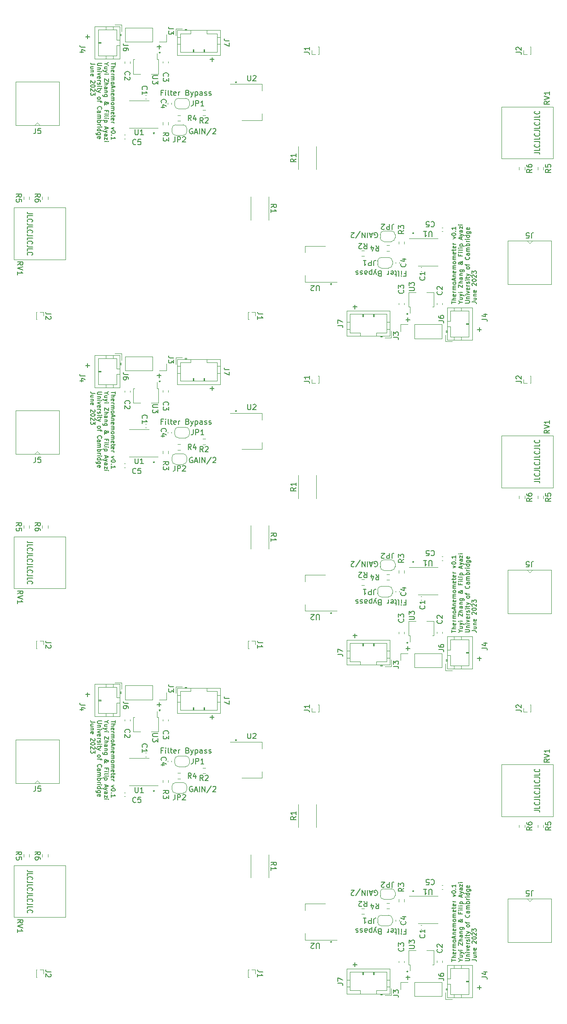
<source format=gto>
G04 #@! TF.GenerationSoftware,KiCad,Pcbnew,7.0.5-7.0.5~ubuntu22.04.1*
G04 #@! TF.CreationDate,2023-06-19T14:44:07+01:00*
G04 #@! TF.ProjectId,panel,70616e65-6c2e-46b6-9963-61645f706362,v01*
G04 #@! TF.SameCoordinates,Original*
G04 #@! TF.FileFunction,Legend,Top*
G04 #@! TF.FilePolarity,Positive*
%FSLAX46Y46*%
G04 Gerber Fmt 4.6, Leading zero omitted, Abs format (unit mm)*
G04 Created by KiCad (PCBNEW 7.0.5-7.0.5~ubuntu22.04.1) date 2023-06-19 14:44:07*
%MOMM*%
%LPD*%
G01*
G04 APERTURE LIST*
%ADD10C,0.150000*%
%ADD11C,0.120000*%
G04 APERTURE END LIST*
D10*
X64488866Y-52936779D02*
X64488866Y-53698684D01*
X64869819Y-53317731D02*
X64107914Y-53317731D01*
X26643038Y-144574874D02*
X26547800Y-144670112D01*
X26547800Y-144670112D02*
X26452561Y-144574874D01*
X26452561Y-144574874D02*
X26547800Y-144479636D01*
X26547800Y-144479636D02*
X26643038Y-144574874D01*
X26643038Y-144574874D02*
X26452561Y-144574874D01*
X3630180Y-159772969D02*
X2915895Y-159772969D01*
X2915895Y-159772969D02*
X2773038Y-159734398D01*
X2773038Y-159734398D02*
X2677800Y-159657255D01*
X2677800Y-159657255D02*
X2630180Y-159541541D01*
X2630180Y-159541541D02*
X2630180Y-159464398D01*
X2630180Y-160544398D02*
X2630180Y-160158684D01*
X2630180Y-160158684D02*
X3630180Y-160158684D01*
X2725419Y-161277255D02*
X2677800Y-161238683D01*
X2677800Y-161238683D02*
X2630180Y-161122969D01*
X2630180Y-161122969D02*
X2630180Y-161045826D01*
X2630180Y-161045826D02*
X2677800Y-160930112D01*
X2677800Y-160930112D02*
X2773038Y-160852969D01*
X2773038Y-160852969D02*
X2868276Y-160814398D01*
X2868276Y-160814398D02*
X3058752Y-160775826D01*
X3058752Y-160775826D02*
X3201609Y-160775826D01*
X3201609Y-160775826D02*
X3392085Y-160814398D01*
X3392085Y-160814398D02*
X3487323Y-160852969D01*
X3487323Y-160852969D02*
X3582561Y-160930112D01*
X3582561Y-160930112D02*
X3630180Y-161045826D01*
X3630180Y-161045826D02*
X3630180Y-161122969D01*
X3630180Y-161122969D02*
X3582561Y-161238683D01*
X3582561Y-161238683D02*
X3534942Y-161277255D01*
X3630180Y-161855826D02*
X2915895Y-161855826D01*
X2915895Y-161855826D02*
X2773038Y-161817255D01*
X2773038Y-161817255D02*
X2677800Y-161740112D01*
X2677800Y-161740112D02*
X2630180Y-161624398D01*
X2630180Y-161624398D02*
X2630180Y-161547255D01*
X2630180Y-162627255D02*
X2630180Y-162241541D01*
X2630180Y-162241541D02*
X3630180Y-162241541D01*
X2725419Y-163360112D02*
X2677800Y-163321540D01*
X2677800Y-163321540D02*
X2630180Y-163205826D01*
X2630180Y-163205826D02*
X2630180Y-163128683D01*
X2630180Y-163128683D02*
X2677800Y-163012969D01*
X2677800Y-163012969D02*
X2773038Y-162935826D01*
X2773038Y-162935826D02*
X2868276Y-162897255D01*
X2868276Y-162897255D02*
X3058752Y-162858683D01*
X3058752Y-162858683D02*
X3201609Y-162858683D01*
X3201609Y-162858683D02*
X3392085Y-162897255D01*
X3392085Y-162897255D02*
X3487323Y-162935826D01*
X3487323Y-162935826D02*
X3582561Y-163012969D01*
X3582561Y-163012969D02*
X3630180Y-163128683D01*
X3630180Y-163128683D02*
X3630180Y-163205826D01*
X3630180Y-163205826D02*
X3582561Y-163321540D01*
X3582561Y-163321540D02*
X3534942Y-163360112D01*
X3630180Y-163938683D02*
X2915895Y-163938683D01*
X2915895Y-163938683D02*
X2773038Y-163900112D01*
X2773038Y-163900112D02*
X2677800Y-163822969D01*
X2677800Y-163822969D02*
X2630180Y-163707255D01*
X2630180Y-163707255D02*
X2630180Y-163630112D01*
X2630180Y-164710112D02*
X2630180Y-164324398D01*
X2630180Y-164324398D02*
X3630180Y-164324398D01*
X2725419Y-165442969D02*
X2677800Y-165404397D01*
X2677800Y-165404397D02*
X2630180Y-165288683D01*
X2630180Y-165288683D02*
X2630180Y-165211540D01*
X2630180Y-165211540D02*
X2677800Y-165095826D01*
X2677800Y-165095826D02*
X2773038Y-165018683D01*
X2773038Y-165018683D02*
X2868276Y-164980112D01*
X2868276Y-164980112D02*
X3058752Y-164941540D01*
X3058752Y-164941540D02*
X3201609Y-164941540D01*
X3201609Y-164941540D02*
X3392085Y-164980112D01*
X3392085Y-164980112D02*
X3487323Y-165018683D01*
X3487323Y-165018683D02*
X3582561Y-165095826D01*
X3582561Y-165095826D02*
X3630180Y-165211540D01*
X3630180Y-165211540D02*
X3630180Y-165288683D01*
X3630180Y-165288683D02*
X3582561Y-165404397D01*
X3582561Y-165404397D02*
X3534942Y-165442969D01*
X3630180Y-166021540D02*
X2915895Y-166021540D01*
X2915895Y-166021540D02*
X2773038Y-165982969D01*
X2773038Y-165982969D02*
X2677800Y-165905826D01*
X2677800Y-165905826D02*
X2630180Y-165790112D01*
X2630180Y-165790112D02*
X2630180Y-165712969D01*
X2630180Y-166792969D02*
X2630180Y-166407255D01*
X2630180Y-166407255D02*
X3630180Y-166407255D01*
X2725419Y-167525826D02*
X2677800Y-167487254D01*
X2677800Y-167487254D02*
X2630180Y-167371540D01*
X2630180Y-167371540D02*
X2630180Y-167294397D01*
X2630180Y-167294397D02*
X2677800Y-167178683D01*
X2677800Y-167178683D02*
X2773038Y-167101540D01*
X2773038Y-167101540D02*
X2868276Y-167062969D01*
X2868276Y-167062969D02*
X3058752Y-167024397D01*
X3058752Y-167024397D02*
X3201609Y-167024397D01*
X3201609Y-167024397D02*
X3392085Y-167062969D01*
X3392085Y-167062969D02*
X3487323Y-167101540D01*
X3487323Y-167101540D02*
X3582561Y-167178683D01*
X3582561Y-167178683D02*
X3630180Y-167294397D01*
X3630180Y-167294397D02*
X3630180Y-167371540D01*
X3630180Y-167371540D02*
X3582561Y-167487254D01*
X3582561Y-167487254D02*
X3534942Y-167525826D01*
X59856961Y-173025125D02*
X59952200Y-172929887D01*
X59952200Y-172929887D02*
X60047438Y-173025125D01*
X60047438Y-173025125D02*
X59952200Y-173120363D01*
X59952200Y-173120363D02*
X59856961Y-173025125D01*
X59856961Y-173025125D02*
X60047438Y-173025125D01*
X27743038Y-5374874D02*
X27647800Y-5470112D01*
X27647800Y-5470112D02*
X27552561Y-5374874D01*
X27552561Y-5374874D02*
X27647800Y-5279636D01*
X27647800Y-5279636D02*
X27743038Y-5374874D01*
X27743038Y-5374874D02*
X27552561Y-5374874D01*
X74488866Y-179336779D02*
X74488866Y-180098684D01*
X74869819Y-179717731D02*
X74107914Y-179717731D01*
X27511133Y-128663220D02*
X27511133Y-127901316D01*
X27130180Y-128282268D02*
X27892085Y-128282268D01*
X87988866Y-181236779D02*
X87988866Y-181998684D01*
X88369819Y-181617731D02*
X87607914Y-181617731D01*
X82730295Y-176725125D02*
X82730295Y-176267982D01*
X83530295Y-176496554D02*
X82730295Y-176496554D01*
X83530295Y-176001315D02*
X82730295Y-176001315D01*
X83530295Y-175658458D02*
X83111247Y-175658458D01*
X83111247Y-175658458D02*
X83035057Y-175696553D01*
X83035057Y-175696553D02*
X82996961Y-175772744D01*
X82996961Y-175772744D02*
X82996961Y-175887030D01*
X82996961Y-175887030D02*
X83035057Y-175963220D01*
X83035057Y-175963220D02*
X83073152Y-176001315D01*
X83492200Y-174972743D02*
X83530295Y-175048934D01*
X83530295Y-175048934D02*
X83530295Y-175201315D01*
X83530295Y-175201315D02*
X83492200Y-175277505D01*
X83492200Y-175277505D02*
X83416009Y-175315601D01*
X83416009Y-175315601D02*
X83111247Y-175315601D01*
X83111247Y-175315601D02*
X83035057Y-175277505D01*
X83035057Y-175277505D02*
X82996961Y-175201315D01*
X82996961Y-175201315D02*
X82996961Y-175048934D01*
X82996961Y-175048934D02*
X83035057Y-174972743D01*
X83035057Y-174972743D02*
X83111247Y-174934648D01*
X83111247Y-174934648D02*
X83187438Y-174934648D01*
X83187438Y-174934648D02*
X83263628Y-175315601D01*
X83530295Y-174591791D02*
X82996961Y-174591791D01*
X83149342Y-174591791D02*
X83073152Y-174553696D01*
X83073152Y-174553696D02*
X83035057Y-174515601D01*
X83035057Y-174515601D02*
X82996961Y-174439410D01*
X82996961Y-174439410D02*
X82996961Y-174363220D01*
X83530295Y-174096553D02*
X82996961Y-174096553D01*
X83073152Y-174096553D02*
X83035057Y-174058458D01*
X83035057Y-174058458D02*
X82996961Y-173982268D01*
X82996961Y-173982268D02*
X82996961Y-173867982D01*
X82996961Y-173867982D02*
X83035057Y-173791791D01*
X83035057Y-173791791D02*
X83111247Y-173753696D01*
X83111247Y-173753696D02*
X83530295Y-173753696D01*
X83111247Y-173753696D02*
X83035057Y-173715601D01*
X83035057Y-173715601D02*
X82996961Y-173639410D01*
X82996961Y-173639410D02*
X82996961Y-173525125D01*
X82996961Y-173525125D02*
X83035057Y-173448934D01*
X83035057Y-173448934D02*
X83111247Y-173410839D01*
X83111247Y-173410839D02*
X83530295Y-173410839D01*
X83530295Y-172915601D02*
X83492200Y-172991791D01*
X83492200Y-172991791D02*
X83454104Y-173029886D01*
X83454104Y-173029886D02*
X83377914Y-173067982D01*
X83377914Y-173067982D02*
X83149342Y-173067982D01*
X83149342Y-173067982D02*
X83073152Y-173029886D01*
X83073152Y-173029886D02*
X83035057Y-172991791D01*
X83035057Y-172991791D02*
X82996961Y-172915601D01*
X82996961Y-172915601D02*
X82996961Y-172801315D01*
X82996961Y-172801315D02*
X83035057Y-172725124D01*
X83035057Y-172725124D02*
X83073152Y-172687029D01*
X83073152Y-172687029D02*
X83149342Y-172648934D01*
X83149342Y-172648934D02*
X83377914Y-172648934D01*
X83377914Y-172648934D02*
X83454104Y-172687029D01*
X83454104Y-172687029D02*
X83492200Y-172725124D01*
X83492200Y-172725124D02*
X83530295Y-172801315D01*
X83530295Y-172801315D02*
X83530295Y-172915601D01*
X83301723Y-172344172D02*
X83301723Y-171963219D01*
X83530295Y-172420362D02*
X82730295Y-172153695D01*
X82730295Y-172153695D02*
X83530295Y-171887029D01*
X82996961Y-171620362D02*
X83530295Y-171620362D01*
X83073152Y-171620362D02*
X83035057Y-171582267D01*
X83035057Y-171582267D02*
X82996961Y-171506077D01*
X82996961Y-171506077D02*
X82996961Y-171391791D01*
X82996961Y-171391791D02*
X83035057Y-171315600D01*
X83035057Y-171315600D02*
X83111247Y-171277505D01*
X83111247Y-171277505D02*
X83530295Y-171277505D01*
X83492200Y-170591790D02*
X83530295Y-170667981D01*
X83530295Y-170667981D02*
X83530295Y-170820362D01*
X83530295Y-170820362D02*
X83492200Y-170896552D01*
X83492200Y-170896552D02*
X83416009Y-170934648D01*
X83416009Y-170934648D02*
X83111247Y-170934648D01*
X83111247Y-170934648D02*
X83035057Y-170896552D01*
X83035057Y-170896552D02*
X82996961Y-170820362D01*
X82996961Y-170820362D02*
X82996961Y-170667981D01*
X82996961Y-170667981D02*
X83035057Y-170591790D01*
X83035057Y-170591790D02*
X83111247Y-170553695D01*
X83111247Y-170553695D02*
X83187438Y-170553695D01*
X83187438Y-170553695D02*
X83263628Y-170934648D01*
X83530295Y-170210838D02*
X82996961Y-170210838D01*
X83073152Y-170210838D02*
X83035057Y-170172743D01*
X83035057Y-170172743D02*
X82996961Y-170096553D01*
X82996961Y-170096553D02*
X82996961Y-169982267D01*
X82996961Y-169982267D02*
X83035057Y-169906076D01*
X83035057Y-169906076D02*
X83111247Y-169867981D01*
X83111247Y-169867981D02*
X83530295Y-169867981D01*
X83111247Y-169867981D02*
X83035057Y-169829886D01*
X83035057Y-169829886D02*
X82996961Y-169753695D01*
X82996961Y-169753695D02*
X82996961Y-169639410D01*
X82996961Y-169639410D02*
X83035057Y-169563219D01*
X83035057Y-169563219D02*
X83111247Y-169525124D01*
X83111247Y-169525124D02*
X83530295Y-169525124D01*
X83530295Y-169029886D02*
X83492200Y-169106076D01*
X83492200Y-169106076D02*
X83454104Y-169144171D01*
X83454104Y-169144171D02*
X83377914Y-169182267D01*
X83377914Y-169182267D02*
X83149342Y-169182267D01*
X83149342Y-169182267D02*
X83073152Y-169144171D01*
X83073152Y-169144171D02*
X83035057Y-169106076D01*
X83035057Y-169106076D02*
X82996961Y-169029886D01*
X82996961Y-169029886D02*
X82996961Y-168915600D01*
X82996961Y-168915600D02*
X83035057Y-168839409D01*
X83035057Y-168839409D02*
X83073152Y-168801314D01*
X83073152Y-168801314D02*
X83149342Y-168763219D01*
X83149342Y-168763219D02*
X83377914Y-168763219D01*
X83377914Y-168763219D02*
X83454104Y-168801314D01*
X83454104Y-168801314D02*
X83492200Y-168839409D01*
X83492200Y-168839409D02*
X83530295Y-168915600D01*
X83530295Y-168915600D02*
X83530295Y-169029886D01*
X83530295Y-168420361D02*
X82996961Y-168420361D01*
X83073152Y-168420361D02*
X83035057Y-168382266D01*
X83035057Y-168382266D02*
X82996961Y-168306076D01*
X82996961Y-168306076D02*
X82996961Y-168191790D01*
X82996961Y-168191790D02*
X83035057Y-168115599D01*
X83035057Y-168115599D02*
X83111247Y-168077504D01*
X83111247Y-168077504D02*
X83530295Y-168077504D01*
X83111247Y-168077504D02*
X83035057Y-168039409D01*
X83035057Y-168039409D02*
X82996961Y-167963218D01*
X82996961Y-167963218D02*
X82996961Y-167848933D01*
X82996961Y-167848933D02*
X83035057Y-167772742D01*
X83035057Y-167772742D02*
X83111247Y-167734647D01*
X83111247Y-167734647D02*
X83530295Y-167734647D01*
X83492200Y-167048932D02*
X83530295Y-167125123D01*
X83530295Y-167125123D02*
X83530295Y-167277504D01*
X83530295Y-167277504D02*
X83492200Y-167353694D01*
X83492200Y-167353694D02*
X83416009Y-167391790D01*
X83416009Y-167391790D02*
X83111247Y-167391790D01*
X83111247Y-167391790D02*
X83035057Y-167353694D01*
X83035057Y-167353694D02*
X82996961Y-167277504D01*
X82996961Y-167277504D02*
X82996961Y-167125123D01*
X82996961Y-167125123D02*
X83035057Y-167048932D01*
X83035057Y-167048932D02*
X83111247Y-167010837D01*
X83111247Y-167010837D02*
X83187438Y-167010837D01*
X83187438Y-167010837D02*
X83263628Y-167391790D01*
X82996961Y-166782266D02*
X82996961Y-166477504D01*
X82730295Y-166667980D02*
X83416009Y-166667980D01*
X83416009Y-166667980D02*
X83492200Y-166629885D01*
X83492200Y-166629885D02*
X83530295Y-166553695D01*
X83530295Y-166553695D02*
X83530295Y-166477504D01*
X83492200Y-165906075D02*
X83530295Y-165982266D01*
X83530295Y-165982266D02*
X83530295Y-166134647D01*
X83530295Y-166134647D02*
X83492200Y-166210837D01*
X83492200Y-166210837D02*
X83416009Y-166248933D01*
X83416009Y-166248933D02*
X83111247Y-166248933D01*
X83111247Y-166248933D02*
X83035057Y-166210837D01*
X83035057Y-166210837D02*
X82996961Y-166134647D01*
X82996961Y-166134647D02*
X82996961Y-165982266D01*
X82996961Y-165982266D02*
X83035057Y-165906075D01*
X83035057Y-165906075D02*
X83111247Y-165867980D01*
X83111247Y-165867980D02*
X83187438Y-165867980D01*
X83187438Y-165867980D02*
X83263628Y-166248933D01*
X83530295Y-165525123D02*
X82996961Y-165525123D01*
X83149342Y-165525123D02*
X83073152Y-165487028D01*
X83073152Y-165487028D02*
X83035057Y-165448933D01*
X83035057Y-165448933D02*
X82996961Y-165372742D01*
X82996961Y-165372742D02*
X82996961Y-165296552D01*
X82996961Y-164496552D02*
X83530295Y-164306076D01*
X83530295Y-164306076D02*
X82996961Y-164115599D01*
X82730295Y-163658456D02*
X82730295Y-163582266D01*
X82730295Y-163582266D02*
X82768390Y-163506075D01*
X82768390Y-163506075D02*
X82806485Y-163467980D01*
X82806485Y-163467980D02*
X82882676Y-163429885D01*
X82882676Y-163429885D02*
X83035057Y-163391790D01*
X83035057Y-163391790D02*
X83225533Y-163391790D01*
X83225533Y-163391790D02*
X83377914Y-163429885D01*
X83377914Y-163429885D02*
X83454104Y-163467980D01*
X83454104Y-163467980D02*
X83492200Y-163506075D01*
X83492200Y-163506075D02*
X83530295Y-163582266D01*
X83530295Y-163582266D02*
X83530295Y-163658456D01*
X83530295Y-163658456D02*
X83492200Y-163734647D01*
X83492200Y-163734647D02*
X83454104Y-163772742D01*
X83454104Y-163772742D02*
X83377914Y-163810837D01*
X83377914Y-163810837D02*
X83225533Y-163848933D01*
X83225533Y-163848933D02*
X83035057Y-163848933D01*
X83035057Y-163848933D02*
X82882676Y-163810837D01*
X82882676Y-163810837D02*
X82806485Y-163772742D01*
X82806485Y-163772742D02*
X82768390Y-163734647D01*
X82768390Y-163734647D02*
X82730295Y-163658456D01*
X83454104Y-163048932D02*
X83492200Y-163010837D01*
X83492200Y-163010837D02*
X83530295Y-163048932D01*
X83530295Y-163048932D02*
X83492200Y-163087028D01*
X83492200Y-163087028D02*
X83454104Y-163048932D01*
X83454104Y-163048932D02*
X83530295Y-163048932D01*
X83530295Y-162248933D02*
X83530295Y-162706076D01*
X83530295Y-162477504D02*
X82730295Y-162477504D01*
X82730295Y-162477504D02*
X82844580Y-162553695D01*
X82844580Y-162553695D02*
X82920771Y-162629885D01*
X82920771Y-162629885D02*
X82958866Y-162706076D01*
X84437342Y-176458458D02*
X84818295Y-176458458D01*
X84018295Y-176725125D02*
X84437342Y-176458458D01*
X84437342Y-176458458D02*
X84018295Y-176191792D01*
X84284961Y-175582268D02*
X84818295Y-175582268D01*
X84284961Y-175925125D02*
X84704009Y-175925125D01*
X84704009Y-175925125D02*
X84780200Y-175887030D01*
X84780200Y-175887030D02*
X84818295Y-175810840D01*
X84818295Y-175810840D02*
X84818295Y-175696554D01*
X84818295Y-175696554D02*
X84780200Y-175620363D01*
X84780200Y-175620363D02*
X84742104Y-175582268D01*
X84284961Y-175277506D02*
X84818295Y-175087030D01*
X84284961Y-174896553D02*
X84818295Y-175087030D01*
X84818295Y-175087030D02*
X85008771Y-175163220D01*
X85008771Y-175163220D02*
X85046866Y-175201315D01*
X85046866Y-175201315D02*
X85084961Y-175277506D01*
X84818295Y-174591791D02*
X84284961Y-174591791D01*
X84018295Y-174591791D02*
X84056390Y-174629887D01*
X84056390Y-174629887D02*
X84094485Y-174591791D01*
X84094485Y-174591791D02*
X84056390Y-174553696D01*
X84056390Y-174553696D02*
X84018295Y-174591791D01*
X84018295Y-174591791D02*
X84094485Y-174591791D01*
X84018295Y-173677506D02*
X84018295Y-173144172D01*
X84018295Y-173144172D02*
X84818295Y-173677506D01*
X84818295Y-173677506D02*
X84818295Y-173144172D01*
X84818295Y-172839410D02*
X84018295Y-172839410D01*
X84818295Y-172496553D02*
X84399247Y-172496553D01*
X84399247Y-172496553D02*
X84323057Y-172534648D01*
X84323057Y-172534648D02*
X84284961Y-172610839D01*
X84284961Y-172610839D02*
X84284961Y-172725125D01*
X84284961Y-172725125D02*
X84323057Y-172801315D01*
X84323057Y-172801315D02*
X84361152Y-172839410D01*
X84818295Y-171772743D02*
X84399247Y-171772743D01*
X84399247Y-171772743D02*
X84323057Y-171810838D01*
X84323057Y-171810838D02*
X84284961Y-171887029D01*
X84284961Y-171887029D02*
X84284961Y-172039410D01*
X84284961Y-172039410D02*
X84323057Y-172115600D01*
X84780200Y-171772743D02*
X84818295Y-171848934D01*
X84818295Y-171848934D02*
X84818295Y-172039410D01*
X84818295Y-172039410D02*
X84780200Y-172115600D01*
X84780200Y-172115600D02*
X84704009Y-172153696D01*
X84704009Y-172153696D02*
X84627819Y-172153696D01*
X84627819Y-172153696D02*
X84551628Y-172115600D01*
X84551628Y-172115600D02*
X84513533Y-172039410D01*
X84513533Y-172039410D02*
X84513533Y-171848934D01*
X84513533Y-171848934D02*
X84475438Y-171772743D01*
X84284961Y-171391790D02*
X84818295Y-171391790D01*
X84361152Y-171391790D02*
X84323057Y-171353695D01*
X84323057Y-171353695D02*
X84284961Y-171277505D01*
X84284961Y-171277505D02*
X84284961Y-171163219D01*
X84284961Y-171163219D02*
X84323057Y-171087028D01*
X84323057Y-171087028D02*
X84399247Y-171048933D01*
X84399247Y-171048933D02*
X84818295Y-171048933D01*
X84284961Y-170325123D02*
X84932580Y-170325123D01*
X84932580Y-170325123D02*
X85008771Y-170363218D01*
X85008771Y-170363218D02*
X85046866Y-170401314D01*
X85046866Y-170401314D02*
X85084961Y-170477504D01*
X85084961Y-170477504D02*
X85084961Y-170591790D01*
X85084961Y-170591790D02*
X85046866Y-170667980D01*
X84780200Y-170325123D02*
X84818295Y-170401314D01*
X84818295Y-170401314D02*
X84818295Y-170553695D01*
X84818295Y-170553695D02*
X84780200Y-170629885D01*
X84780200Y-170629885D02*
X84742104Y-170667980D01*
X84742104Y-170667980D02*
X84665914Y-170706076D01*
X84665914Y-170706076D02*
X84437342Y-170706076D01*
X84437342Y-170706076D02*
X84361152Y-170667980D01*
X84361152Y-170667980D02*
X84323057Y-170629885D01*
X84323057Y-170629885D02*
X84284961Y-170553695D01*
X84284961Y-170553695D02*
X84284961Y-170401314D01*
X84284961Y-170401314D02*
X84323057Y-170325123D01*
X84818295Y-168687027D02*
X84818295Y-168725123D01*
X84818295Y-168725123D02*
X84780200Y-168801313D01*
X84780200Y-168801313D02*
X84665914Y-168915599D01*
X84665914Y-168915599D02*
X84437342Y-169106075D01*
X84437342Y-169106075D02*
X84323057Y-169182265D01*
X84323057Y-169182265D02*
X84208771Y-169220361D01*
X84208771Y-169220361D02*
X84132580Y-169220361D01*
X84132580Y-169220361D02*
X84056390Y-169182265D01*
X84056390Y-169182265D02*
X84018295Y-169106075D01*
X84018295Y-169106075D02*
X84018295Y-169067980D01*
X84018295Y-169067980D02*
X84056390Y-168991789D01*
X84056390Y-168991789D02*
X84132580Y-168953694D01*
X84132580Y-168953694D02*
X84170676Y-168953694D01*
X84170676Y-168953694D02*
X84246866Y-168991789D01*
X84246866Y-168991789D02*
X84284961Y-169029884D01*
X84284961Y-169029884D02*
X84437342Y-169258456D01*
X84437342Y-169258456D02*
X84475438Y-169296551D01*
X84475438Y-169296551D02*
X84551628Y-169334646D01*
X84551628Y-169334646D02*
X84665914Y-169334646D01*
X84665914Y-169334646D02*
X84742104Y-169296551D01*
X84742104Y-169296551D02*
X84780200Y-169258456D01*
X84780200Y-169258456D02*
X84818295Y-169182265D01*
X84818295Y-169182265D02*
X84818295Y-169067980D01*
X84818295Y-169067980D02*
X84780200Y-168991789D01*
X84780200Y-168991789D02*
X84742104Y-168953694D01*
X84742104Y-168953694D02*
X84589723Y-168839408D01*
X84589723Y-168839408D02*
X84475438Y-168801313D01*
X84475438Y-168801313D02*
X84399247Y-168801313D01*
X84399247Y-167467980D02*
X84399247Y-167734646D01*
X84818295Y-167734646D02*
X84018295Y-167734646D01*
X84018295Y-167734646D02*
X84018295Y-167353694D01*
X84818295Y-167048932D02*
X84284961Y-167048932D01*
X84018295Y-167048932D02*
X84056390Y-167087028D01*
X84056390Y-167087028D02*
X84094485Y-167048932D01*
X84094485Y-167048932D02*
X84056390Y-167010837D01*
X84056390Y-167010837D02*
X84018295Y-167048932D01*
X84018295Y-167048932D02*
X84094485Y-167048932D01*
X84818295Y-166553695D02*
X84780200Y-166629885D01*
X84780200Y-166629885D02*
X84704009Y-166667980D01*
X84704009Y-166667980D02*
X84018295Y-166667980D01*
X84818295Y-166248932D02*
X84284961Y-166248932D01*
X84018295Y-166248932D02*
X84056390Y-166287028D01*
X84056390Y-166287028D02*
X84094485Y-166248932D01*
X84094485Y-166248932D02*
X84056390Y-166210837D01*
X84056390Y-166210837D02*
X84018295Y-166248932D01*
X84018295Y-166248932D02*
X84094485Y-166248932D01*
X84284961Y-165867980D02*
X85084961Y-165867980D01*
X84323057Y-165867980D02*
X84284961Y-165791790D01*
X84284961Y-165791790D02*
X84284961Y-165639409D01*
X84284961Y-165639409D02*
X84323057Y-165563218D01*
X84323057Y-165563218D02*
X84361152Y-165525123D01*
X84361152Y-165525123D02*
X84437342Y-165487028D01*
X84437342Y-165487028D02*
X84665914Y-165487028D01*
X84665914Y-165487028D02*
X84742104Y-165525123D01*
X84742104Y-165525123D02*
X84780200Y-165563218D01*
X84780200Y-165563218D02*
X84818295Y-165639409D01*
X84818295Y-165639409D02*
X84818295Y-165791790D01*
X84818295Y-165791790D02*
X84780200Y-165867980D01*
X84589723Y-164572742D02*
X84589723Y-164191789D01*
X84818295Y-164648932D02*
X84018295Y-164382265D01*
X84018295Y-164382265D02*
X84818295Y-164115599D01*
X84284961Y-163925123D02*
X84818295Y-163734647D01*
X84284961Y-163544170D02*
X84818295Y-163734647D01*
X84818295Y-163734647D02*
X85008771Y-163810837D01*
X85008771Y-163810837D02*
X85046866Y-163848932D01*
X85046866Y-163848932D02*
X85084961Y-163925123D01*
X84818295Y-162896551D02*
X84399247Y-162896551D01*
X84399247Y-162896551D02*
X84323057Y-162934646D01*
X84323057Y-162934646D02*
X84284961Y-163010837D01*
X84284961Y-163010837D02*
X84284961Y-163163218D01*
X84284961Y-163163218D02*
X84323057Y-163239408D01*
X84780200Y-162896551D02*
X84818295Y-162972742D01*
X84818295Y-162972742D02*
X84818295Y-163163218D01*
X84818295Y-163163218D02*
X84780200Y-163239408D01*
X84780200Y-163239408D02*
X84704009Y-163277504D01*
X84704009Y-163277504D02*
X84627819Y-163277504D01*
X84627819Y-163277504D02*
X84551628Y-163239408D01*
X84551628Y-163239408D02*
X84513533Y-163163218D01*
X84513533Y-163163218D02*
X84513533Y-162972742D01*
X84513533Y-162972742D02*
X84475438Y-162896551D01*
X84284961Y-162591789D02*
X84284961Y-162172741D01*
X84284961Y-162172741D02*
X84818295Y-162591789D01*
X84818295Y-162591789D02*
X84818295Y-162172741D01*
X84818295Y-161867979D02*
X84284961Y-161867979D01*
X84018295Y-161867979D02*
X84056390Y-161906075D01*
X84056390Y-161906075D02*
X84094485Y-161867979D01*
X84094485Y-161867979D02*
X84056390Y-161829884D01*
X84056390Y-161829884D02*
X84018295Y-161867979D01*
X84018295Y-161867979D02*
X84094485Y-161867979D01*
X85306295Y-176610839D02*
X85953914Y-176610839D01*
X85953914Y-176610839D02*
X86030104Y-176572744D01*
X86030104Y-176572744D02*
X86068200Y-176534649D01*
X86068200Y-176534649D02*
X86106295Y-176458458D01*
X86106295Y-176458458D02*
X86106295Y-176306077D01*
X86106295Y-176306077D02*
X86068200Y-176229887D01*
X86068200Y-176229887D02*
X86030104Y-176191792D01*
X86030104Y-176191792D02*
X85953914Y-176153696D01*
X85953914Y-176153696D02*
X85306295Y-176153696D01*
X85572961Y-175772744D02*
X86106295Y-175772744D01*
X85649152Y-175772744D02*
X85611057Y-175734649D01*
X85611057Y-175734649D02*
X85572961Y-175658459D01*
X85572961Y-175658459D02*
X85572961Y-175544173D01*
X85572961Y-175544173D02*
X85611057Y-175467982D01*
X85611057Y-175467982D02*
X85687247Y-175429887D01*
X85687247Y-175429887D02*
X86106295Y-175429887D01*
X86106295Y-175048934D02*
X85572961Y-175048934D01*
X85306295Y-175048934D02*
X85344390Y-175087030D01*
X85344390Y-175087030D02*
X85382485Y-175048934D01*
X85382485Y-175048934D02*
X85344390Y-175010839D01*
X85344390Y-175010839D02*
X85306295Y-175048934D01*
X85306295Y-175048934D02*
X85382485Y-175048934D01*
X85572961Y-174744173D02*
X86106295Y-174553697D01*
X86106295Y-174553697D02*
X85572961Y-174363220D01*
X86068200Y-173753696D02*
X86106295Y-173829887D01*
X86106295Y-173829887D02*
X86106295Y-173982268D01*
X86106295Y-173982268D02*
X86068200Y-174058458D01*
X86068200Y-174058458D02*
X85992009Y-174096554D01*
X85992009Y-174096554D02*
X85687247Y-174096554D01*
X85687247Y-174096554D02*
X85611057Y-174058458D01*
X85611057Y-174058458D02*
X85572961Y-173982268D01*
X85572961Y-173982268D02*
X85572961Y-173829887D01*
X85572961Y-173829887D02*
X85611057Y-173753696D01*
X85611057Y-173753696D02*
X85687247Y-173715601D01*
X85687247Y-173715601D02*
X85763438Y-173715601D01*
X85763438Y-173715601D02*
X85839628Y-174096554D01*
X86106295Y-173372744D02*
X85572961Y-173372744D01*
X85725342Y-173372744D02*
X85649152Y-173334649D01*
X85649152Y-173334649D02*
X85611057Y-173296554D01*
X85611057Y-173296554D02*
X85572961Y-173220363D01*
X85572961Y-173220363D02*
X85572961Y-173144173D01*
X86068200Y-172915602D02*
X86106295Y-172839411D01*
X86106295Y-172839411D02*
X86106295Y-172687030D01*
X86106295Y-172687030D02*
X86068200Y-172610840D01*
X86068200Y-172610840D02*
X85992009Y-172572744D01*
X85992009Y-172572744D02*
X85953914Y-172572744D01*
X85953914Y-172572744D02*
X85877723Y-172610840D01*
X85877723Y-172610840D02*
X85839628Y-172687030D01*
X85839628Y-172687030D02*
X85839628Y-172801316D01*
X85839628Y-172801316D02*
X85801533Y-172877506D01*
X85801533Y-172877506D02*
X85725342Y-172915602D01*
X85725342Y-172915602D02*
X85687247Y-172915602D01*
X85687247Y-172915602D02*
X85611057Y-172877506D01*
X85611057Y-172877506D02*
X85572961Y-172801316D01*
X85572961Y-172801316D02*
X85572961Y-172687030D01*
X85572961Y-172687030D02*
X85611057Y-172610840D01*
X86106295Y-172229887D02*
X85572961Y-172229887D01*
X85306295Y-172229887D02*
X85344390Y-172267983D01*
X85344390Y-172267983D02*
X85382485Y-172229887D01*
X85382485Y-172229887D02*
X85344390Y-172191792D01*
X85344390Y-172191792D02*
X85306295Y-172229887D01*
X85306295Y-172229887D02*
X85382485Y-172229887D01*
X85572961Y-171963221D02*
X85572961Y-171658459D01*
X85306295Y-171848935D02*
X85992009Y-171848935D01*
X85992009Y-171848935D02*
X86068200Y-171810840D01*
X86068200Y-171810840D02*
X86106295Y-171734650D01*
X86106295Y-171734650D02*
X86106295Y-171658459D01*
X85572961Y-171467983D02*
X86106295Y-171277507D01*
X85572961Y-171087030D02*
X86106295Y-171277507D01*
X86106295Y-171277507D02*
X86296771Y-171353697D01*
X86296771Y-171353697D02*
X86334866Y-171391792D01*
X86334866Y-171391792D02*
X86372961Y-171467983D01*
X86106295Y-170058459D02*
X86068200Y-170134649D01*
X86068200Y-170134649D02*
X86030104Y-170172744D01*
X86030104Y-170172744D02*
X85953914Y-170210840D01*
X85953914Y-170210840D02*
X85725342Y-170210840D01*
X85725342Y-170210840D02*
X85649152Y-170172744D01*
X85649152Y-170172744D02*
X85611057Y-170134649D01*
X85611057Y-170134649D02*
X85572961Y-170058459D01*
X85572961Y-170058459D02*
X85572961Y-169944173D01*
X85572961Y-169944173D02*
X85611057Y-169867982D01*
X85611057Y-169867982D02*
X85649152Y-169829887D01*
X85649152Y-169829887D02*
X85725342Y-169791792D01*
X85725342Y-169791792D02*
X85953914Y-169791792D01*
X85953914Y-169791792D02*
X86030104Y-169829887D01*
X86030104Y-169829887D02*
X86068200Y-169867982D01*
X86068200Y-169867982D02*
X86106295Y-169944173D01*
X86106295Y-169944173D02*
X86106295Y-170058459D01*
X85572961Y-169563220D02*
X85572961Y-169258458D01*
X86106295Y-169448934D02*
X85420580Y-169448934D01*
X85420580Y-169448934D02*
X85344390Y-169410839D01*
X85344390Y-169410839D02*
X85306295Y-169334649D01*
X85306295Y-169334649D02*
X85306295Y-169258458D01*
X86030104Y-167925124D02*
X86068200Y-167963220D01*
X86068200Y-167963220D02*
X86106295Y-168077505D01*
X86106295Y-168077505D02*
X86106295Y-168153696D01*
X86106295Y-168153696D02*
X86068200Y-168267982D01*
X86068200Y-168267982D02*
X85992009Y-168344172D01*
X85992009Y-168344172D02*
X85915819Y-168382267D01*
X85915819Y-168382267D02*
X85763438Y-168420363D01*
X85763438Y-168420363D02*
X85649152Y-168420363D01*
X85649152Y-168420363D02*
X85496771Y-168382267D01*
X85496771Y-168382267D02*
X85420580Y-168344172D01*
X85420580Y-168344172D02*
X85344390Y-168267982D01*
X85344390Y-168267982D02*
X85306295Y-168153696D01*
X85306295Y-168153696D02*
X85306295Y-168077505D01*
X85306295Y-168077505D02*
X85344390Y-167963220D01*
X85344390Y-167963220D02*
X85382485Y-167925124D01*
X86106295Y-167239410D02*
X85687247Y-167239410D01*
X85687247Y-167239410D02*
X85611057Y-167277505D01*
X85611057Y-167277505D02*
X85572961Y-167353696D01*
X85572961Y-167353696D02*
X85572961Y-167506077D01*
X85572961Y-167506077D02*
X85611057Y-167582267D01*
X86068200Y-167239410D02*
X86106295Y-167315601D01*
X86106295Y-167315601D02*
X86106295Y-167506077D01*
X86106295Y-167506077D02*
X86068200Y-167582267D01*
X86068200Y-167582267D02*
X85992009Y-167620363D01*
X85992009Y-167620363D02*
X85915819Y-167620363D01*
X85915819Y-167620363D02*
X85839628Y-167582267D01*
X85839628Y-167582267D02*
X85801533Y-167506077D01*
X85801533Y-167506077D02*
X85801533Y-167315601D01*
X85801533Y-167315601D02*
X85763438Y-167239410D01*
X86106295Y-166858457D02*
X85572961Y-166858457D01*
X85649152Y-166858457D02*
X85611057Y-166820362D01*
X85611057Y-166820362D02*
X85572961Y-166744172D01*
X85572961Y-166744172D02*
X85572961Y-166629886D01*
X85572961Y-166629886D02*
X85611057Y-166553695D01*
X85611057Y-166553695D02*
X85687247Y-166515600D01*
X85687247Y-166515600D02*
X86106295Y-166515600D01*
X85687247Y-166515600D02*
X85611057Y-166477505D01*
X85611057Y-166477505D02*
X85572961Y-166401314D01*
X85572961Y-166401314D02*
X85572961Y-166287029D01*
X85572961Y-166287029D02*
X85611057Y-166210838D01*
X85611057Y-166210838D02*
X85687247Y-166172743D01*
X85687247Y-166172743D02*
X86106295Y-166172743D01*
X86106295Y-165791790D02*
X85306295Y-165791790D01*
X85611057Y-165791790D02*
X85572961Y-165715600D01*
X85572961Y-165715600D02*
X85572961Y-165563219D01*
X85572961Y-165563219D02*
X85611057Y-165487028D01*
X85611057Y-165487028D02*
X85649152Y-165448933D01*
X85649152Y-165448933D02*
X85725342Y-165410838D01*
X85725342Y-165410838D02*
X85953914Y-165410838D01*
X85953914Y-165410838D02*
X86030104Y-165448933D01*
X86030104Y-165448933D02*
X86068200Y-165487028D01*
X86068200Y-165487028D02*
X86106295Y-165563219D01*
X86106295Y-165563219D02*
X86106295Y-165715600D01*
X86106295Y-165715600D02*
X86068200Y-165791790D01*
X86106295Y-165067980D02*
X85572961Y-165067980D01*
X85725342Y-165067980D02*
X85649152Y-165029885D01*
X85649152Y-165029885D02*
X85611057Y-164991790D01*
X85611057Y-164991790D02*
X85572961Y-164915599D01*
X85572961Y-164915599D02*
X85572961Y-164839409D01*
X86106295Y-164572742D02*
X85572961Y-164572742D01*
X85306295Y-164572742D02*
X85344390Y-164610838D01*
X85344390Y-164610838D02*
X85382485Y-164572742D01*
X85382485Y-164572742D02*
X85344390Y-164534647D01*
X85344390Y-164534647D02*
X85306295Y-164572742D01*
X85306295Y-164572742D02*
X85382485Y-164572742D01*
X86106295Y-163848933D02*
X85306295Y-163848933D01*
X86068200Y-163848933D02*
X86106295Y-163925124D01*
X86106295Y-163925124D02*
X86106295Y-164077505D01*
X86106295Y-164077505D02*
X86068200Y-164153695D01*
X86068200Y-164153695D02*
X86030104Y-164191790D01*
X86030104Y-164191790D02*
X85953914Y-164229886D01*
X85953914Y-164229886D02*
X85725342Y-164229886D01*
X85725342Y-164229886D02*
X85649152Y-164191790D01*
X85649152Y-164191790D02*
X85611057Y-164153695D01*
X85611057Y-164153695D02*
X85572961Y-164077505D01*
X85572961Y-164077505D02*
X85572961Y-163925124D01*
X85572961Y-163925124D02*
X85611057Y-163848933D01*
X85572961Y-163125123D02*
X86220580Y-163125123D01*
X86220580Y-163125123D02*
X86296771Y-163163218D01*
X86296771Y-163163218D02*
X86334866Y-163201314D01*
X86334866Y-163201314D02*
X86372961Y-163277504D01*
X86372961Y-163277504D02*
X86372961Y-163391790D01*
X86372961Y-163391790D02*
X86334866Y-163467980D01*
X86068200Y-163125123D02*
X86106295Y-163201314D01*
X86106295Y-163201314D02*
X86106295Y-163353695D01*
X86106295Y-163353695D02*
X86068200Y-163429885D01*
X86068200Y-163429885D02*
X86030104Y-163467980D01*
X86030104Y-163467980D02*
X85953914Y-163506076D01*
X85953914Y-163506076D02*
X85725342Y-163506076D01*
X85725342Y-163506076D02*
X85649152Y-163467980D01*
X85649152Y-163467980D02*
X85611057Y-163429885D01*
X85611057Y-163429885D02*
X85572961Y-163353695D01*
X85572961Y-163353695D02*
X85572961Y-163201314D01*
X85572961Y-163201314D02*
X85611057Y-163125123D01*
X86068200Y-162439408D02*
X86106295Y-162515599D01*
X86106295Y-162515599D02*
X86106295Y-162667980D01*
X86106295Y-162667980D02*
X86068200Y-162744170D01*
X86068200Y-162744170D02*
X85992009Y-162782266D01*
X85992009Y-162782266D02*
X85687247Y-162782266D01*
X85687247Y-162782266D02*
X85611057Y-162744170D01*
X85611057Y-162744170D02*
X85572961Y-162667980D01*
X85572961Y-162667980D02*
X85572961Y-162515599D01*
X85572961Y-162515599D02*
X85611057Y-162439408D01*
X85611057Y-162439408D02*
X85687247Y-162401313D01*
X85687247Y-162401313D02*
X85763438Y-162401313D01*
X85763438Y-162401313D02*
X85839628Y-162782266D01*
X86594295Y-176382268D02*
X87165723Y-176382268D01*
X87165723Y-176382268D02*
X87280009Y-176420363D01*
X87280009Y-176420363D02*
X87356200Y-176496554D01*
X87356200Y-176496554D02*
X87394295Y-176610839D01*
X87394295Y-176610839D02*
X87394295Y-176687030D01*
X86860961Y-175658458D02*
X87394295Y-175658458D01*
X86860961Y-176001315D02*
X87280009Y-176001315D01*
X87280009Y-176001315D02*
X87356200Y-175963220D01*
X87356200Y-175963220D02*
X87394295Y-175887030D01*
X87394295Y-175887030D02*
X87394295Y-175772744D01*
X87394295Y-175772744D02*
X87356200Y-175696553D01*
X87356200Y-175696553D02*
X87318104Y-175658458D01*
X86860961Y-175277505D02*
X87394295Y-175277505D01*
X86937152Y-175277505D02*
X86899057Y-175239410D01*
X86899057Y-175239410D02*
X86860961Y-175163220D01*
X86860961Y-175163220D02*
X86860961Y-175048934D01*
X86860961Y-175048934D02*
X86899057Y-174972743D01*
X86899057Y-174972743D02*
X86975247Y-174934648D01*
X86975247Y-174934648D02*
X87394295Y-174934648D01*
X87356200Y-174248933D02*
X87394295Y-174325124D01*
X87394295Y-174325124D02*
X87394295Y-174477505D01*
X87394295Y-174477505D02*
X87356200Y-174553695D01*
X87356200Y-174553695D02*
X87280009Y-174591791D01*
X87280009Y-174591791D02*
X86975247Y-174591791D01*
X86975247Y-174591791D02*
X86899057Y-174553695D01*
X86899057Y-174553695D02*
X86860961Y-174477505D01*
X86860961Y-174477505D02*
X86860961Y-174325124D01*
X86860961Y-174325124D02*
X86899057Y-174248933D01*
X86899057Y-174248933D02*
X86975247Y-174210838D01*
X86975247Y-174210838D02*
X87051438Y-174210838D01*
X87051438Y-174210838D02*
X87127628Y-174591791D01*
X86670485Y-173296553D02*
X86632390Y-173258457D01*
X86632390Y-173258457D02*
X86594295Y-173182267D01*
X86594295Y-173182267D02*
X86594295Y-172991791D01*
X86594295Y-172991791D02*
X86632390Y-172915600D01*
X86632390Y-172915600D02*
X86670485Y-172877505D01*
X86670485Y-172877505D02*
X86746676Y-172839410D01*
X86746676Y-172839410D02*
X86822866Y-172839410D01*
X86822866Y-172839410D02*
X86937152Y-172877505D01*
X86937152Y-172877505D02*
X87394295Y-173334648D01*
X87394295Y-173334648D02*
X87394295Y-172839410D01*
X86594295Y-172344171D02*
X86594295Y-172267981D01*
X86594295Y-172267981D02*
X86632390Y-172191790D01*
X86632390Y-172191790D02*
X86670485Y-172153695D01*
X86670485Y-172153695D02*
X86746676Y-172115600D01*
X86746676Y-172115600D02*
X86899057Y-172077505D01*
X86899057Y-172077505D02*
X87089533Y-172077505D01*
X87089533Y-172077505D02*
X87241914Y-172115600D01*
X87241914Y-172115600D02*
X87318104Y-172153695D01*
X87318104Y-172153695D02*
X87356200Y-172191790D01*
X87356200Y-172191790D02*
X87394295Y-172267981D01*
X87394295Y-172267981D02*
X87394295Y-172344171D01*
X87394295Y-172344171D02*
X87356200Y-172420362D01*
X87356200Y-172420362D02*
X87318104Y-172458457D01*
X87318104Y-172458457D02*
X87241914Y-172496552D01*
X87241914Y-172496552D02*
X87089533Y-172534648D01*
X87089533Y-172534648D02*
X86899057Y-172534648D01*
X86899057Y-172534648D02*
X86746676Y-172496552D01*
X86746676Y-172496552D02*
X86670485Y-172458457D01*
X86670485Y-172458457D02*
X86632390Y-172420362D01*
X86632390Y-172420362D02*
X86594295Y-172344171D01*
X86670485Y-171772743D02*
X86632390Y-171734647D01*
X86632390Y-171734647D02*
X86594295Y-171658457D01*
X86594295Y-171658457D02*
X86594295Y-171467981D01*
X86594295Y-171467981D02*
X86632390Y-171391790D01*
X86632390Y-171391790D02*
X86670485Y-171353695D01*
X86670485Y-171353695D02*
X86746676Y-171315600D01*
X86746676Y-171315600D02*
X86822866Y-171315600D01*
X86822866Y-171315600D02*
X86937152Y-171353695D01*
X86937152Y-171353695D02*
X87394295Y-171810838D01*
X87394295Y-171810838D02*
X87394295Y-171315600D01*
X86594295Y-171048933D02*
X86594295Y-170553695D01*
X86594295Y-170553695D02*
X86899057Y-170820361D01*
X86899057Y-170820361D02*
X86899057Y-170706076D01*
X86899057Y-170706076D02*
X86937152Y-170629885D01*
X86937152Y-170629885D02*
X86975247Y-170591790D01*
X86975247Y-170591790D02*
X87051438Y-170553695D01*
X87051438Y-170553695D02*
X87241914Y-170553695D01*
X87241914Y-170553695D02*
X87318104Y-170591790D01*
X87318104Y-170591790D02*
X87356200Y-170629885D01*
X87356200Y-170629885D02*
X87394295Y-170706076D01*
X87394295Y-170706076D02*
X87394295Y-170934647D01*
X87394295Y-170934647D02*
X87356200Y-171010838D01*
X87356200Y-171010838D02*
X87318104Y-171048933D01*
X14011133Y-2763220D02*
X14011133Y-2001316D01*
X13630180Y-2382268D02*
X14392085Y-2382268D01*
X64488866Y-176936779D02*
X64488866Y-177698684D01*
X64869819Y-177317731D02*
X64107914Y-177317731D01*
X74488866Y-117336779D02*
X74488866Y-118098684D01*
X74869819Y-117717731D02*
X74107914Y-117717731D01*
X19269704Y-69274874D02*
X19269704Y-69732017D01*
X18469704Y-69503445D02*
X19269704Y-69503445D01*
X18469704Y-69998684D02*
X19269704Y-69998684D01*
X18469704Y-70341541D02*
X18888752Y-70341541D01*
X18888752Y-70341541D02*
X18964942Y-70303446D01*
X18964942Y-70303446D02*
X19003038Y-70227255D01*
X19003038Y-70227255D02*
X19003038Y-70112969D01*
X19003038Y-70112969D02*
X18964942Y-70036779D01*
X18964942Y-70036779D02*
X18926847Y-69998684D01*
X18507800Y-71027256D02*
X18469704Y-70951065D01*
X18469704Y-70951065D02*
X18469704Y-70798684D01*
X18469704Y-70798684D02*
X18507800Y-70722494D01*
X18507800Y-70722494D02*
X18583990Y-70684398D01*
X18583990Y-70684398D02*
X18888752Y-70684398D01*
X18888752Y-70684398D02*
X18964942Y-70722494D01*
X18964942Y-70722494D02*
X19003038Y-70798684D01*
X19003038Y-70798684D02*
X19003038Y-70951065D01*
X19003038Y-70951065D02*
X18964942Y-71027256D01*
X18964942Y-71027256D02*
X18888752Y-71065351D01*
X18888752Y-71065351D02*
X18812561Y-71065351D01*
X18812561Y-71065351D02*
X18736371Y-70684398D01*
X18469704Y-71408208D02*
X19003038Y-71408208D01*
X18850657Y-71408208D02*
X18926847Y-71446303D01*
X18926847Y-71446303D02*
X18964942Y-71484398D01*
X18964942Y-71484398D02*
X19003038Y-71560589D01*
X19003038Y-71560589D02*
X19003038Y-71636779D01*
X18469704Y-71903446D02*
X19003038Y-71903446D01*
X18926847Y-71903446D02*
X18964942Y-71941541D01*
X18964942Y-71941541D02*
X19003038Y-72017731D01*
X19003038Y-72017731D02*
X19003038Y-72132017D01*
X19003038Y-72132017D02*
X18964942Y-72208208D01*
X18964942Y-72208208D02*
X18888752Y-72246303D01*
X18888752Y-72246303D02*
X18469704Y-72246303D01*
X18888752Y-72246303D02*
X18964942Y-72284398D01*
X18964942Y-72284398D02*
X19003038Y-72360589D01*
X19003038Y-72360589D02*
X19003038Y-72474874D01*
X19003038Y-72474874D02*
X18964942Y-72551065D01*
X18964942Y-72551065D02*
X18888752Y-72589160D01*
X18888752Y-72589160D02*
X18469704Y-72589160D01*
X18469704Y-73084398D02*
X18507800Y-73008208D01*
X18507800Y-73008208D02*
X18545895Y-72970113D01*
X18545895Y-72970113D02*
X18622085Y-72932017D01*
X18622085Y-72932017D02*
X18850657Y-72932017D01*
X18850657Y-72932017D02*
X18926847Y-72970113D01*
X18926847Y-72970113D02*
X18964942Y-73008208D01*
X18964942Y-73008208D02*
X19003038Y-73084398D01*
X19003038Y-73084398D02*
X19003038Y-73198684D01*
X19003038Y-73198684D02*
X18964942Y-73274875D01*
X18964942Y-73274875D02*
X18926847Y-73312970D01*
X18926847Y-73312970D02*
X18850657Y-73351065D01*
X18850657Y-73351065D02*
X18622085Y-73351065D01*
X18622085Y-73351065D02*
X18545895Y-73312970D01*
X18545895Y-73312970D02*
X18507800Y-73274875D01*
X18507800Y-73274875D02*
X18469704Y-73198684D01*
X18469704Y-73198684D02*
X18469704Y-73084398D01*
X18698276Y-73655827D02*
X18698276Y-74036780D01*
X18469704Y-73579637D02*
X19269704Y-73846304D01*
X19269704Y-73846304D02*
X18469704Y-74112970D01*
X19003038Y-74379637D02*
X18469704Y-74379637D01*
X18926847Y-74379637D02*
X18964942Y-74417732D01*
X18964942Y-74417732D02*
X19003038Y-74493922D01*
X19003038Y-74493922D02*
X19003038Y-74608208D01*
X19003038Y-74608208D02*
X18964942Y-74684399D01*
X18964942Y-74684399D02*
X18888752Y-74722494D01*
X18888752Y-74722494D02*
X18469704Y-74722494D01*
X18507800Y-75408209D02*
X18469704Y-75332018D01*
X18469704Y-75332018D02*
X18469704Y-75179637D01*
X18469704Y-75179637D02*
X18507800Y-75103447D01*
X18507800Y-75103447D02*
X18583990Y-75065351D01*
X18583990Y-75065351D02*
X18888752Y-75065351D01*
X18888752Y-75065351D02*
X18964942Y-75103447D01*
X18964942Y-75103447D02*
X19003038Y-75179637D01*
X19003038Y-75179637D02*
X19003038Y-75332018D01*
X19003038Y-75332018D02*
X18964942Y-75408209D01*
X18964942Y-75408209D02*
X18888752Y-75446304D01*
X18888752Y-75446304D02*
X18812561Y-75446304D01*
X18812561Y-75446304D02*
X18736371Y-75065351D01*
X18469704Y-75789161D02*
X19003038Y-75789161D01*
X18926847Y-75789161D02*
X18964942Y-75827256D01*
X18964942Y-75827256D02*
X19003038Y-75903446D01*
X19003038Y-75903446D02*
X19003038Y-76017732D01*
X19003038Y-76017732D02*
X18964942Y-76093923D01*
X18964942Y-76093923D02*
X18888752Y-76132018D01*
X18888752Y-76132018D02*
X18469704Y-76132018D01*
X18888752Y-76132018D02*
X18964942Y-76170113D01*
X18964942Y-76170113D02*
X19003038Y-76246304D01*
X19003038Y-76246304D02*
X19003038Y-76360589D01*
X19003038Y-76360589D02*
X18964942Y-76436780D01*
X18964942Y-76436780D02*
X18888752Y-76474875D01*
X18888752Y-76474875D02*
X18469704Y-76474875D01*
X18469704Y-76970113D02*
X18507800Y-76893923D01*
X18507800Y-76893923D02*
X18545895Y-76855828D01*
X18545895Y-76855828D02*
X18622085Y-76817732D01*
X18622085Y-76817732D02*
X18850657Y-76817732D01*
X18850657Y-76817732D02*
X18926847Y-76855828D01*
X18926847Y-76855828D02*
X18964942Y-76893923D01*
X18964942Y-76893923D02*
X19003038Y-76970113D01*
X19003038Y-76970113D02*
X19003038Y-77084399D01*
X19003038Y-77084399D02*
X18964942Y-77160590D01*
X18964942Y-77160590D02*
X18926847Y-77198685D01*
X18926847Y-77198685D02*
X18850657Y-77236780D01*
X18850657Y-77236780D02*
X18622085Y-77236780D01*
X18622085Y-77236780D02*
X18545895Y-77198685D01*
X18545895Y-77198685D02*
X18507800Y-77160590D01*
X18507800Y-77160590D02*
X18469704Y-77084399D01*
X18469704Y-77084399D02*
X18469704Y-76970113D01*
X18469704Y-77579638D02*
X19003038Y-77579638D01*
X18926847Y-77579638D02*
X18964942Y-77617733D01*
X18964942Y-77617733D02*
X19003038Y-77693923D01*
X19003038Y-77693923D02*
X19003038Y-77808209D01*
X19003038Y-77808209D02*
X18964942Y-77884400D01*
X18964942Y-77884400D02*
X18888752Y-77922495D01*
X18888752Y-77922495D02*
X18469704Y-77922495D01*
X18888752Y-77922495D02*
X18964942Y-77960590D01*
X18964942Y-77960590D02*
X19003038Y-78036781D01*
X19003038Y-78036781D02*
X19003038Y-78151066D01*
X19003038Y-78151066D02*
X18964942Y-78227257D01*
X18964942Y-78227257D02*
X18888752Y-78265352D01*
X18888752Y-78265352D02*
X18469704Y-78265352D01*
X18507800Y-78951067D02*
X18469704Y-78874876D01*
X18469704Y-78874876D02*
X18469704Y-78722495D01*
X18469704Y-78722495D02*
X18507800Y-78646305D01*
X18507800Y-78646305D02*
X18583990Y-78608209D01*
X18583990Y-78608209D02*
X18888752Y-78608209D01*
X18888752Y-78608209D02*
X18964942Y-78646305D01*
X18964942Y-78646305D02*
X19003038Y-78722495D01*
X19003038Y-78722495D02*
X19003038Y-78874876D01*
X19003038Y-78874876D02*
X18964942Y-78951067D01*
X18964942Y-78951067D02*
X18888752Y-78989162D01*
X18888752Y-78989162D02*
X18812561Y-78989162D01*
X18812561Y-78989162D02*
X18736371Y-78608209D01*
X19003038Y-79217733D02*
X19003038Y-79522495D01*
X19269704Y-79332019D02*
X18583990Y-79332019D01*
X18583990Y-79332019D02*
X18507800Y-79370114D01*
X18507800Y-79370114D02*
X18469704Y-79446304D01*
X18469704Y-79446304D02*
X18469704Y-79522495D01*
X18507800Y-80093924D02*
X18469704Y-80017733D01*
X18469704Y-80017733D02*
X18469704Y-79865352D01*
X18469704Y-79865352D02*
X18507800Y-79789162D01*
X18507800Y-79789162D02*
X18583990Y-79751066D01*
X18583990Y-79751066D02*
X18888752Y-79751066D01*
X18888752Y-79751066D02*
X18964942Y-79789162D01*
X18964942Y-79789162D02*
X19003038Y-79865352D01*
X19003038Y-79865352D02*
X19003038Y-80017733D01*
X19003038Y-80017733D02*
X18964942Y-80093924D01*
X18964942Y-80093924D02*
X18888752Y-80132019D01*
X18888752Y-80132019D02*
X18812561Y-80132019D01*
X18812561Y-80132019D02*
X18736371Y-79751066D01*
X18469704Y-80474876D02*
X19003038Y-80474876D01*
X18850657Y-80474876D02*
X18926847Y-80512971D01*
X18926847Y-80512971D02*
X18964942Y-80551066D01*
X18964942Y-80551066D02*
X19003038Y-80627257D01*
X19003038Y-80627257D02*
X19003038Y-80703447D01*
X19003038Y-81503447D02*
X18469704Y-81693923D01*
X18469704Y-81693923D02*
X19003038Y-81884400D01*
X19269704Y-82341543D02*
X19269704Y-82417733D01*
X19269704Y-82417733D02*
X19231609Y-82493924D01*
X19231609Y-82493924D02*
X19193514Y-82532019D01*
X19193514Y-82532019D02*
X19117323Y-82570114D01*
X19117323Y-82570114D02*
X18964942Y-82608209D01*
X18964942Y-82608209D02*
X18774466Y-82608209D01*
X18774466Y-82608209D02*
X18622085Y-82570114D01*
X18622085Y-82570114D02*
X18545895Y-82532019D01*
X18545895Y-82532019D02*
X18507800Y-82493924D01*
X18507800Y-82493924D02*
X18469704Y-82417733D01*
X18469704Y-82417733D02*
X18469704Y-82341543D01*
X18469704Y-82341543D02*
X18507800Y-82265352D01*
X18507800Y-82265352D02*
X18545895Y-82227257D01*
X18545895Y-82227257D02*
X18622085Y-82189162D01*
X18622085Y-82189162D02*
X18774466Y-82151066D01*
X18774466Y-82151066D02*
X18964942Y-82151066D01*
X18964942Y-82151066D02*
X19117323Y-82189162D01*
X19117323Y-82189162D02*
X19193514Y-82227257D01*
X19193514Y-82227257D02*
X19231609Y-82265352D01*
X19231609Y-82265352D02*
X19269704Y-82341543D01*
X18545895Y-82951067D02*
X18507800Y-82989162D01*
X18507800Y-82989162D02*
X18469704Y-82951067D01*
X18469704Y-82951067D02*
X18507800Y-82912971D01*
X18507800Y-82912971D02*
X18545895Y-82951067D01*
X18545895Y-82951067D02*
X18469704Y-82951067D01*
X18469704Y-83751066D02*
X18469704Y-83293923D01*
X18469704Y-83522495D02*
X19269704Y-83522495D01*
X19269704Y-83522495D02*
X19155419Y-83446304D01*
X19155419Y-83446304D02*
X19079228Y-83370114D01*
X19079228Y-83370114D02*
X19041133Y-83293923D01*
X17562657Y-69541541D02*
X17181704Y-69541541D01*
X17981704Y-69274874D02*
X17562657Y-69541541D01*
X17562657Y-69541541D02*
X17981704Y-69808207D01*
X17715038Y-70417731D02*
X17181704Y-70417731D01*
X17715038Y-70074874D02*
X17295990Y-70074874D01*
X17295990Y-70074874D02*
X17219800Y-70112969D01*
X17219800Y-70112969D02*
X17181704Y-70189159D01*
X17181704Y-70189159D02*
X17181704Y-70303445D01*
X17181704Y-70303445D02*
X17219800Y-70379636D01*
X17219800Y-70379636D02*
X17257895Y-70417731D01*
X17715038Y-70722493D02*
X17181704Y-70912969D01*
X17715038Y-71103446D02*
X17181704Y-70912969D01*
X17181704Y-70912969D02*
X16991228Y-70836779D01*
X16991228Y-70836779D02*
X16953133Y-70798684D01*
X16953133Y-70798684D02*
X16915038Y-70722493D01*
X17181704Y-71408208D02*
X17715038Y-71408208D01*
X17981704Y-71408208D02*
X17943609Y-71370112D01*
X17943609Y-71370112D02*
X17905514Y-71408208D01*
X17905514Y-71408208D02*
X17943609Y-71446303D01*
X17943609Y-71446303D02*
X17981704Y-71408208D01*
X17981704Y-71408208D02*
X17905514Y-71408208D01*
X17981704Y-72322493D02*
X17981704Y-72855827D01*
X17981704Y-72855827D02*
X17181704Y-72322493D01*
X17181704Y-72322493D02*
X17181704Y-72855827D01*
X17181704Y-73160589D02*
X17981704Y-73160589D01*
X17181704Y-73503446D02*
X17600752Y-73503446D01*
X17600752Y-73503446D02*
X17676942Y-73465351D01*
X17676942Y-73465351D02*
X17715038Y-73389160D01*
X17715038Y-73389160D02*
X17715038Y-73274874D01*
X17715038Y-73274874D02*
X17676942Y-73198684D01*
X17676942Y-73198684D02*
X17638847Y-73160589D01*
X17181704Y-74227256D02*
X17600752Y-74227256D01*
X17600752Y-74227256D02*
X17676942Y-74189161D01*
X17676942Y-74189161D02*
X17715038Y-74112970D01*
X17715038Y-74112970D02*
X17715038Y-73960589D01*
X17715038Y-73960589D02*
X17676942Y-73884399D01*
X17219800Y-74227256D02*
X17181704Y-74151065D01*
X17181704Y-74151065D02*
X17181704Y-73960589D01*
X17181704Y-73960589D02*
X17219800Y-73884399D01*
X17219800Y-73884399D02*
X17295990Y-73846303D01*
X17295990Y-73846303D02*
X17372180Y-73846303D01*
X17372180Y-73846303D02*
X17448371Y-73884399D01*
X17448371Y-73884399D02*
X17486466Y-73960589D01*
X17486466Y-73960589D02*
X17486466Y-74151065D01*
X17486466Y-74151065D02*
X17524561Y-74227256D01*
X17715038Y-74608209D02*
X17181704Y-74608209D01*
X17638847Y-74608209D02*
X17676942Y-74646304D01*
X17676942Y-74646304D02*
X17715038Y-74722494D01*
X17715038Y-74722494D02*
X17715038Y-74836780D01*
X17715038Y-74836780D02*
X17676942Y-74912971D01*
X17676942Y-74912971D02*
X17600752Y-74951066D01*
X17600752Y-74951066D02*
X17181704Y-74951066D01*
X17715038Y-75674876D02*
X17067419Y-75674876D01*
X17067419Y-75674876D02*
X16991228Y-75636781D01*
X16991228Y-75636781D02*
X16953133Y-75598685D01*
X16953133Y-75598685D02*
X16915038Y-75522495D01*
X16915038Y-75522495D02*
X16915038Y-75408209D01*
X16915038Y-75408209D02*
X16953133Y-75332019D01*
X17219800Y-75674876D02*
X17181704Y-75598685D01*
X17181704Y-75598685D02*
X17181704Y-75446304D01*
X17181704Y-75446304D02*
X17219800Y-75370114D01*
X17219800Y-75370114D02*
X17257895Y-75332019D01*
X17257895Y-75332019D02*
X17334085Y-75293923D01*
X17334085Y-75293923D02*
X17562657Y-75293923D01*
X17562657Y-75293923D02*
X17638847Y-75332019D01*
X17638847Y-75332019D02*
X17676942Y-75370114D01*
X17676942Y-75370114D02*
X17715038Y-75446304D01*
X17715038Y-75446304D02*
X17715038Y-75598685D01*
X17715038Y-75598685D02*
X17676942Y-75674876D01*
X17181704Y-77312972D02*
X17181704Y-77274877D01*
X17181704Y-77274877D02*
X17219800Y-77198686D01*
X17219800Y-77198686D02*
X17334085Y-77084400D01*
X17334085Y-77084400D02*
X17562657Y-76893924D01*
X17562657Y-76893924D02*
X17676942Y-76817734D01*
X17676942Y-76817734D02*
X17791228Y-76779638D01*
X17791228Y-76779638D02*
X17867419Y-76779638D01*
X17867419Y-76779638D02*
X17943609Y-76817734D01*
X17943609Y-76817734D02*
X17981704Y-76893924D01*
X17981704Y-76893924D02*
X17981704Y-76932019D01*
X17981704Y-76932019D02*
X17943609Y-77008210D01*
X17943609Y-77008210D02*
X17867419Y-77046305D01*
X17867419Y-77046305D02*
X17829323Y-77046305D01*
X17829323Y-77046305D02*
X17753133Y-77008210D01*
X17753133Y-77008210D02*
X17715038Y-76970115D01*
X17715038Y-76970115D02*
X17562657Y-76741543D01*
X17562657Y-76741543D02*
X17524561Y-76703448D01*
X17524561Y-76703448D02*
X17448371Y-76665353D01*
X17448371Y-76665353D02*
X17334085Y-76665353D01*
X17334085Y-76665353D02*
X17257895Y-76703448D01*
X17257895Y-76703448D02*
X17219800Y-76741543D01*
X17219800Y-76741543D02*
X17181704Y-76817734D01*
X17181704Y-76817734D02*
X17181704Y-76932019D01*
X17181704Y-76932019D02*
X17219800Y-77008210D01*
X17219800Y-77008210D02*
X17257895Y-77046305D01*
X17257895Y-77046305D02*
X17410276Y-77160591D01*
X17410276Y-77160591D02*
X17524561Y-77198686D01*
X17524561Y-77198686D02*
X17600752Y-77198686D01*
X17600752Y-78532019D02*
X17600752Y-78265353D01*
X17181704Y-78265353D02*
X17981704Y-78265353D01*
X17981704Y-78265353D02*
X17981704Y-78646305D01*
X17181704Y-78951067D02*
X17715038Y-78951067D01*
X17981704Y-78951067D02*
X17943609Y-78912971D01*
X17943609Y-78912971D02*
X17905514Y-78951067D01*
X17905514Y-78951067D02*
X17943609Y-78989162D01*
X17943609Y-78989162D02*
X17981704Y-78951067D01*
X17981704Y-78951067D02*
X17905514Y-78951067D01*
X17181704Y-79446304D02*
X17219800Y-79370114D01*
X17219800Y-79370114D02*
X17295990Y-79332019D01*
X17295990Y-79332019D02*
X17981704Y-79332019D01*
X17181704Y-79751067D02*
X17715038Y-79751067D01*
X17981704Y-79751067D02*
X17943609Y-79712971D01*
X17943609Y-79712971D02*
X17905514Y-79751067D01*
X17905514Y-79751067D02*
X17943609Y-79789162D01*
X17943609Y-79789162D02*
X17981704Y-79751067D01*
X17981704Y-79751067D02*
X17905514Y-79751067D01*
X17715038Y-80132019D02*
X16915038Y-80132019D01*
X17676942Y-80132019D02*
X17715038Y-80208209D01*
X17715038Y-80208209D02*
X17715038Y-80360590D01*
X17715038Y-80360590D02*
X17676942Y-80436781D01*
X17676942Y-80436781D02*
X17638847Y-80474876D01*
X17638847Y-80474876D02*
X17562657Y-80512971D01*
X17562657Y-80512971D02*
X17334085Y-80512971D01*
X17334085Y-80512971D02*
X17257895Y-80474876D01*
X17257895Y-80474876D02*
X17219800Y-80436781D01*
X17219800Y-80436781D02*
X17181704Y-80360590D01*
X17181704Y-80360590D02*
X17181704Y-80208209D01*
X17181704Y-80208209D02*
X17219800Y-80132019D01*
X17410276Y-81427257D02*
X17410276Y-81808210D01*
X17181704Y-81351067D02*
X17981704Y-81617734D01*
X17981704Y-81617734D02*
X17181704Y-81884400D01*
X17715038Y-82074876D02*
X17181704Y-82265352D01*
X17715038Y-82455829D02*
X17181704Y-82265352D01*
X17181704Y-82265352D02*
X16991228Y-82189162D01*
X16991228Y-82189162D02*
X16953133Y-82151067D01*
X16953133Y-82151067D02*
X16915038Y-82074876D01*
X17181704Y-83103448D02*
X17600752Y-83103448D01*
X17600752Y-83103448D02*
X17676942Y-83065353D01*
X17676942Y-83065353D02*
X17715038Y-82989162D01*
X17715038Y-82989162D02*
X17715038Y-82836781D01*
X17715038Y-82836781D02*
X17676942Y-82760591D01*
X17219800Y-83103448D02*
X17181704Y-83027257D01*
X17181704Y-83027257D02*
X17181704Y-82836781D01*
X17181704Y-82836781D02*
X17219800Y-82760591D01*
X17219800Y-82760591D02*
X17295990Y-82722495D01*
X17295990Y-82722495D02*
X17372180Y-82722495D01*
X17372180Y-82722495D02*
X17448371Y-82760591D01*
X17448371Y-82760591D02*
X17486466Y-82836781D01*
X17486466Y-82836781D02*
X17486466Y-83027257D01*
X17486466Y-83027257D02*
X17524561Y-83103448D01*
X17715038Y-83408210D02*
X17715038Y-83827258D01*
X17715038Y-83827258D02*
X17181704Y-83408210D01*
X17181704Y-83408210D02*
X17181704Y-83827258D01*
X17181704Y-84132020D02*
X17715038Y-84132020D01*
X17981704Y-84132020D02*
X17943609Y-84093924D01*
X17943609Y-84093924D02*
X17905514Y-84132020D01*
X17905514Y-84132020D02*
X17943609Y-84170115D01*
X17943609Y-84170115D02*
X17981704Y-84132020D01*
X17981704Y-84132020D02*
X17905514Y-84132020D01*
X16693704Y-69389160D02*
X16046085Y-69389160D01*
X16046085Y-69389160D02*
X15969895Y-69427255D01*
X15969895Y-69427255D02*
X15931800Y-69465350D01*
X15931800Y-69465350D02*
X15893704Y-69541541D01*
X15893704Y-69541541D02*
X15893704Y-69693922D01*
X15893704Y-69693922D02*
X15931800Y-69770112D01*
X15931800Y-69770112D02*
X15969895Y-69808207D01*
X15969895Y-69808207D02*
X16046085Y-69846303D01*
X16046085Y-69846303D02*
X16693704Y-69846303D01*
X16427038Y-70227255D02*
X15893704Y-70227255D01*
X16350847Y-70227255D02*
X16388942Y-70265350D01*
X16388942Y-70265350D02*
X16427038Y-70341540D01*
X16427038Y-70341540D02*
X16427038Y-70455826D01*
X16427038Y-70455826D02*
X16388942Y-70532017D01*
X16388942Y-70532017D02*
X16312752Y-70570112D01*
X16312752Y-70570112D02*
X15893704Y-70570112D01*
X15893704Y-70951065D02*
X16427038Y-70951065D01*
X16693704Y-70951065D02*
X16655609Y-70912969D01*
X16655609Y-70912969D02*
X16617514Y-70951065D01*
X16617514Y-70951065D02*
X16655609Y-70989160D01*
X16655609Y-70989160D02*
X16693704Y-70951065D01*
X16693704Y-70951065D02*
X16617514Y-70951065D01*
X16427038Y-71255826D02*
X15893704Y-71446302D01*
X15893704Y-71446302D02*
X16427038Y-71636779D01*
X15931800Y-72246303D02*
X15893704Y-72170112D01*
X15893704Y-72170112D02*
X15893704Y-72017731D01*
X15893704Y-72017731D02*
X15931800Y-71941541D01*
X15931800Y-71941541D02*
X16007990Y-71903445D01*
X16007990Y-71903445D02*
X16312752Y-71903445D01*
X16312752Y-71903445D02*
X16388942Y-71941541D01*
X16388942Y-71941541D02*
X16427038Y-72017731D01*
X16427038Y-72017731D02*
X16427038Y-72170112D01*
X16427038Y-72170112D02*
X16388942Y-72246303D01*
X16388942Y-72246303D02*
X16312752Y-72284398D01*
X16312752Y-72284398D02*
X16236561Y-72284398D01*
X16236561Y-72284398D02*
X16160371Y-71903445D01*
X15893704Y-72627255D02*
X16427038Y-72627255D01*
X16274657Y-72627255D02*
X16350847Y-72665350D01*
X16350847Y-72665350D02*
X16388942Y-72703445D01*
X16388942Y-72703445D02*
X16427038Y-72779636D01*
X16427038Y-72779636D02*
X16427038Y-72855826D01*
X15931800Y-73084397D02*
X15893704Y-73160588D01*
X15893704Y-73160588D02*
X15893704Y-73312969D01*
X15893704Y-73312969D02*
X15931800Y-73389159D01*
X15931800Y-73389159D02*
X16007990Y-73427255D01*
X16007990Y-73427255D02*
X16046085Y-73427255D01*
X16046085Y-73427255D02*
X16122276Y-73389159D01*
X16122276Y-73389159D02*
X16160371Y-73312969D01*
X16160371Y-73312969D02*
X16160371Y-73198683D01*
X16160371Y-73198683D02*
X16198466Y-73122493D01*
X16198466Y-73122493D02*
X16274657Y-73084397D01*
X16274657Y-73084397D02*
X16312752Y-73084397D01*
X16312752Y-73084397D02*
X16388942Y-73122493D01*
X16388942Y-73122493D02*
X16427038Y-73198683D01*
X16427038Y-73198683D02*
X16427038Y-73312969D01*
X16427038Y-73312969D02*
X16388942Y-73389159D01*
X15893704Y-73770112D02*
X16427038Y-73770112D01*
X16693704Y-73770112D02*
X16655609Y-73732016D01*
X16655609Y-73732016D02*
X16617514Y-73770112D01*
X16617514Y-73770112D02*
X16655609Y-73808207D01*
X16655609Y-73808207D02*
X16693704Y-73770112D01*
X16693704Y-73770112D02*
X16617514Y-73770112D01*
X16427038Y-74036778D02*
X16427038Y-74341540D01*
X16693704Y-74151064D02*
X16007990Y-74151064D01*
X16007990Y-74151064D02*
X15931800Y-74189159D01*
X15931800Y-74189159D02*
X15893704Y-74265349D01*
X15893704Y-74265349D02*
X15893704Y-74341540D01*
X16427038Y-74532016D02*
X15893704Y-74722492D01*
X16427038Y-74912969D02*
X15893704Y-74722492D01*
X15893704Y-74722492D02*
X15703228Y-74646302D01*
X15703228Y-74646302D02*
X15665133Y-74608207D01*
X15665133Y-74608207D02*
X15627038Y-74532016D01*
X15893704Y-75941540D02*
X15931800Y-75865350D01*
X15931800Y-75865350D02*
X15969895Y-75827255D01*
X15969895Y-75827255D02*
X16046085Y-75789159D01*
X16046085Y-75789159D02*
X16274657Y-75789159D01*
X16274657Y-75789159D02*
X16350847Y-75827255D01*
X16350847Y-75827255D02*
X16388942Y-75865350D01*
X16388942Y-75865350D02*
X16427038Y-75941540D01*
X16427038Y-75941540D02*
X16427038Y-76055826D01*
X16427038Y-76055826D02*
X16388942Y-76132017D01*
X16388942Y-76132017D02*
X16350847Y-76170112D01*
X16350847Y-76170112D02*
X16274657Y-76208207D01*
X16274657Y-76208207D02*
X16046085Y-76208207D01*
X16046085Y-76208207D02*
X15969895Y-76170112D01*
X15969895Y-76170112D02*
X15931800Y-76132017D01*
X15931800Y-76132017D02*
X15893704Y-76055826D01*
X15893704Y-76055826D02*
X15893704Y-75941540D01*
X16427038Y-76436779D02*
X16427038Y-76741541D01*
X15893704Y-76551065D02*
X16579419Y-76551065D01*
X16579419Y-76551065D02*
X16655609Y-76589160D01*
X16655609Y-76589160D02*
X16693704Y-76665350D01*
X16693704Y-76665350D02*
X16693704Y-76741541D01*
X15969895Y-78074875D02*
X15931800Y-78036779D01*
X15931800Y-78036779D02*
X15893704Y-77922494D01*
X15893704Y-77922494D02*
X15893704Y-77846303D01*
X15893704Y-77846303D02*
X15931800Y-77732017D01*
X15931800Y-77732017D02*
X16007990Y-77655827D01*
X16007990Y-77655827D02*
X16084180Y-77617732D01*
X16084180Y-77617732D02*
X16236561Y-77579636D01*
X16236561Y-77579636D02*
X16350847Y-77579636D01*
X16350847Y-77579636D02*
X16503228Y-77617732D01*
X16503228Y-77617732D02*
X16579419Y-77655827D01*
X16579419Y-77655827D02*
X16655609Y-77732017D01*
X16655609Y-77732017D02*
X16693704Y-77846303D01*
X16693704Y-77846303D02*
X16693704Y-77922494D01*
X16693704Y-77922494D02*
X16655609Y-78036779D01*
X16655609Y-78036779D02*
X16617514Y-78074875D01*
X15893704Y-78760589D02*
X16312752Y-78760589D01*
X16312752Y-78760589D02*
X16388942Y-78722494D01*
X16388942Y-78722494D02*
X16427038Y-78646303D01*
X16427038Y-78646303D02*
X16427038Y-78493922D01*
X16427038Y-78493922D02*
X16388942Y-78417732D01*
X15931800Y-78760589D02*
X15893704Y-78684398D01*
X15893704Y-78684398D02*
X15893704Y-78493922D01*
X15893704Y-78493922D02*
X15931800Y-78417732D01*
X15931800Y-78417732D02*
X16007990Y-78379636D01*
X16007990Y-78379636D02*
X16084180Y-78379636D01*
X16084180Y-78379636D02*
X16160371Y-78417732D01*
X16160371Y-78417732D02*
X16198466Y-78493922D01*
X16198466Y-78493922D02*
X16198466Y-78684398D01*
X16198466Y-78684398D02*
X16236561Y-78760589D01*
X15893704Y-79141542D02*
X16427038Y-79141542D01*
X16350847Y-79141542D02*
X16388942Y-79179637D01*
X16388942Y-79179637D02*
X16427038Y-79255827D01*
X16427038Y-79255827D02*
X16427038Y-79370113D01*
X16427038Y-79370113D02*
X16388942Y-79446304D01*
X16388942Y-79446304D02*
X16312752Y-79484399D01*
X16312752Y-79484399D02*
X15893704Y-79484399D01*
X16312752Y-79484399D02*
X16388942Y-79522494D01*
X16388942Y-79522494D02*
X16427038Y-79598685D01*
X16427038Y-79598685D02*
X16427038Y-79712970D01*
X16427038Y-79712970D02*
X16388942Y-79789161D01*
X16388942Y-79789161D02*
X16312752Y-79827256D01*
X16312752Y-79827256D02*
X15893704Y-79827256D01*
X15893704Y-80208209D02*
X16693704Y-80208209D01*
X16388942Y-80208209D02*
X16427038Y-80284399D01*
X16427038Y-80284399D02*
X16427038Y-80436780D01*
X16427038Y-80436780D02*
X16388942Y-80512971D01*
X16388942Y-80512971D02*
X16350847Y-80551066D01*
X16350847Y-80551066D02*
X16274657Y-80589161D01*
X16274657Y-80589161D02*
X16046085Y-80589161D01*
X16046085Y-80589161D02*
X15969895Y-80551066D01*
X15969895Y-80551066D02*
X15931800Y-80512971D01*
X15931800Y-80512971D02*
X15893704Y-80436780D01*
X15893704Y-80436780D02*
X15893704Y-80284399D01*
X15893704Y-80284399D02*
X15931800Y-80208209D01*
X15893704Y-80932019D02*
X16427038Y-80932019D01*
X16274657Y-80932019D02*
X16350847Y-80970114D01*
X16350847Y-80970114D02*
X16388942Y-81008209D01*
X16388942Y-81008209D02*
X16427038Y-81084400D01*
X16427038Y-81084400D02*
X16427038Y-81160590D01*
X15893704Y-81427257D02*
X16427038Y-81427257D01*
X16693704Y-81427257D02*
X16655609Y-81389161D01*
X16655609Y-81389161D02*
X16617514Y-81427257D01*
X16617514Y-81427257D02*
X16655609Y-81465352D01*
X16655609Y-81465352D02*
X16693704Y-81427257D01*
X16693704Y-81427257D02*
X16617514Y-81427257D01*
X15893704Y-82151066D02*
X16693704Y-82151066D01*
X15931800Y-82151066D02*
X15893704Y-82074875D01*
X15893704Y-82074875D02*
X15893704Y-81922494D01*
X15893704Y-81922494D02*
X15931800Y-81846304D01*
X15931800Y-81846304D02*
X15969895Y-81808209D01*
X15969895Y-81808209D02*
X16046085Y-81770113D01*
X16046085Y-81770113D02*
X16274657Y-81770113D01*
X16274657Y-81770113D02*
X16350847Y-81808209D01*
X16350847Y-81808209D02*
X16388942Y-81846304D01*
X16388942Y-81846304D02*
X16427038Y-81922494D01*
X16427038Y-81922494D02*
X16427038Y-82074875D01*
X16427038Y-82074875D02*
X16388942Y-82151066D01*
X16427038Y-82874876D02*
X15779419Y-82874876D01*
X15779419Y-82874876D02*
X15703228Y-82836781D01*
X15703228Y-82836781D02*
X15665133Y-82798685D01*
X15665133Y-82798685D02*
X15627038Y-82722495D01*
X15627038Y-82722495D02*
X15627038Y-82608209D01*
X15627038Y-82608209D02*
X15665133Y-82532019D01*
X15931800Y-82874876D02*
X15893704Y-82798685D01*
X15893704Y-82798685D02*
X15893704Y-82646304D01*
X15893704Y-82646304D02*
X15931800Y-82570114D01*
X15931800Y-82570114D02*
X15969895Y-82532019D01*
X15969895Y-82532019D02*
X16046085Y-82493923D01*
X16046085Y-82493923D02*
X16274657Y-82493923D01*
X16274657Y-82493923D02*
X16350847Y-82532019D01*
X16350847Y-82532019D02*
X16388942Y-82570114D01*
X16388942Y-82570114D02*
X16427038Y-82646304D01*
X16427038Y-82646304D02*
X16427038Y-82798685D01*
X16427038Y-82798685D02*
X16388942Y-82874876D01*
X15931800Y-83560591D02*
X15893704Y-83484400D01*
X15893704Y-83484400D02*
X15893704Y-83332019D01*
X15893704Y-83332019D02*
X15931800Y-83255829D01*
X15931800Y-83255829D02*
X16007990Y-83217733D01*
X16007990Y-83217733D02*
X16312752Y-83217733D01*
X16312752Y-83217733D02*
X16388942Y-83255829D01*
X16388942Y-83255829D02*
X16427038Y-83332019D01*
X16427038Y-83332019D02*
X16427038Y-83484400D01*
X16427038Y-83484400D02*
X16388942Y-83560591D01*
X16388942Y-83560591D02*
X16312752Y-83598686D01*
X16312752Y-83598686D02*
X16236561Y-83598686D01*
X16236561Y-83598686D02*
X16160371Y-83217733D01*
X15405704Y-69617731D02*
X14834276Y-69617731D01*
X14834276Y-69617731D02*
X14719990Y-69579636D01*
X14719990Y-69579636D02*
X14643800Y-69503445D01*
X14643800Y-69503445D02*
X14605704Y-69389160D01*
X14605704Y-69389160D02*
X14605704Y-69312969D01*
X15139038Y-70341541D02*
X14605704Y-70341541D01*
X15139038Y-69998684D02*
X14719990Y-69998684D01*
X14719990Y-69998684D02*
X14643800Y-70036779D01*
X14643800Y-70036779D02*
X14605704Y-70112969D01*
X14605704Y-70112969D02*
X14605704Y-70227255D01*
X14605704Y-70227255D02*
X14643800Y-70303446D01*
X14643800Y-70303446D02*
X14681895Y-70341541D01*
X15139038Y-70722494D02*
X14605704Y-70722494D01*
X15062847Y-70722494D02*
X15100942Y-70760589D01*
X15100942Y-70760589D02*
X15139038Y-70836779D01*
X15139038Y-70836779D02*
X15139038Y-70951065D01*
X15139038Y-70951065D02*
X15100942Y-71027256D01*
X15100942Y-71027256D02*
X15024752Y-71065351D01*
X15024752Y-71065351D02*
X14605704Y-71065351D01*
X14643800Y-71751066D02*
X14605704Y-71674875D01*
X14605704Y-71674875D02*
X14605704Y-71522494D01*
X14605704Y-71522494D02*
X14643800Y-71446304D01*
X14643800Y-71446304D02*
X14719990Y-71408208D01*
X14719990Y-71408208D02*
X15024752Y-71408208D01*
X15024752Y-71408208D02*
X15100942Y-71446304D01*
X15100942Y-71446304D02*
X15139038Y-71522494D01*
X15139038Y-71522494D02*
X15139038Y-71674875D01*
X15139038Y-71674875D02*
X15100942Y-71751066D01*
X15100942Y-71751066D02*
X15024752Y-71789161D01*
X15024752Y-71789161D02*
X14948561Y-71789161D01*
X14948561Y-71789161D02*
X14872371Y-71408208D01*
X15329514Y-72703446D02*
X15367609Y-72741542D01*
X15367609Y-72741542D02*
X15405704Y-72817732D01*
X15405704Y-72817732D02*
X15405704Y-73008208D01*
X15405704Y-73008208D02*
X15367609Y-73084399D01*
X15367609Y-73084399D02*
X15329514Y-73122494D01*
X15329514Y-73122494D02*
X15253323Y-73160589D01*
X15253323Y-73160589D02*
X15177133Y-73160589D01*
X15177133Y-73160589D02*
X15062847Y-73122494D01*
X15062847Y-73122494D02*
X14605704Y-72665351D01*
X14605704Y-72665351D02*
X14605704Y-73160589D01*
X15405704Y-73655828D02*
X15405704Y-73732018D01*
X15405704Y-73732018D02*
X15367609Y-73808209D01*
X15367609Y-73808209D02*
X15329514Y-73846304D01*
X15329514Y-73846304D02*
X15253323Y-73884399D01*
X15253323Y-73884399D02*
X15100942Y-73922494D01*
X15100942Y-73922494D02*
X14910466Y-73922494D01*
X14910466Y-73922494D02*
X14758085Y-73884399D01*
X14758085Y-73884399D02*
X14681895Y-73846304D01*
X14681895Y-73846304D02*
X14643800Y-73808209D01*
X14643800Y-73808209D02*
X14605704Y-73732018D01*
X14605704Y-73732018D02*
X14605704Y-73655828D01*
X14605704Y-73655828D02*
X14643800Y-73579637D01*
X14643800Y-73579637D02*
X14681895Y-73541542D01*
X14681895Y-73541542D02*
X14758085Y-73503447D01*
X14758085Y-73503447D02*
X14910466Y-73465351D01*
X14910466Y-73465351D02*
X15100942Y-73465351D01*
X15100942Y-73465351D02*
X15253323Y-73503447D01*
X15253323Y-73503447D02*
X15329514Y-73541542D01*
X15329514Y-73541542D02*
X15367609Y-73579637D01*
X15367609Y-73579637D02*
X15405704Y-73655828D01*
X15329514Y-74227256D02*
X15367609Y-74265352D01*
X15367609Y-74265352D02*
X15405704Y-74341542D01*
X15405704Y-74341542D02*
X15405704Y-74532018D01*
X15405704Y-74532018D02*
X15367609Y-74608209D01*
X15367609Y-74608209D02*
X15329514Y-74646304D01*
X15329514Y-74646304D02*
X15253323Y-74684399D01*
X15253323Y-74684399D02*
X15177133Y-74684399D01*
X15177133Y-74684399D02*
X15062847Y-74646304D01*
X15062847Y-74646304D02*
X14605704Y-74189161D01*
X14605704Y-74189161D02*
X14605704Y-74684399D01*
X15405704Y-74951066D02*
X15405704Y-75446304D01*
X15405704Y-75446304D02*
X15100942Y-75179638D01*
X15100942Y-75179638D02*
X15100942Y-75293923D01*
X15100942Y-75293923D02*
X15062847Y-75370114D01*
X15062847Y-75370114D02*
X15024752Y-75408209D01*
X15024752Y-75408209D02*
X14948561Y-75446304D01*
X14948561Y-75446304D02*
X14758085Y-75446304D01*
X14758085Y-75446304D02*
X14681895Y-75408209D01*
X14681895Y-75408209D02*
X14643800Y-75370114D01*
X14643800Y-75370114D02*
X14605704Y-75293923D01*
X14605704Y-75293923D02*
X14605704Y-75065352D01*
X14605704Y-75065352D02*
X14643800Y-74989161D01*
X14643800Y-74989161D02*
X14681895Y-74951066D01*
X14011133Y-126763220D02*
X14011133Y-126001316D01*
X13630180Y-126382268D02*
X14392085Y-126382268D01*
X74256961Y-116625125D02*
X74352200Y-116529887D01*
X74352200Y-116529887D02*
X74447438Y-116625125D01*
X74447438Y-116625125D02*
X74352200Y-116720363D01*
X74352200Y-116720363D02*
X74256961Y-116625125D01*
X74256961Y-116625125D02*
X74447438Y-116625125D01*
X87988866Y-57236779D02*
X87988866Y-57998684D01*
X88369819Y-57617731D02*
X87607914Y-57617731D01*
X75356961Y-39425125D02*
X75452200Y-39329887D01*
X75452200Y-39329887D02*
X75547438Y-39425125D01*
X75547438Y-39425125D02*
X75452200Y-39520363D01*
X75452200Y-39520363D02*
X75356961Y-39425125D01*
X75356961Y-39425125D02*
X75547438Y-39425125D01*
X19269704Y-7274874D02*
X19269704Y-7732017D01*
X18469704Y-7503445D02*
X19269704Y-7503445D01*
X18469704Y-7998684D02*
X19269704Y-7998684D01*
X18469704Y-8341541D02*
X18888752Y-8341541D01*
X18888752Y-8341541D02*
X18964942Y-8303446D01*
X18964942Y-8303446D02*
X19003038Y-8227255D01*
X19003038Y-8227255D02*
X19003038Y-8112969D01*
X19003038Y-8112969D02*
X18964942Y-8036779D01*
X18964942Y-8036779D02*
X18926847Y-7998684D01*
X18507800Y-9027256D02*
X18469704Y-8951065D01*
X18469704Y-8951065D02*
X18469704Y-8798684D01*
X18469704Y-8798684D02*
X18507800Y-8722494D01*
X18507800Y-8722494D02*
X18583990Y-8684398D01*
X18583990Y-8684398D02*
X18888752Y-8684398D01*
X18888752Y-8684398D02*
X18964942Y-8722494D01*
X18964942Y-8722494D02*
X19003038Y-8798684D01*
X19003038Y-8798684D02*
X19003038Y-8951065D01*
X19003038Y-8951065D02*
X18964942Y-9027256D01*
X18964942Y-9027256D02*
X18888752Y-9065351D01*
X18888752Y-9065351D02*
X18812561Y-9065351D01*
X18812561Y-9065351D02*
X18736371Y-8684398D01*
X18469704Y-9408208D02*
X19003038Y-9408208D01*
X18850657Y-9408208D02*
X18926847Y-9446303D01*
X18926847Y-9446303D02*
X18964942Y-9484398D01*
X18964942Y-9484398D02*
X19003038Y-9560589D01*
X19003038Y-9560589D02*
X19003038Y-9636779D01*
X18469704Y-9903446D02*
X19003038Y-9903446D01*
X18926847Y-9903446D02*
X18964942Y-9941541D01*
X18964942Y-9941541D02*
X19003038Y-10017731D01*
X19003038Y-10017731D02*
X19003038Y-10132017D01*
X19003038Y-10132017D02*
X18964942Y-10208208D01*
X18964942Y-10208208D02*
X18888752Y-10246303D01*
X18888752Y-10246303D02*
X18469704Y-10246303D01*
X18888752Y-10246303D02*
X18964942Y-10284398D01*
X18964942Y-10284398D02*
X19003038Y-10360589D01*
X19003038Y-10360589D02*
X19003038Y-10474874D01*
X19003038Y-10474874D02*
X18964942Y-10551065D01*
X18964942Y-10551065D02*
X18888752Y-10589160D01*
X18888752Y-10589160D02*
X18469704Y-10589160D01*
X18469704Y-11084398D02*
X18507800Y-11008208D01*
X18507800Y-11008208D02*
X18545895Y-10970113D01*
X18545895Y-10970113D02*
X18622085Y-10932017D01*
X18622085Y-10932017D02*
X18850657Y-10932017D01*
X18850657Y-10932017D02*
X18926847Y-10970113D01*
X18926847Y-10970113D02*
X18964942Y-11008208D01*
X18964942Y-11008208D02*
X19003038Y-11084398D01*
X19003038Y-11084398D02*
X19003038Y-11198684D01*
X19003038Y-11198684D02*
X18964942Y-11274875D01*
X18964942Y-11274875D02*
X18926847Y-11312970D01*
X18926847Y-11312970D02*
X18850657Y-11351065D01*
X18850657Y-11351065D02*
X18622085Y-11351065D01*
X18622085Y-11351065D02*
X18545895Y-11312970D01*
X18545895Y-11312970D02*
X18507800Y-11274875D01*
X18507800Y-11274875D02*
X18469704Y-11198684D01*
X18469704Y-11198684D02*
X18469704Y-11084398D01*
X18698276Y-11655827D02*
X18698276Y-12036780D01*
X18469704Y-11579637D02*
X19269704Y-11846304D01*
X19269704Y-11846304D02*
X18469704Y-12112970D01*
X19003038Y-12379637D02*
X18469704Y-12379637D01*
X18926847Y-12379637D02*
X18964942Y-12417732D01*
X18964942Y-12417732D02*
X19003038Y-12493922D01*
X19003038Y-12493922D02*
X19003038Y-12608208D01*
X19003038Y-12608208D02*
X18964942Y-12684399D01*
X18964942Y-12684399D02*
X18888752Y-12722494D01*
X18888752Y-12722494D02*
X18469704Y-12722494D01*
X18507800Y-13408209D02*
X18469704Y-13332018D01*
X18469704Y-13332018D02*
X18469704Y-13179637D01*
X18469704Y-13179637D02*
X18507800Y-13103447D01*
X18507800Y-13103447D02*
X18583990Y-13065351D01*
X18583990Y-13065351D02*
X18888752Y-13065351D01*
X18888752Y-13065351D02*
X18964942Y-13103447D01*
X18964942Y-13103447D02*
X19003038Y-13179637D01*
X19003038Y-13179637D02*
X19003038Y-13332018D01*
X19003038Y-13332018D02*
X18964942Y-13408209D01*
X18964942Y-13408209D02*
X18888752Y-13446304D01*
X18888752Y-13446304D02*
X18812561Y-13446304D01*
X18812561Y-13446304D02*
X18736371Y-13065351D01*
X18469704Y-13789161D02*
X19003038Y-13789161D01*
X18926847Y-13789161D02*
X18964942Y-13827256D01*
X18964942Y-13827256D02*
X19003038Y-13903446D01*
X19003038Y-13903446D02*
X19003038Y-14017732D01*
X19003038Y-14017732D02*
X18964942Y-14093923D01*
X18964942Y-14093923D02*
X18888752Y-14132018D01*
X18888752Y-14132018D02*
X18469704Y-14132018D01*
X18888752Y-14132018D02*
X18964942Y-14170113D01*
X18964942Y-14170113D02*
X19003038Y-14246304D01*
X19003038Y-14246304D02*
X19003038Y-14360589D01*
X19003038Y-14360589D02*
X18964942Y-14436780D01*
X18964942Y-14436780D02*
X18888752Y-14474875D01*
X18888752Y-14474875D02*
X18469704Y-14474875D01*
X18469704Y-14970113D02*
X18507800Y-14893923D01*
X18507800Y-14893923D02*
X18545895Y-14855828D01*
X18545895Y-14855828D02*
X18622085Y-14817732D01*
X18622085Y-14817732D02*
X18850657Y-14817732D01*
X18850657Y-14817732D02*
X18926847Y-14855828D01*
X18926847Y-14855828D02*
X18964942Y-14893923D01*
X18964942Y-14893923D02*
X19003038Y-14970113D01*
X19003038Y-14970113D02*
X19003038Y-15084399D01*
X19003038Y-15084399D02*
X18964942Y-15160590D01*
X18964942Y-15160590D02*
X18926847Y-15198685D01*
X18926847Y-15198685D02*
X18850657Y-15236780D01*
X18850657Y-15236780D02*
X18622085Y-15236780D01*
X18622085Y-15236780D02*
X18545895Y-15198685D01*
X18545895Y-15198685D02*
X18507800Y-15160590D01*
X18507800Y-15160590D02*
X18469704Y-15084399D01*
X18469704Y-15084399D02*
X18469704Y-14970113D01*
X18469704Y-15579638D02*
X19003038Y-15579638D01*
X18926847Y-15579638D02*
X18964942Y-15617733D01*
X18964942Y-15617733D02*
X19003038Y-15693923D01*
X19003038Y-15693923D02*
X19003038Y-15808209D01*
X19003038Y-15808209D02*
X18964942Y-15884400D01*
X18964942Y-15884400D02*
X18888752Y-15922495D01*
X18888752Y-15922495D02*
X18469704Y-15922495D01*
X18888752Y-15922495D02*
X18964942Y-15960590D01*
X18964942Y-15960590D02*
X19003038Y-16036781D01*
X19003038Y-16036781D02*
X19003038Y-16151066D01*
X19003038Y-16151066D02*
X18964942Y-16227257D01*
X18964942Y-16227257D02*
X18888752Y-16265352D01*
X18888752Y-16265352D02*
X18469704Y-16265352D01*
X18507800Y-16951067D02*
X18469704Y-16874876D01*
X18469704Y-16874876D02*
X18469704Y-16722495D01*
X18469704Y-16722495D02*
X18507800Y-16646305D01*
X18507800Y-16646305D02*
X18583990Y-16608209D01*
X18583990Y-16608209D02*
X18888752Y-16608209D01*
X18888752Y-16608209D02*
X18964942Y-16646305D01*
X18964942Y-16646305D02*
X19003038Y-16722495D01*
X19003038Y-16722495D02*
X19003038Y-16874876D01*
X19003038Y-16874876D02*
X18964942Y-16951067D01*
X18964942Y-16951067D02*
X18888752Y-16989162D01*
X18888752Y-16989162D02*
X18812561Y-16989162D01*
X18812561Y-16989162D02*
X18736371Y-16608209D01*
X19003038Y-17217733D02*
X19003038Y-17522495D01*
X19269704Y-17332019D02*
X18583990Y-17332019D01*
X18583990Y-17332019D02*
X18507800Y-17370114D01*
X18507800Y-17370114D02*
X18469704Y-17446304D01*
X18469704Y-17446304D02*
X18469704Y-17522495D01*
X18507800Y-18093924D02*
X18469704Y-18017733D01*
X18469704Y-18017733D02*
X18469704Y-17865352D01*
X18469704Y-17865352D02*
X18507800Y-17789162D01*
X18507800Y-17789162D02*
X18583990Y-17751066D01*
X18583990Y-17751066D02*
X18888752Y-17751066D01*
X18888752Y-17751066D02*
X18964942Y-17789162D01*
X18964942Y-17789162D02*
X19003038Y-17865352D01*
X19003038Y-17865352D02*
X19003038Y-18017733D01*
X19003038Y-18017733D02*
X18964942Y-18093924D01*
X18964942Y-18093924D02*
X18888752Y-18132019D01*
X18888752Y-18132019D02*
X18812561Y-18132019D01*
X18812561Y-18132019D02*
X18736371Y-17751066D01*
X18469704Y-18474876D02*
X19003038Y-18474876D01*
X18850657Y-18474876D02*
X18926847Y-18512971D01*
X18926847Y-18512971D02*
X18964942Y-18551066D01*
X18964942Y-18551066D02*
X19003038Y-18627257D01*
X19003038Y-18627257D02*
X19003038Y-18703447D01*
X19003038Y-19503447D02*
X18469704Y-19693923D01*
X18469704Y-19693923D02*
X19003038Y-19884400D01*
X19269704Y-20341543D02*
X19269704Y-20417733D01*
X19269704Y-20417733D02*
X19231609Y-20493924D01*
X19231609Y-20493924D02*
X19193514Y-20532019D01*
X19193514Y-20532019D02*
X19117323Y-20570114D01*
X19117323Y-20570114D02*
X18964942Y-20608209D01*
X18964942Y-20608209D02*
X18774466Y-20608209D01*
X18774466Y-20608209D02*
X18622085Y-20570114D01*
X18622085Y-20570114D02*
X18545895Y-20532019D01*
X18545895Y-20532019D02*
X18507800Y-20493924D01*
X18507800Y-20493924D02*
X18469704Y-20417733D01*
X18469704Y-20417733D02*
X18469704Y-20341543D01*
X18469704Y-20341543D02*
X18507800Y-20265352D01*
X18507800Y-20265352D02*
X18545895Y-20227257D01*
X18545895Y-20227257D02*
X18622085Y-20189162D01*
X18622085Y-20189162D02*
X18774466Y-20151066D01*
X18774466Y-20151066D02*
X18964942Y-20151066D01*
X18964942Y-20151066D02*
X19117323Y-20189162D01*
X19117323Y-20189162D02*
X19193514Y-20227257D01*
X19193514Y-20227257D02*
X19231609Y-20265352D01*
X19231609Y-20265352D02*
X19269704Y-20341543D01*
X18545895Y-20951067D02*
X18507800Y-20989162D01*
X18507800Y-20989162D02*
X18469704Y-20951067D01*
X18469704Y-20951067D02*
X18507800Y-20912971D01*
X18507800Y-20912971D02*
X18545895Y-20951067D01*
X18545895Y-20951067D02*
X18469704Y-20951067D01*
X18469704Y-21751066D02*
X18469704Y-21293923D01*
X18469704Y-21522495D02*
X19269704Y-21522495D01*
X19269704Y-21522495D02*
X19155419Y-21446304D01*
X19155419Y-21446304D02*
X19079228Y-21370114D01*
X19079228Y-21370114D02*
X19041133Y-21293923D01*
X17562657Y-7541541D02*
X17181704Y-7541541D01*
X17981704Y-7274874D02*
X17562657Y-7541541D01*
X17562657Y-7541541D02*
X17981704Y-7808207D01*
X17715038Y-8417731D02*
X17181704Y-8417731D01*
X17715038Y-8074874D02*
X17295990Y-8074874D01*
X17295990Y-8074874D02*
X17219800Y-8112969D01*
X17219800Y-8112969D02*
X17181704Y-8189159D01*
X17181704Y-8189159D02*
X17181704Y-8303445D01*
X17181704Y-8303445D02*
X17219800Y-8379636D01*
X17219800Y-8379636D02*
X17257895Y-8417731D01*
X17715038Y-8722493D02*
X17181704Y-8912969D01*
X17715038Y-9103446D02*
X17181704Y-8912969D01*
X17181704Y-8912969D02*
X16991228Y-8836779D01*
X16991228Y-8836779D02*
X16953133Y-8798684D01*
X16953133Y-8798684D02*
X16915038Y-8722493D01*
X17181704Y-9408208D02*
X17715038Y-9408208D01*
X17981704Y-9408208D02*
X17943609Y-9370112D01*
X17943609Y-9370112D02*
X17905514Y-9408208D01*
X17905514Y-9408208D02*
X17943609Y-9446303D01*
X17943609Y-9446303D02*
X17981704Y-9408208D01*
X17981704Y-9408208D02*
X17905514Y-9408208D01*
X17981704Y-10322493D02*
X17981704Y-10855827D01*
X17981704Y-10855827D02*
X17181704Y-10322493D01*
X17181704Y-10322493D02*
X17181704Y-10855827D01*
X17181704Y-11160589D02*
X17981704Y-11160589D01*
X17181704Y-11503446D02*
X17600752Y-11503446D01*
X17600752Y-11503446D02*
X17676942Y-11465351D01*
X17676942Y-11465351D02*
X17715038Y-11389160D01*
X17715038Y-11389160D02*
X17715038Y-11274874D01*
X17715038Y-11274874D02*
X17676942Y-11198684D01*
X17676942Y-11198684D02*
X17638847Y-11160589D01*
X17181704Y-12227256D02*
X17600752Y-12227256D01*
X17600752Y-12227256D02*
X17676942Y-12189161D01*
X17676942Y-12189161D02*
X17715038Y-12112970D01*
X17715038Y-12112970D02*
X17715038Y-11960589D01*
X17715038Y-11960589D02*
X17676942Y-11884399D01*
X17219800Y-12227256D02*
X17181704Y-12151065D01*
X17181704Y-12151065D02*
X17181704Y-11960589D01*
X17181704Y-11960589D02*
X17219800Y-11884399D01*
X17219800Y-11884399D02*
X17295990Y-11846303D01*
X17295990Y-11846303D02*
X17372180Y-11846303D01*
X17372180Y-11846303D02*
X17448371Y-11884399D01*
X17448371Y-11884399D02*
X17486466Y-11960589D01*
X17486466Y-11960589D02*
X17486466Y-12151065D01*
X17486466Y-12151065D02*
X17524561Y-12227256D01*
X17715038Y-12608209D02*
X17181704Y-12608209D01*
X17638847Y-12608209D02*
X17676942Y-12646304D01*
X17676942Y-12646304D02*
X17715038Y-12722494D01*
X17715038Y-12722494D02*
X17715038Y-12836780D01*
X17715038Y-12836780D02*
X17676942Y-12912971D01*
X17676942Y-12912971D02*
X17600752Y-12951066D01*
X17600752Y-12951066D02*
X17181704Y-12951066D01*
X17715038Y-13674876D02*
X17067419Y-13674876D01*
X17067419Y-13674876D02*
X16991228Y-13636781D01*
X16991228Y-13636781D02*
X16953133Y-13598685D01*
X16953133Y-13598685D02*
X16915038Y-13522495D01*
X16915038Y-13522495D02*
X16915038Y-13408209D01*
X16915038Y-13408209D02*
X16953133Y-13332019D01*
X17219800Y-13674876D02*
X17181704Y-13598685D01*
X17181704Y-13598685D02*
X17181704Y-13446304D01*
X17181704Y-13446304D02*
X17219800Y-13370114D01*
X17219800Y-13370114D02*
X17257895Y-13332019D01*
X17257895Y-13332019D02*
X17334085Y-13293923D01*
X17334085Y-13293923D02*
X17562657Y-13293923D01*
X17562657Y-13293923D02*
X17638847Y-13332019D01*
X17638847Y-13332019D02*
X17676942Y-13370114D01*
X17676942Y-13370114D02*
X17715038Y-13446304D01*
X17715038Y-13446304D02*
X17715038Y-13598685D01*
X17715038Y-13598685D02*
X17676942Y-13674876D01*
X17181704Y-15312972D02*
X17181704Y-15274877D01*
X17181704Y-15274877D02*
X17219800Y-15198686D01*
X17219800Y-15198686D02*
X17334085Y-15084400D01*
X17334085Y-15084400D02*
X17562657Y-14893924D01*
X17562657Y-14893924D02*
X17676942Y-14817734D01*
X17676942Y-14817734D02*
X17791228Y-14779638D01*
X17791228Y-14779638D02*
X17867419Y-14779638D01*
X17867419Y-14779638D02*
X17943609Y-14817734D01*
X17943609Y-14817734D02*
X17981704Y-14893924D01*
X17981704Y-14893924D02*
X17981704Y-14932019D01*
X17981704Y-14932019D02*
X17943609Y-15008210D01*
X17943609Y-15008210D02*
X17867419Y-15046305D01*
X17867419Y-15046305D02*
X17829323Y-15046305D01*
X17829323Y-15046305D02*
X17753133Y-15008210D01*
X17753133Y-15008210D02*
X17715038Y-14970115D01*
X17715038Y-14970115D02*
X17562657Y-14741543D01*
X17562657Y-14741543D02*
X17524561Y-14703448D01*
X17524561Y-14703448D02*
X17448371Y-14665353D01*
X17448371Y-14665353D02*
X17334085Y-14665353D01*
X17334085Y-14665353D02*
X17257895Y-14703448D01*
X17257895Y-14703448D02*
X17219800Y-14741543D01*
X17219800Y-14741543D02*
X17181704Y-14817734D01*
X17181704Y-14817734D02*
X17181704Y-14932019D01*
X17181704Y-14932019D02*
X17219800Y-15008210D01*
X17219800Y-15008210D02*
X17257895Y-15046305D01*
X17257895Y-15046305D02*
X17410276Y-15160591D01*
X17410276Y-15160591D02*
X17524561Y-15198686D01*
X17524561Y-15198686D02*
X17600752Y-15198686D01*
X17600752Y-16532019D02*
X17600752Y-16265353D01*
X17181704Y-16265353D02*
X17981704Y-16265353D01*
X17981704Y-16265353D02*
X17981704Y-16646305D01*
X17181704Y-16951067D02*
X17715038Y-16951067D01*
X17981704Y-16951067D02*
X17943609Y-16912971D01*
X17943609Y-16912971D02*
X17905514Y-16951067D01*
X17905514Y-16951067D02*
X17943609Y-16989162D01*
X17943609Y-16989162D02*
X17981704Y-16951067D01*
X17981704Y-16951067D02*
X17905514Y-16951067D01*
X17181704Y-17446304D02*
X17219800Y-17370114D01*
X17219800Y-17370114D02*
X17295990Y-17332019D01*
X17295990Y-17332019D02*
X17981704Y-17332019D01*
X17181704Y-17751067D02*
X17715038Y-17751067D01*
X17981704Y-17751067D02*
X17943609Y-17712971D01*
X17943609Y-17712971D02*
X17905514Y-17751067D01*
X17905514Y-17751067D02*
X17943609Y-17789162D01*
X17943609Y-17789162D02*
X17981704Y-17751067D01*
X17981704Y-17751067D02*
X17905514Y-17751067D01*
X17715038Y-18132019D02*
X16915038Y-18132019D01*
X17676942Y-18132019D02*
X17715038Y-18208209D01*
X17715038Y-18208209D02*
X17715038Y-18360590D01*
X17715038Y-18360590D02*
X17676942Y-18436781D01*
X17676942Y-18436781D02*
X17638847Y-18474876D01*
X17638847Y-18474876D02*
X17562657Y-18512971D01*
X17562657Y-18512971D02*
X17334085Y-18512971D01*
X17334085Y-18512971D02*
X17257895Y-18474876D01*
X17257895Y-18474876D02*
X17219800Y-18436781D01*
X17219800Y-18436781D02*
X17181704Y-18360590D01*
X17181704Y-18360590D02*
X17181704Y-18208209D01*
X17181704Y-18208209D02*
X17219800Y-18132019D01*
X17410276Y-19427257D02*
X17410276Y-19808210D01*
X17181704Y-19351067D02*
X17981704Y-19617734D01*
X17981704Y-19617734D02*
X17181704Y-19884400D01*
X17715038Y-20074876D02*
X17181704Y-20265352D01*
X17715038Y-20455829D02*
X17181704Y-20265352D01*
X17181704Y-20265352D02*
X16991228Y-20189162D01*
X16991228Y-20189162D02*
X16953133Y-20151067D01*
X16953133Y-20151067D02*
X16915038Y-20074876D01*
X17181704Y-21103448D02*
X17600752Y-21103448D01*
X17600752Y-21103448D02*
X17676942Y-21065353D01*
X17676942Y-21065353D02*
X17715038Y-20989162D01*
X17715038Y-20989162D02*
X17715038Y-20836781D01*
X17715038Y-20836781D02*
X17676942Y-20760591D01*
X17219800Y-21103448D02*
X17181704Y-21027257D01*
X17181704Y-21027257D02*
X17181704Y-20836781D01*
X17181704Y-20836781D02*
X17219800Y-20760591D01*
X17219800Y-20760591D02*
X17295990Y-20722495D01*
X17295990Y-20722495D02*
X17372180Y-20722495D01*
X17372180Y-20722495D02*
X17448371Y-20760591D01*
X17448371Y-20760591D02*
X17486466Y-20836781D01*
X17486466Y-20836781D02*
X17486466Y-21027257D01*
X17486466Y-21027257D02*
X17524561Y-21103448D01*
X17715038Y-21408210D02*
X17715038Y-21827258D01*
X17715038Y-21827258D02*
X17181704Y-21408210D01*
X17181704Y-21408210D02*
X17181704Y-21827258D01*
X17181704Y-22132020D02*
X17715038Y-22132020D01*
X17981704Y-22132020D02*
X17943609Y-22093924D01*
X17943609Y-22093924D02*
X17905514Y-22132020D01*
X17905514Y-22132020D02*
X17943609Y-22170115D01*
X17943609Y-22170115D02*
X17981704Y-22132020D01*
X17981704Y-22132020D02*
X17905514Y-22132020D01*
X16693704Y-7389160D02*
X16046085Y-7389160D01*
X16046085Y-7389160D02*
X15969895Y-7427255D01*
X15969895Y-7427255D02*
X15931800Y-7465350D01*
X15931800Y-7465350D02*
X15893704Y-7541541D01*
X15893704Y-7541541D02*
X15893704Y-7693922D01*
X15893704Y-7693922D02*
X15931800Y-7770112D01*
X15931800Y-7770112D02*
X15969895Y-7808207D01*
X15969895Y-7808207D02*
X16046085Y-7846303D01*
X16046085Y-7846303D02*
X16693704Y-7846303D01*
X16427038Y-8227255D02*
X15893704Y-8227255D01*
X16350847Y-8227255D02*
X16388942Y-8265350D01*
X16388942Y-8265350D02*
X16427038Y-8341540D01*
X16427038Y-8341540D02*
X16427038Y-8455826D01*
X16427038Y-8455826D02*
X16388942Y-8532017D01*
X16388942Y-8532017D02*
X16312752Y-8570112D01*
X16312752Y-8570112D02*
X15893704Y-8570112D01*
X15893704Y-8951065D02*
X16427038Y-8951065D01*
X16693704Y-8951065D02*
X16655609Y-8912969D01*
X16655609Y-8912969D02*
X16617514Y-8951065D01*
X16617514Y-8951065D02*
X16655609Y-8989160D01*
X16655609Y-8989160D02*
X16693704Y-8951065D01*
X16693704Y-8951065D02*
X16617514Y-8951065D01*
X16427038Y-9255826D02*
X15893704Y-9446302D01*
X15893704Y-9446302D02*
X16427038Y-9636779D01*
X15931800Y-10246303D02*
X15893704Y-10170112D01*
X15893704Y-10170112D02*
X15893704Y-10017731D01*
X15893704Y-10017731D02*
X15931800Y-9941541D01*
X15931800Y-9941541D02*
X16007990Y-9903445D01*
X16007990Y-9903445D02*
X16312752Y-9903445D01*
X16312752Y-9903445D02*
X16388942Y-9941541D01*
X16388942Y-9941541D02*
X16427038Y-10017731D01*
X16427038Y-10017731D02*
X16427038Y-10170112D01*
X16427038Y-10170112D02*
X16388942Y-10246303D01*
X16388942Y-10246303D02*
X16312752Y-10284398D01*
X16312752Y-10284398D02*
X16236561Y-10284398D01*
X16236561Y-10284398D02*
X16160371Y-9903445D01*
X15893704Y-10627255D02*
X16427038Y-10627255D01*
X16274657Y-10627255D02*
X16350847Y-10665350D01*
X16350847Y-10665350D02*
X16388942Y-10703445D01*
X16388942Y-10703445D02*
X16427038Y-10779636D01*
X16427038Y-10779636D02*
X16427038Y-10855826D01*
X15931800Y-11084397D02*
X15893704Y-11160588D01*
X15893704Y-11160588D02*
X15893704Y-11312969D01*
X15893704Y-11312969D02*
X15931800Y-11389159D01*
X15931800Y-11389159D02*
X16007990Y-11427255D01*
X16007990Y-11427255D02*
X16046085Y-11427255D01*
X16046085Y-11427255D02*
X16122276Y-11389159D01*
X16122276Y-11389159D02*
X16160371Y-11312969D01*
X16160371Y-11312969D02*
X16160371Y-11198683D01*
X16160371Y-11198683D02*
X16198466Y-11122493D01*
X16198466Y-11122493D02*
X16274657Y-11084397D01*
X16274657Y-11084397D02*
X16312752Y-11084397D01*
X16312752Y-11084397D02*
X16388942Y-11122493D01*
X16388942Y-11122493D02*
X16427038Y-11198683D01*
X16427038Y-11198683D02*
X16427038Y-11312969D01*
X16427038Y-11312969D02*
X16388942Y-11389159D01*
X15893704Y-11770112D02*
X16427038Y-11770112D01*
X16693704Y-11770112D02*
X16655609Y-11732016D01*
X16655609Y-11732016D02*
X16617514Y-11770112D01*
X16617514Y-11770112D02*
X16655609Y-11808207D01*
X16655609Y-11808207D02*
X16693704Y-11770112D01*
X16693704Y-11770112D02*
X16617514Y-11770112D01*
X16427038Y-12036778D02*
X16427038Y-12341540D01*
X16693704Y-12151064D02*
X16007990Y-12151064D01*
X16007990Y-12151064D02*
X15931800Y-12189159D01*
X15931800Y-12189159D02*
X15893704Y-12265349D01*
X15893704Y-12265349D02*
X15893704Y-12341540D01*
X16427038Y-12532016D02*
X15893704Y-12722492D01*
X16427038Y-12912969D02*
X15893704Y-12722492D01*
X15893704Y-12722492D02*
X15703228Y-12646302D01*
X15703228Y-12646302D02*
X15665133Y-12608207D01*
X15665133Y-12608207D02*
X15627038Y-12532016D01*
X15893704Y-13941540D02*
X15931800Y-13865350D01*
X15931800Y-13865350D02*
X15969895Y-13827255D01*
X15969895Y-13827255D02*
X16046085Y-13789159D01*
X16046085Y-13789159D02*
X16274657Y-13789159D01*
X16274657Y-13789159D02*
X16350847Y-13827255D01*
X16350847Y-13827255D02*
X16388942Y-13865350D01*
X16388942Y-13865350D02*
X16427038Y-13941540D01*
X16427038Y-13941540D02*
X16427038Y-14055826D01*
X16427038Y-14055826D02*
X16388942Y-14132017D01*
X16388942Y-14132017D02*
X16350847Y-14170112D01*
X16350847Y-14170112D02*
X16274657Y-14208207D01*
X16274657Y-14208207D02*
X16046085Y-14208207D01*
X16046085Y-14208207D02*
X15969895Y-14170112D01*
X15969895Y-14170112D02*
X15931800Y-14132017D01*
X15931800Y-14132017D02*
X15893704Y-14055826D01*
X15893704Y-14055826D02*
X15893704Y-13941540D01*
X16427038Y-14436779D02*
X16427038Y-14741541D01*
X15893704Y-14551065D02*
X16579419Y-14551065D01*
X16579419Y-14551065D02*
X16655609Y-14589160D01*
X16655609Y-14589160D02*
X16693704Y-14665350D01*
X16693704Y-14665350D02*
X16693704Y-14741541D01*
X15969895Y-16074875D02*
X15931800Y-16036779D01*
X15931800Y-16036779D02*
X15893704Y-15922494D01*
X15893704Y-15922494D02*
X15893704Y-15846303D01*
X15893704Y-15846303D02*
X15931800Y-15732017D01*
X15931800Y-15732017D02*
X16007990Y-15655827D01*
X16007990Y-15655827D02*
X16084180Y-15617732D01*
X16084180Y-15617732D02*
X16236561Y-15579636D01*
X16236561Y-15579636D02*
X16350847Y-15579636D01*
X16350847Y-15579636D02*
X16503228Y-15617732D01*
X16503228Y-15617732D02*
X16579419Y-15655827D01*
X16579419Y-15655827D02*
X16655609Y-15732017D01*
X16655609Y-15732017D02*
X16693704Y-15846303D01*
X16693704Y-15846303D02*
X16693704Y-15922494D01*
X16693704Y-15922494D02*
X16655609Y-16036779D01*
X16655609Y-16036779D02*
X16617514Y-16074875D01*
X15893704Y-16760589D02*
X16312752Y-16760589D01*
X16312752Y-16760589D02*
X16388942Y-16722494D01*
X16388942Y-16722494D02*
X16427038Y-16646303D01*
X16427038Y-16646303D02*
X16427038Y-16493922D01*
X16427038Y-16493922D02*
X16388942Y-16417732D01*
X15931800Y-16760589D02*
X15893704Y-16684398D01*
X15893704Y-16684398D02*
X15893704Y-16493922D01*
X15893704Y-16493922D02*
X15931800Y-16417732D01*
X15931800Y-16417732D02*
X16007990Y-16379636D01*
X16007990Y-16379636D02*
X16084180Y-16379636D01*
X16084180Y-16379636D02*
X16160371Y-16417732D01*
X16160371Y-16417732D02*
X16198466Y-16493922D01*
X16198466Y-16493922D02*
X16198466Y-16684398D01*
X16198466Y-16684398D02*
X16236561Y-16760589D01*
X15893704Y-17141542D02*
X16427038Y-17141542D01*
X16350847Y-17141542D02*
X16388942Y-17179637D01*
X16388942Y-17179637D02*
X16427038Y-17255827D01*
X16427038Y-17255827D02*
X16427038Y-17370113D01*
X16427038Y-17370113D02*
X16388942Y-17446304D01*
X16388942Y-17446304D02*
X16312752Y-17484399D01*
X16312752Y-17484399D02*
X15893704Y-17484399D01*
X16312752Y-17484399D02*
X16388942Y-17522494D01*
X16388942Y-17522494D02*
X16427038Y-17598685D01*
X16427038Y-17598685D02*
X16427038Y-17712970D01*
X16427038Y-17712970D02*
X16388942Y-17789161D01*
X16388942Y-17789161D02*
X16312752Y-17827256D01*
X16312752Y-17827256D02*
X15893704Y-17827256D01*
X15893704Y-18208209D02*
X16693704Y-18208209D01*
X16388942Y-18208209D02*
X16427038Y-18284399D01*
X16427038Y-18284399D02*
X16427038Y-18436780D01*
X16427038Y-18436780D02*
X16388942Y-18512971D01*
X16388942Y-18512971D02*
X16350847Y-18551066D01*
X16350847Y-18551066D02*
X16274657Y-18589161D01*
X16274657Y-18589161D02*
X16046085Y-18589161D01*
X16046085Y-18589161D02*
X15969895Y-18551066D01*
X15969895Y-18551066D02*
X15931800Y-18512971D01*
X15931800Y-18512971D02*
X15893704Y-18436780D01*
X15893704Y-18436780D02*
X15893704Y-18284399D01*
X15893704Y-18284399D02*
X15931800Y-18208209D01*
X15893704Y-18932019D02*
X16427038Y-18932019D01*
X16274657Y-18932019D02*
X16350847Y-18970114D01*
X16350847Y-18970114D02*
X16388942Y-19008209D01*
X16388942Y-19008209D02*
X16427038Y-19084400D01*
X16427038Y-19084400D02*
X16427038Y-19160590D01*
X15893704Y-19427257D02*
X16427038Y-19427257D01*
X16693704Y-19427257D02*
X16655609Y-19389161D01*
X16655609Y-19389161D02*
X16617514Y-19427257D01*
X16617514Y-19427257D02*
X16655609Y-19465352D01*
X16655609Y-19465352D02*
X16693704Y-19427257D01*
X16693704Y-19427257D02*
X16617514Y-19427257D01*
X15893704Y-20151066D02*
X16693704Y-20151066D01*
X15931800Y-20151066D02*
X15893704Y-20074875D01*
X15893704Y-20074875D02*
X15893704Y-19922494D01*
X15893704Y-19922494D02*
X15931800Y-19846304D01*
X15931800Y-19846304D02*
X15969895Y-19808209D01*
X15969895Y-19808209D02*
X16046085Y-19770113D01*
X16046085Y-19770113D02*
X16274657Y-19770113D01*
X16274657Y-19770113D02*
X16350847Y-19808209D01*
X16350847Y-19808209D02*
X16388942Y-19846304D01*
X16388942Y-19846304D02*
X16427038Y-19922494D01*
X16427038Y-19922494D02*
X16427038Y-20074875D01*
X16427038Y-20074875D02*
X16388942Y-20151066D01*
X16427038Y-20874876D02*
X15779419Y-20874876D01*
X15779419Y-20874876D02*
X15703228Y-20836781D01*
X15703228Y-20836781D02*
X15665133Y-20798685D01*
X15665133Y-20798685D02*
X15627038Y-20722495D01*
X15627038Y-20722495D02*
X15627038Y-20608209D01*
X15627038Y-20608209D02*
X15665133Y-20532019D01*
X15931800Y-20874876D02*
X15893704Y-20798685D01*
X15893704Y-20798685D02*
X15893704Y-20646304D01*
X15893704Y-20646304D02*
X15931800Y-20570114D01*
X15931800Y-20570114D02*
X15969895Y-20532019D01*
X15969895Y-20532019D02*
X16046085Y-20493923D01*
X16046085Y-20493923D02*
X16274657Y-20493923D01*
X16274657Y-20493923D02*
X16350847Y-20532019D01*
X16350847Y-20532019D02*
X16388942Y-20570114D01*
X16388942Y-20570114D02*
X16427038Y-20646304D01*
X16427038Y-20646304D02*
X16427038Y-20798685D01*
X16427038Y-20798685D02*
X16388942Y-20874876D01*
X15931800Y-21560591D02*
X15893704Y-21484400D01*
X15893704Y-21484400D02*
X15893704Y-21332019D01*
X15893704Y-21332019D02*
X15931800Y-21255829D01*
X15931800Y-21255829D02*
X16007990Y-21217733D01*
X16007990Y-21217733D02*
X16312752Y-21217733D01*
X16312752Y-21217733D02*
X16388942Y-21255829D01*
X16388942Y-21255829D02*
X16427038Y-21332019D01*
X16427038Y-21332019D02*
X16427038Y-21484400D01*
X16427038Y-21484400D02*
X16388942Y-21560591D01*
X16388942Y-21560591D02*
X16312752Y-21598686D01*
X16312752Y-21598686D02*
X16236561Y-21598686D01*
X16236561Y-21598686D02*
X16160371Y-21217733D01*
X15405704Y-7617731D02*
X14834276Y-7617731D01*
X14834276Y-7617731D02*
X14719990Y-7579636D01*
X14719990Y-7579636D02*
X14643800Y-7503445D01*
X14643800Y-7503445D02*
X14605704Y-7389160D01*
X14605704Y-7389160D02*
X14605704Y-7312969D01*
X15139038Y-8341541D02*
X14605704Y-8341541D01*
X15139038Y-7998684D02*
X14719990Y-7998684D01*
X14719990Y-7998684D02*
X14643800Y-8036779D01*
X14643800Y-8036779D02*
X14605704Y-8112969D01*
X14605704Y-8112969D02*
X14605704Y-8227255D01*
X14605704Y-8227255D02*
X14643800Y-8303446D01*
X14643800Y-8303446D02*
X14681895Y-8341541D01*
X15139038Y-8722494D02*
X14605704Y-8722494D01*
X15062847Y-8722494D02*
X15100942Y-8760589D01*
X15100942Y-8760589D02*
X15139038Y-8836779D01*
X15139038Y-8836779D02*
X15139038Y-8951065D01*
X15139038Y-8951065D02*
X15100942Y-9027256D01*
X15100942Y-9027256D02*
X15024752Y-9065351D01*
X15024752Y-9065351D02*
X14605704Y-9065351D01*
X14643800Y-9751066D02*
X14605704Y-9674875D01*
X14605704Y-9674875D02*
X14605704Y-9522494D01*
X14605704Y-9522494D02*
X14643800Y-9446304D01*
X14643800Y-9446304D02*
X14719990Y-9408208D01*
X14719990Y-9408208D02*
X15024752Y-9408208D01*
X15024752Y-9408208D02*
X15100942Y-9446304D01*
X15100942Y-9446304D02*
X15139038Y-9522494D01*
X15139038Y-9522494D02*
X15139038Y-9674875D01*
X15139038Y-9674875D02*
X15100942Y-9751066D01*
X15100942Y-9751066D02*
X15024752Y-9789161D01*
X15024752Y-9789161D02*
X14948561Y-9789161D01*
X14948561Y-9789161D02*
X14872371Y-9408208D01*
X15329514Y-10703446D02*
X15367609Y-10741542D01*
X15367609Y-10741542D02*
X15405704Y-10817732D01*
X15405704Y-10817732D02*
X15405704Y-11008208D01*
X15405704Y-11008208D02*
X15367609Y-11084399D01*
X15367609Y-11084399D02*
X15329514Y-11122494D01*
X15329514Y-11122494D02*
X15253323Y-11160589D01*
X15253323Y-11160589D02*
X15177133Y-11160589D01*
X15177133Y-11160589D02*
X15062847Y-11122494D01*
X15062847Y-11122494D02*
X14605704Y-10665351D01*
X14605704Y-10665351D02*
X14605704Y-11160589D01*
X15405704Y-11655828D02*
X15405704Y-11732018D01*
X15405704Y-11732018D02*
X15367609Y-11808209D01*
X15367609Y-11808209D02*
X15329514Y-11846304D01*
X15329514Y-11846304D02*
X15253323Y-11884399D01*
X15253323Y-11884399D02*
X15100942Y-11922494D01*
X15100942Y-11922494D02*
X14910466Y-11922494D01*
X14910466Y-11922494D02*
X14758085Y-11884399D01*
X14758085Y-11884399D02*
X14681895Y-11846304D01*
X14681895Y-11846304D02*
X14643800Y-11808209D01*
X14643800Y-11808209D02*
X14605704Y-11732018D01*
X14605704Y-11732018D02*
X14605704Y-11655828D01*
X14605704Y-11655828D02*
X14643800Y-11579637D01*
X14643800Y-11579637D02*
X14681895Y-11541542D01*
X14681895Y-11541542D02*
X14758085Y-11503447D01*
X14758085Y-11503447D02*
X14910466Y-11465351D01*
X14910466Y-11465351D02*
X15100942Y-11465351D01*
X15100942Y-11465351D02*
X15253323Y-11503447D01*
X15253323Y-11503447D02*
X15329514Y-11541542D01*
X15329514Y-11541542D02*
X15367609Y-11579637D01*
X15367609Y-11579637D02*
X15405704Y-11655828D01*
X15329514Y-12227256D02*
X15367609Y-12265352D01*
X15367609Y-12265352D02*
X15405704Y-12341542D01*
X15405704Y-12341542D02*
X15405704Y-12532018D01*
X15405704Y-12532018D02*
X15367609Y-12608209D01*
X15367609Y-12608209D02*
X15329514Y-12646304D01*
X15329514Y-12646304D02*
X15253323Y-12684399D01*
X15253323Y-12684399D02*
X15177133Y-12684399D01*
X15177133Y-12684399D02*
X15062847Y-12646304D01*
X15062847Y-12646304D02*
X14605704Y-12189161D01*
X14605704Y-12189161D02*
X14605704Y-12684399D01*
X15405704Y-12951066D02*
X15405704Y-13446304D01*
X15405704Y-13446304D02*
X15100942Y-13179638D01*
X15100942Y-13179638D02*
X15100942Y-13293923D01*
X15100942Y-13293923D02*
X15062847Y-13370114D01*
X15062847Y-13370114D02*
X15024752Y-13408209D01*
X15024752Y-13408209D02*
X14948561Y-13446304D01*
X14948561Y-13446304D02*
X14758085Y-13446304D01*
X14758085Y-13446304D02*
X14681895Y-13408209D01*
X14681895Y-13408209D02*
X14643800Y-13370114D01*
X14643800Y-13370114D02*
X14605704Y-13293923D01*
X14605704Y-13293923D02*
X14605704Y-13065352D01*
X14605704Y-13065352D02*
X14643800Y-12989161D01*
X14643800Y-12989161D02*
X14681895Y-12951066D01*
X74488866Y-55336779D02*
X74488866Y-56098684D01*
X74869819Y-55717731D02*
X74107914Y-55717731D01*
X19269704Y-131274874D02*
X19269704Y-131732017D01*
X18469704Y-131503445D02*
X19269704Y-131503445D01*
X18469704Y-131998684D02*
X19269704Y-131998684D01*
X18469704Y-132341541D02*
X18888752Y-132341541D01*
X18888752Y-132341541D02*
X18964942Y-132303446D01*
X18964942Y-132303446D02*
X19003038Y-132227255D01*
X19003038Y-132227255D02*
X19003038Y-132112969D01*
X19003038Y-132112969D02*
X18964942Y-132036779D01*
X18964942Y-132036779D02*
X18926847Y-131998684D01*
X18507800Y-133027256D02*
X18469704Y-132951065D01*
X18469704Y-132951065D02*
X18469704Y-132798684D01*
X18469704Y-132798684D02*
X18507800Y-132722494D01*
X18507800Y-132722494D02*
X18583990Y-132684398D01*
X18583990Y-132684398D02*
X18888752Y-132684398D01*
X18888752Y-132684398D02*
X18964942Y-132722494D01*
X18964942Y-132722494D02*
X19003038Y-132798684D01*
X19003038Y-132798684D02*
X19003038Y-132951065D01*
X19003038Y-132951065D02*
X18964942Y-133027256D01*
X18964942Y-133027256D02*
X18888752Y-133065351D01*
X18888752Y-133065351D02*
X18812561Y-133065351D01*
X18812561Y-133065351D02*
X18736371Y-132684398D01*
X18469704Y-133408208D02*
X19003038Y-133408208D01*
X18850657Y-133408208D02*
X18926847Y-133446303D01*
X18926847Y-133446303D02*
X18964942Y-133484398D01*
X18964942Y-133484398D02*
X19003038Y-133560589D01*
X19003038Y-133560589D02*
X19003038Y-133636779D01*
X18469704Y-133903446D02*
X19003038Y-133903446D01*
X18926847Y-133903446D02*
X18964942Y-133941541D01*
X18964942Y-133941541D02*
X19003038Y-134017731D01*
X19003038Y-134017731D02*
X19003038Y-134132017D01*
X19003038Y-134132017D02*
X18964942Y-134208208D01*
X18964942Y-134208208D02*
X18888752Y-134246303D01*
X18888752Y-134246303D02*
X18469704Y-134246303D01*
X18888752Y-134246303D02*
X18964942Y-134284398D01*
X18964942Y-134284398D02*
X19003038Y-134360589D01*
X19003038Y-134360589D02*
X19003038Y-134474874D01*
X19003038Y-134474874D02*
X18964942Y-134551065D01*
X18964942Y-134551065D02*
X18888752Y-134589160D01*
X18888752Y-134589160D02*
X18469704Y-134589160D01*
X18469704Y-135084398D02*
X18507800Y-135008208D01*
X18507800Y-135008208D02*
X18545895Y-134970113D01*
X18545895Y-134970113D02*
X18622085Y-134932017D01*
X18622085Y-134932017D02*
X18850657Y-134932017D01*
X18850657Y-134932017D02*
X18926847Y-134970113D01*
X18926847Y-134970113D02*
X18964942Y-135008208D01*
X18964942Y-135008208D02*
X19003038Y-135084398D01*
X19003038Y-135084398D02*
X19003038Y-135198684D01*
X19003038Y-135198684D02*
X18964942Y-135274875D01*
X18964942Y-135274875D02*
X18926847Y-135312970D01*
X18926847Y-135312970D02*
X18850657Y-135351065D01*
X18850657Y-135351065D02*
X18622085Y-135351065D01*
X18622085Y-135351065D02*
X18545895Y-135312970D01*
X18545895Y-135312970D02*
X18507800Y-135274875D01*
X18507800Y-135274875D02*
X18469704Y-135198684D01*
X18469704Y-135198684D02*
X18469704Y-135084398D01*
X18698276Y-135655827D02*
X18698276Y-136036780D01*
X18469704Y-135579637D02*
X19269704Y-135846304D01*
X19269704Y-135846304D02*
X18469704Y-136112970D01*
X19003038Y-136379637D02*
X18469704Y-136379637D01*
X18926847Y-136379637D02*
X18964942Y-136417732D01*
X18964942Y-136417732D02*
X19003038Y-136493922D01*
X19003038Y-136493922D02*
X19003038Y-136608208D01*
X19003038Y-136608208D02*
X18964942Y-136684399D01*
X18964942Y-136684399D02*
X18888752Y-136722494D01*
X18888752Y-136722494D02*
X18469704Y-136722494D01*
X18507800Y-137408209D02*
X18469704Y-137332018D01*
X18469704Y-137332018D02*
X18469704Y-137179637D01*
X18469704Y-137179637D02*
X18507800Y-137103447D01*
X18507800Y-137103447D02*
X18583990Y-137065351D01*
X18583990Y-137065351D02*
X18888752Y-137065351D01*
X18888752Y-137065351D02*
X18964942Y-137103447D01*
X18964942Y-137103447D02*
X19003038Y-137179637D01*
X19003038Y-137179637D02*
X19003038Y-137332018D01*
X19003038Y-137332018D02*
X18964942Y-137408209D01*
X18964942Y-137408209D02*
X18888752Y-137446304D01*
X18888752Y-137446304D02*
X18812561Y-137446304D01*
X18812561Y-137446304D02*
X18736371Y-137065351D01*
X18469704Y-137789161D02*
X19003038Y-137789161D01*
X18926847Y-137789161D02*
X18964942Y-137827256D01*
X18964942Y-137827256D02*
X19003038Y-137903446D01*
X19003038Y-137903446D02*
X19003038Y-138017732D01*
X19003038Y-138017732D02*
X18964942Y-138093923D01*
X18964942Y-138093923D02*
X18888752Y-138132018D01*
X18888752Y-138132018D02*
X18469704Y-138132018D01*
X18888752Y-138132018D02*
X18964942Y-138170113D01*
X18964942Y-138170113D02*
X19003038Y-138246304D01*
X19003038Y-138246304D02*
X19003038Y-138360589D01*
X19003038Y-138360589D02*
X18964942Y-138436780D01*
X18964942Y-138436780D02*
X18888752Y-138474875D01*
X18888752Y-138474875D02*
X18469704Y-138474875D01*
X18469704Y-138970113D02*
X18507800Y-138893923D01*
X18507800Y-138893923D02*
X18545895Y-138855828D01*
X18545895Y-138855828D02*
X18622085Y-138817732D01*
X18622085Y-138817732D02*
X18850657Y-138817732D01*
X18850657Y-138817732D02*
X18926847Y-138855828D01*
X18926847Y-138855828D02*
X18964942Y-138893923D01*
X18964942Y-138893923D02*
X19003038Y-138970113D01*
X19003038Y-138970113D02*
X19003038Y-139084399D01*
X19003038Y-139084399D02*
X18964942Y-139160590D01*
X18964942Y-139160590D02*
X18926847Y-139198685D01*
X18926847Y-139198685D02*
X18850657Y-139236780D01*
X18850657Y-139236780D02*
X18622085Y-139236780D01*
X18622085Y-139236780D02*
X18545895Y-139198685D01*
X18545895Y-139198685D02*
X18507800Y-139160590D01*
X18507800Y-139160590D02*
X18469704Y-139084399D01*
X18469704Y-139084399D02*
X18469704Y-138970113D01*
X18469704Y-139579638D02*
X19003038Y-139579638D01*
X18926847Y-139579638D02*
X18964942Y-139617733D01*
X18964942Y-139617733D02*
X19003038Y-139693923D01*
X19003038Y-139693923D02*
X19003038Y-139808209D01*
X19003038Y-139808209D02*
X18964942Y-139884400D01*
X18964942Y-139884400D02*
X18888752Y-139922495D01*
X18888752Y-139922495D02*
X18469704Y-139922495D01*
X18888752Y-139922495D02*
X18964942Y-139960590D01*
X18964942Y-139960590D02*
X19003038Y-140036781D01*
X19003038Y-140036781D02*
X19003038Y-140151066D01*
X19003038Y-140151066D02*
X18964942Y-140227257D01*
X18964942Y-140227257D02*
X18888752Y-140265352D01*
X18888752Y-140265352D02*
X18469704Y-140265352D01*
X18507800Y-140951067D02*
X18469704Y-140874876D01*
X18469704Y-140874876D02*
X18469704Y-140722495D01*
X18469704Y-140722495D02*
X18507800Y-140646305D01*
X18507800Y-140646305D02*
X18583990Y-140608209D01*
X18583990Y-140608209D02*
X18888752Y-140608209D01*
X18888752Y-140608209D02*
X18964942Y-140646305D01*
X18964942Y-140646305D02*
X19003038Y-140722495D01*
X19003038Y-140722495D02*
X19003038Y-140874876D01*
X19003038Y-140874876D02*
X18964942Y-140951067D01*
X18964942Y-140951067D02*
X18888752Y-140989162D01*
X18888752Y-140989162D02*
X18812561Y-140989162D01*
X18812561Y-140989162D02*
X18736371Y-140608209D01*
X19003038Y-141217733D02*
X19003038Y-141522495D01*
X19269704Y-141332019D02*
X18583990Y-141332019D01*
X18583990Y-141332019D02*
X18507800Y-141370114D01*
X18507800Y-141370114D02*
X18469704Y-141446304D01*
X18469704Y-141446304D02*
X18469704Y-141522495D01*
X18507800Y-142093924D02*
X18469704Y-142017733D01*
X18469704Y-142017733D02*
X18469704Y-141865352D01*
X18469704Y-141865352D02*
X18507800Y-141789162D01*
X18507800Y-141789162D02*
X18583990Y-141751066D01*
X18583990Y-141751066D02*
X18888752Y-141751066D01*
X18888752Y-141751066D02*
X18964942Y-141789162D01*
X18964942Y-141789162D02*
X19003038Y-141865352D01*
X19003038Y-141865352D02*
X19003038Y-142017733D01*
X19003038Y-142017733D02*
X18964942Y-142093924D01*
X18964942Y-142093924D02*
X18888752Y-142132019D01*
X18888752Y-142132019D02*
X18812561Y-142132019D01*
X18812561Y-142132019D02*
X18736371Y-141751066D01*
X18469704Y-142474876D02*
X19003038Y-142474876D01*
X18850657Y-142474876D02*
X18926847Y-142512971D01*
X18926847Y-142512971D02*
X18964942Y-142551066D01*
X18964942Y-142551066D02*
X19003038Y-142627257D01*
X19003038Y-142627257D02*
X19003038Y-142703447D01*
X19003038Y-143503447D02*
X18469704Y-143693923D01*
X18469704Y-143693923D02*
X19003038Y-143884400D01*
X19269704Y-144341543D02*
X19269704Y-144417733D01*
X19269704Y-144417733D02*
X19231609Y-144493924D01*
X19231609Y-144493924D02*
X19193514Y-144532019D01*
X19193514Y-144532019D02*
X19117323Y-144570114D01*
X19117323Y-144570114D02*
X18964942Y-144608209D01*
X18964942Y-144608209D02*
X18774466Y-144608209D01*
X18774466Y-144608209D02*
X18622085Y-144570114D01*
X18622085Y-144570114D02*
X18545895Y-144532019D01*
X18545895Y-144532019D02*
X18507800Y-144493924D01*
X18507800Y-144493924D02*
X18469704Y-144417733D01*
X18469704Y-144417733D02*
X18469704Y-144341543D01*
X18469704Y-144341543D02*
X18507800Y-144265352D01*
X18507800Y-144265352D02*
X18545895Y-144227257D01*
X18545895Y-144227257D02*
X18622085Y-144189162D01*
X18622085Y-144189162D02*
X18774466Y-144151066D01*
X18774466Y-144151066D02*
X18964942Y-144151066D01*
X18964942Y-144151066D02*
X19117323Y-144189162D01*
X19117323Y-144189162D02*
X19193514Y-144227257D01*
X19193514Y-144227257D02*
X19231609Y-144265352D01*
X19231609Y-144265352D02*
X19269704Y-144341543D01*
X18545895Y-144951067D02*
X18507800Y-144989162D01*
X18507800Y-144989162D02*
X18469704Y-144951067D01*
X18469704Y-144951067D02*
X18507800Y-144912971D01*
X18507800Y-144912971D02*
X18545895Y-144951067D01*
X18545895Y-144951067D02*
X18469704Y-144951067D01*
X18469704Y-145751066D02*
X18469704Y-145293923D01*
X18469704Y-145522495D02*
X19269704Y-145522495D01*
X19269704Y-145522495D02*
X19155419Y-145446304D01*
X19155419Y-145446304D02*
X19079228Y-145370114D01*
X19079228Y-145370114D02*
X19041133Y-145293923D01*
X17562657Y-131541541D02*
X17181704Y-131541541D01*
X17981704Y-131274874D02*
X17562657Y-131541541D01*
X17562657Y-131541541D02*
X17981704Y-131808207D01*
X17715038Y-132417731D02*
X17181704Y-132417731D01*
X17715038Y-132074874D02*
X17295990Y-132074874D01*
X17295990Y-132074874D02*
X17219800Y-132112969D01*
X17219800Y-132112969D02*
X17181704Y-132189159D01*
X17181704Y-132189159D02*
X17181704Y-132303445D01*
X17181704Y-132303445D02*
X17219800Y-132379636D01*
X17219800Y-132379636D02*
X17257895Y-132417731D01*
X17715038Y-132722493D02*
X17181704Y-132912969D01*
X17715038Y-133103446D02*
X17181704Y-132912969D01*
X17181704Y-132912969D02*
X16991228Y-132836779D01*
X16991228Y-132836779D02*
X16953133Y-132798684D01*
X16953133Y-132798684D02*
X16915038Y-132722493D01*
X17181704Y-133408208D02*
X17715038Y-133408208D01*
X17981704Y-133408208D02*
X17943609Y-133370112D01*
X17943609Y-133370112D02*
X17905514Y-133408208D01*
X17905514Y-133408208D02*
X17943609Y-133446303D01*
X17943609Y-133446303D02*
X17981704Y-133408208D01*
X17981704Y-133408208D02*
X17905514Y-133408208D01*
X17981704Y-134322493D02*
X17981704Y-134855827D01*
X17981704Y-134855827D02*
X17181704Y-134322493D01*
X17181704Y-134322493D02*
X17181704Y-134855827D01*
X17181704Y-135160589D02*
X17981704Y-135160589D01*
X17181704Y-135503446D02*
X17600752Y-135503446D01*
X17600752Y-135503446D02*
X17676942Y-135465351D01*
X17676942Y-135465351D02*
X17715038Y-135389160D01*
X17715038Y-135389160D02*
X17715038Y-135274874D01*
X17715038Y-135274874D02*
X17676942Y-135198684D01*
X17676942Y-135198684D02*
X17638847Y-135160589D01*
X17181704Y-136227256D02*
X17600752Y-136227256D01*
X17600752Y-136227256D02*
X17676942Y-136189161D01*
X17676942Y-136189161D02*
X17715038Y-136112970D01*
X17715038Y-136112970D02*
X17715038Y-135960589D01*
X17715038Y-135960589D02*
X17676942Y-135884399D01*
X17219800Y-136227256D02*
X17181704Y-136151065D01*
X17181704Y-136151065D02*
X17181704Y-135960589D01*
X17181704Y-135960589D02*
X17219800Y-135884399D01*
X17219800Y-135884399D02*
X17295990Y-135846303D01*
X17295990Y-135846303D02*
X17372180Y-135846303D01*
X17372180Y-135846303D02*
X17448371Y-135884399D01*
X17448371Y-135884399D02*
X17486466Y-135960589D01*
X17486466Y-135960589D02*
X17486466Y-136151065D01*
X17486466Y-136151065D02*
X17524561Y-136227256D01*
X17715038Y-136608209D02*
X17181704Y-136608209D01*
X17638847Y-136608209D02*
X17676942Y-136646304D01*
X17676942Y-136646304D02*
X17715038Y-136722494D01*
X17715038Y-136722494D02*
X17715038Y-136836780D01*
X17715038Y-136836780D02*
X17676942Y-136912971D01*
X17676942Y-136912971D02*
X17600752Y-136951066D01*
X17600752Y-136951066D02*
X17181704Y-136951066D01*
X17715038Y-137674876D02*
X17067419Y-137674876D01*
X17067419Y-137674876D02*
X16991228Y-137636781D01*
X16991228Y-137636781D02*
X16953133Y-137598685D01*
X16953133Y-137598685D02*
X16915038Y-137522495D01*
X16915038Y-137522495D02*
X16915038Y-137408209D01*
X16915038Y-137408209D02*
X16953133Y-137332019D01*
X17219800Y-137674876D02*
X17181704Y-137598685D01*
X17181704Y-137598685D02*
X17181704Y-137446304D01*
X17181704Y-137446304D02*
X17219800Y-137370114D01*
X17219800Y-137370114D02*
X17257895Y-137332019D01*
X17257895Y-137332019D02*
X17334085Y-137293923D01*
X17334085Y-137293923D02*
X17562657Y-137293923D01*
X17562657Y-137293923D02*
X17638847Y-137332019D01*
X17638847Y-137332019D02*
X17676942Y-137370114D01*
X17676942Y-137370114D02*
X17715038Y-137446304D01*
X17715038Y-137446304D02*
X17715038Y-137598685D01*
X17715038Y-137598685D02*
X17676942Y-137674876D01*
X17181704Y-139312972D02*
X17181704Y-139274877D01*
X17181704Y-139274877D02*
X17219800Y-139198686D01*
X17219800Y-139198686D02*
X17334085Y-139084400D01*
X17334085Y-139084400D02*
X17562657Y-138893924D01*
X17562657Y-138893924D02*
X17676942Y-138817734D01*
X17676942Y-138817734D02*
X17791228Y-138779638D01*
X17791228Y-138779638D02*
X17867419Y-138779638D01*
X17867419Y-138779638D02*
X17943609Y-138817734D01*
X17943609Y-138817734D02*
X17981704Y-138893924D01*
X17981704Y-138893924D02*
X17981704Y-138932019D01*
X17981704Y-138932019D02*
X17943609Y-139008210D01*
X17943609Y-139008210D02*
X17867419Y-139046305D01*
X17867419Y-139046305D02*
X17829323Y-139046305D01*
X17829323Y-139046305D02*
X17753133Y-139008210D01*
X17753133Y-139008210D02*
X17715038Y-138970115D01*
X17715038Y-138970115D02*
X17562657Y-138741543D01*
X17562657Y-138741543D02*
X17524561Y-138703448D01*
X17524561Y-138703448D02*
X17448371Y-138665353D01*
X17448371Y-138665353D02*
X17334085Y-138665353D01*
X17334085Y-138665353D02*
X17257895Y-138703448D01*
X17257895Y-138703448D02*
X17219800Y-138741543D01*
X17219800Y-138741543D02*
X17181704Y-138817734D01*
X17181704Y-138817734D02*
X17181704Y-138932019D01*
X17181704Y-138932019D02*
X17219800Y-139008210D01*
X17219800Y-139008210D02*
X17257895Y-139046305D01*
X17257895Y-139046305D02*
X17410276Y-139160591D01*
X17410276Y-139160591D02*
X17524561Y-139198686D01*
X17524561Y-139198686D02*
X17600752Y-139198686D01*
X17600752Y-140532019D02*
X17600752Y-140265353D01*
X17181704Y-140265353D02*
X17981704Y-140265353D01*
X17981704Y-140265353D02*
X17981704Y-140646305D01*
X17181704Y-140951067D02*
X17715038Y-140951067D01*
X17981704Y-140951067D02*
X17943609Y-140912971D01*
X17943609Y-140912971D02*
X17905514Y-140951067D01*
X17905514Y-140951067D02*
X17943609Y-140989162D01*
X17943609Y-140989162D02*
X17981704Y-140951067D01*
X17981704Y-140951067D02*
X17905514Y-140951067D01*
X17181704Y-141446304D02*
X17219800Y-141370114D01*
X17219800Y-141370114D02*
X17295990Y-141332019D01*
X17295990Y-141332019D02*
X17981704Y-141332019D01*
X17181704Y-141751067D02*
X17715038Y-141751067D01*
X17981704Y-141751067D02*
X17943609Y-141712971D01*
X17943609Y-141712971D02*
X17905514Y-141751067D01*
X17905514Y-141751067D02*
X17943609Y-141789162D01*
X17943609Y-141789162D02*
X17981704Y-141751067D01*
X17981704Y-141751067D02*
X17905514Y-141751067D01*
X17715038Y-142132019D02*
X16915038Y-142132019D01*
X17676942Y-142132019D02*
X17715038Y-142208209D01*
X17715038Y-142208209D02*
X17715038Y-142360590D01*
X17715038Y-142360590D02*
X17676942Y-142436781D01*
X17676942Y-142436781D02*
X17638847Y-142474876D01*
X17638847Y-142474876D02*
X17562657Y-142512971D01*
X17562657Y-142512971D02*
X17334085Y-142512971D01*
X17334085Y-142512971D02*
X17257895Y-142474876D01*
X17257895Y-142474876D02*
X17219800Y-142436781D01*
X17219800Y-142436781D02*
X17181704Y-142360590D01*
X17181704Y-142360590D02*
X17181704Y-142208209D01*
X17181704Y-142208209D02*
X17219800Y-142132019D01*
X17410276Y-143427257D02*
X17410276Y-143808210D01*
X17181704Y-143351067D02*
X17981704Y-143617734D01*
X17981704Y-143617734D02*
X17181704Y-143884400D01*
X17715038Y-144074876D02*
X17181704Y-144265352D01*
X17715038Y-144455829D02*
X17181704Y-144265352D01*
X17181704Y-144265352D02*
X16991228Y-144189162D01*
X16991228Y-144189162D02*
X16953133Y-144151067D01*
X16953133Y-144151067D02*
X16915038Y-144074876D01*
X17181704Y-145103448D02*
X17600752Y-145103448D01*
X17600752Y-145103448D02*
X17676942Y-145065353D01*
X17676942Y-145065353D02*
X17715038Y-144989162D01*
X17715038Y-144989162D02*
X17715038Y-144836781D01*
X17715038Y-144836781D02*
X17676942Y-144760591D01*
X17219800Y-145103448D02*
X17181704Y-145027257D01*
X17181704Y-145027257D02*
X17181704Y-144836781D01*
X17181704Y-144836781D02*
X17219800Y-144760591D01*
X17219800Y-144760591D02*
X17295990Y-144722495D01*
X17295990Y-144722495D02*
X17372180Y-144722495D01*
X17372180Y-144722495D02*
X17448371Y-144760591D01*
X17448371Y-144760591D02*
X17486466Y-144836781D01*
X17486466Y-144836781D02*
X17486466Y-145027257D01*
X17486466Y-145027257D02*
X17524561Y-145103448D01*
X17715038Y-145408210D02*
X17715038Y-145827258D01*
X17715038Y-145827258D02*
X17181704Y-145408210D01*
X17181704Y-145408210D02*
X17181704Y-145827258D01*
X17181704Y-146132020D02*
X17715038Y-146132020D01*
X17981704Y-146132020D02*
X17943609Y-146093924D01*
X17943609Y-146093924D02*
X17905514Y-146132020D01*
X17905514Y-146132020D02*
X17943609Y-146170115D01*
X17943609Y-146170115D02*
X17981704Y-146132020D01*
X17981704Y-146132020D02*
X17905514Y-146132020D01*
X16693704Y-131389160D02*
X16046085Y-131389160D01*
X16046085Y-131389160D02*
X15969895Y-131427255D01*
X15969895Y-131427255D02*
X15931800Y-131465350D01*
X15931800Y-131465350D02*
X15893704Y-131541541D01*
X15893704Y-131541541D02*
X15893704Y-131693922D01*
X15893704Y-131693922D02*
X15931800Y-131770112D01*
X15931800Y-131770112D02*
X15969895Y-131808207D01*
X15969895Y-131808207D02*
X16046085Y-131846303D01*
X16046085Y-131846303D02*
X16693704Y-131846303D01*
X16427038Y-132227255D02*
X15893704Y-132227255D01*
X16350847Y-132227255D02*
X16388942Y-132265350D01*
X16388942Y-132265350D02*
X16427038Y-132341540D01*
X16427038Y-132341540D02*
X16427038Y-132455826D01*
X16427038Y-132455826D02*
X16388942Y-132532017D01*
X16388942Y-132532017D02*
X16312752Y-132570112D01*
X16312752Y-132570112D02*
X15893704Y-132570112D01*
X15893704Y-132951065D02*
X16427038Y-132951065D01*
X16693704Y-132951065D02*
X16655609Y-132912969D01*
X16655609Y-132912969D02*
X16617514Y-132951065D01*
X16617514Y-132951065D02*
X16655609Y-132989160D01*
X16655609Y-132989160D02*
X16693704Y-132951065D01*
X16693704Y-132951065D02*
X16617514Y-132951065D01*
X16427038Y-133255826D02*
X15893704Y-133446302D01*
X15893704Y-133446302D02*
X16427038Y-133636779D01*
X15931800Y-134246303D02*
X15893704Y-134170112D01*
X15893704Y-134170112D02*
X15893704Y-134017731D01*
X15893704Y-134017731D02*
X15931800Y-133941541D01*
X15931800Y-133941541D02*
X16007990Y-133903445D01*
X16007990Y-133903445D02*
X16312752Y-133903445D01*
X16312752Y-133903445D02*
X16388942Y-133941541D01*
X16388942Y-133941541D02*
X16427038Y-134017731D01*
X16427038Y-134017731D02*
X16427038Y-134170112D01*
X16427038Y-134170112D02*
X16388942Y-134246303D01*
X16388942Y-134246303D02*
X16312752Y-134284398D01*
X16312752Y-134284398D02*
X16236561Y-134284398D01*
X16236561Y-134284398D02*
X16160371Y-133903445D01*
X15893704Y-134627255D02*
X16427038Y-134627255D01*
X16274657Y-134627255D02*
X16350847Y-134665350D01*
X16350847Y-134665350D02*
X16388942Y-134703445D01*
X16388942Y-134703445D02*
X16427038Y-134779636D01*
X16427038Y-134779636D02*
X16427038Y-134855826D01*
X15931800Y-135084397D02*
X15893704Y-135160588D01*
X15893704Y-135160588D02*
X15893704Y-135312969D01*
X15893704Y-135312969D02*
X15931800Y-135389159D01*
X15931800Y-135389159D02*
X16007990Y-135427255D01*
X16007990Y-135427255D02*
X16046085Y-135427255D01*
X16046085Y-135427255D02*
X16122276Y-135389159D01*
X16122276Y-135389159D02*
X16160371Y-135312969D01*
X16160371Y-135312969D02*
X16160371Y-135198683D01*
X16160371Y-135198683D02*
X16198466Y-135122493D01*
X16198466Y-135122493D02*
X16274657Y-135084397D01*
X16274657Y-135084397D02*
X16312752Y-135084397D01*
X16312752Y-135084397D02*
X16388942Y-135122493D01*
X16388942Y-135122493D02*
X16427038Y-135198683D01*
X16427038Y-135198683D02*
X16427038Y-135312969D01*
X16427038Y-135312969D02*
X16388942Y-135389159D01*
X15893704Y-135770112D02*
X16427038Y-135770112D01*
X16693704Y-135770112D02*
X16655609Y-135732016D01*
X16655609Y-135732016D02*
X16617514Y-135770112D01*
X16617514Y-135770112D02*
X16655609Y-135808207D01*
X16655609Y-135808207D02*
X16693704Y-135770112D01*
X16693704Y-135770112D02*
X16617514Y-135770112D01*
X16427038Y-136036778D02*
X16427038Y-136341540D01*
X16693704Y-136151064D02*
X16007990Y-136151064D01*
X16007990Y-136151064D02*
X15931800Y-136189159D01*
X15931800Y-136189159D02*
X15893704Y-136265349D01*
X15893704Y-136265349D02*
X15893704Y-136341540D01*
X16427038Y-136532016D02*
X15893704Y-136722492D01*
X16427038Y-136912969D02*
X15893704Y-136722492D01*
X15893704Y-136722492D02*
X15703228Y-136646302D01*
X15703228Y-136646302D02*
X15665133Y-136608207D01*
X15665133Y-136608207D02*
X15627038Y-136532016D01*
X15893704Y-137941540D02*
X15931800Y-137865350D01*
X15931800Y-137865350D02*
X15969895Y-137827255D01*
X15969895Y-137827255D02*
X16046085Y-137789159D01*
X16046085Y-137789159D02*
X16274657Y-137789159D01*
X16274657Y-137789159D02*
X16350847Y-137827255D01*
X16350847Y-137827255D02*
X16388942Y-137865350D01*
X16388942Y-137865350D02*
X16427038Y-137941540D01*
X16427038Y-137941540D02*
X16427038Y-138055826D01*
X16427038Y-138055826D02*
X16388942Y-138132017D01*
X16388942Y-138132017D02*
X16350847Y-138170112D01*
X16350847Y-138170112D02*
X16274657Y-138208207D01*
X16274657Y-138208207D02*
X16046085Y-138208207D01*
X16046085Y-138208207D02*
X15969895Y-138170112D01*
X15969895Y-138170112D02*
X15931800Y-138132017D01*
X15931800Y-138132017D02*
X15893704Y-138055826D01*
X15893704Y-138055826D02*
X15893704Y-137941540D01*
X16427038Y-138436779D02*
X16427038Y-138741541D01*
X15893704Y-138551065D02*
X16579419Y-138551065D01*
X16579419Y-138551065D02*
X16655609Y-138589160D01*
X16655609Y-138589160D02*
X16693704Y-138665350D01*
X16693704Y-138665350D02*
X16693704Y-138741541D01*
X15969895Y-140074875D02*
X15931800Y-140036779D01*
X15931800Y-140036779D02*
X15893704Y-139922494D01*
X15893704Y-139922494D02*
X15893704Y-139846303D01*
X15893704Y-139846303D02*
X15931800Y-139732017D01*
X15931800Y-139732017D02*
X16007990Y-139655827D01*
X16007990Y-139655827D02*
X16084180Y-139617732D01*
X16084180Y-139617732D02*
X16236561Y-139579636D01*
X16236561Y-139579636D02*
X16350847Y-139579636D01*
X16350847Y-139579636D02*
X16503228Y-139617732D01*
X16503228Y-139617732D02*
X16579419Y-139655827D01*
X16579419Y-139655827D02*
X16655609Y-139732017D01*
X16655609Y-139732017D02*
X16693704Y-139846303D01*
X16693704Y-139846303D02*
X16693704Y-139922494D01*
X16693704Y-139922494D02*
X16655609Y-140036779D01*
X16655609Y-140036779D02*
X16617514Y-140074875D01*
X15893704Y-140760589D02*
X16312752Y-140760589D01*
X16312752Y-140760589D02*
X16388942Y-140722494D01*
X16388942Y-140722494D02*
X16427038Y-140646303D01*
X16427038Y-140646303D02*
X16427038Y-140493922D01*
X16427038Y-140493922D02*
X16388942Y-140417732D01*
X15931800Y-140760589D02*
X15893704Y-140684398D01*
X15893704Y-140684398D02*
X15893704Y-140493922D01*
X15893704Y-140493922D02*
X15931800Y-140417732D01*
X15931800Y-140417732D02*
X16007990Y-140379636D01*
X16007990Y-140379636D02*
X16084180Y-140379636D01*
X16084180Y-140379636D02*
X16160371Y-140417732D01*
X16160371Y-140417732D02*
X16198466Y-140493922D01*
X16198466Y-140493922D02*
X16198466Y-140684398D01*
X16198466Y-140684398D02*
X16236561Y-140760589D01*
X15893704Y-141141542D02*
X16427038Y-141141542D01*
X16350847Y-141141542D02*
X16388942Y-141179637D01*
X16388942Y-141179637D02*
X16427038Y-141255827D01*
X16427038Y-141255827D02*
X16427038Y-141370113D01*
X16427038Y-141370113D02*
X16388942Y-141446304D01*
X16388942Y-141446304D02*
X16312752Y-141484399D01*
X16312752Y-141484399D02*
X15893704Y-141484399D01*
X16312752Y-141484399D02*
X16388942Y-141522494D01*
X16388942Y-141522494D02*
X16427038Y-141598685D01*
X16427038Y-141598685D02*
X16427038Y-141712970D01*
X16427038Y-141712970D02*
X16388942Y-141789161D01*
X16388942Y-141789161D02*
X16312752Y-141827256D01*
X16312752Y-141827256D02*
X15893704Y-141827256D01*
X15893704Y-142208209D02*
X16693704Y-142208209D01*
X16388942Y-142208209D02*
X16427038Y-142284399D01*
X16427038Y-142284399D02*
X16427038Y-142436780D01*
X16427038Y-142436780D02*
X16388942Y-142512971D01*
X16388942Y-142512971D02*
X16350847Y-142551066D01*
X16350847Y-142551066D02*
X16274657Y-142589161D01*
X16274657Y-142589161D02*
X16046085Y-142589161D01*
X16046085Y-142589161D02*
X15969895Y-142551066D01*
X15969895Y-142551066D02*
X15931800Y-142512971D01*
X15931800Y-142512971D02*
X15893704Y-142436780D01*
X15893704Y-142436780D02*
X15893704Y-142284399D01*
X15893704Y-142284399D02*
X15931800Y-142208209D01*
X15893704Y-142932019D02*
X16427038Y-142932019D01*
X16274657Y-142932019D02*
X16350847Y-142970114D01*
X16350847Y-142970114D02*
X16388942Y-143008209D01*
X16388942Y-143008209D02*
X16427038Y-143084400D01*
X16427038Y-143084400D02*
X16427038Y-143160590D01*
X15893704Y-143427257D02*
X16427038Y-143427257D01*
X16693704Y-143427257D02*
X16655609Y-143389161D01*
X16655609Y-143389161D02*
X16617514Y-143427257D01*
X16617514Y-143427257D02*
X16655609Y-143465352D01*
X16655609Y-143465352D02*
X16693704Y-143427257D01*
X16693704Y-143427257D02*
X16617514Y-143427257D01*
X15893704Y-144151066D02*
X16693704Y-144151066D01*
X15931800Y-144151066D02*
X15893704Y-144074875D01*
X15893704Y-144074875D02*
X15893704Y-143922494D01*
X15893704Y-143922494D02*
X15931800Y-143846304D01*
X15931800Y-143846304D02*
X15969895Y-143808209D01*
X15969895Y-143808209D02*
X16046085Y-143770113D01*
X16046085Y-143770113D02*
X16274657Y-143770113D01*
X16274657Y-143770113D02*
X16350847Y-143808209D01*
X16350847Y-143808209D02*
X16388942Y-143846304D01*
X16388942Y-143846304D02*
X16427038Y-143922494D01*
X16427038Y-143922494D02*
X16427038Y-144074875D01*
X16427038Y-144074875D02*
X16388942Y-144151066D01*
X16427038Y-144874876D02*
X15779419Y-144874876D01*
X15779419Y-144874876D02*
X15703228Y-144836781D01*
X15703228Y-144836781D02*
X15665133Y-144798685D01*
X15665133Y-144798685D02*
X15627038Y-144722495D01*
X15627038Y-144722495D02*
X15627038Y-144608209D01*
X15627038Y-144608209D02*
X15665133Y-144532019D01*
X15931800Y-144874876D02*
X15893704Y-144798685D01*
X15893704Y-144798685D02*
X15893704Y-144646304D01*
X15893704Y-144646304D02*
X15931800Y-144570114D01*
X15931800Y-144570114D02*
X15969895Y-144532019D01*
X15969895Y-144532019D02*
X16046085Y-144493923D01*
X16046085Y-144493923D02*
X16274657Y-144493923D01*
X16274657Y-144493923D02*
X16350847Y-144532019D01*
X16350847Y-144532019D02*
X16388942Y-144570114D01*
X16388942Y-144570114D02*
X16427038Y-144646304D01*
X16427038Y-144646304D02*
X16427038Y-144798685D01*
X16427038Y-144798685D02*
X16388942Y-144874876D01*
X15931800Y-145560591D02*
X15893704Y-145484400D01*
X15893704Y-145484400D02*
X15893704Y-145332019D01*
X15893704Y-145332019D02*
X15931800Y-145255829D01*
X15931800Y-145255829D02*
X16007990Y-145217733D01*
X16007990Y-145217733D02*
X16312752Y-145217733D01*
X16312752Y-145217733D02*
X16388942Y-145255829D01*
X16388942Y-145255829D02*
X16427038Y-145332019D01*
X16427038Y-145332019D02*
X16427038Y-145484400D01*
X16427038Y-145484400D02*
X16388942Y-145560591D01*
X16388942Y-145560591D02*
X16312752Y-145598686D01*
X16312752Y-145598686D02*
X16236561Y-145598686D01*
X16236561Y-145598686D02*
X16160371Y-145217733D01*
X15405704Y-131617731D02*
X14834276Y-131617731D01*
X14834276Y-131617731D02*
X14719990Y-131579636D01*
X14719990Y-131579636D02*
X14643800Y-131503445D01*
X14643800Y-131503445D02*
X14605704Y-131389160D01*
X14605704Y-131389160D02*
X14605704Y-131312969D01*
X15139038Y-132341541D02*
X14605704Y-132341541D01*
X15139038Y-131998684D02*
X14719990Y-131998684D01*
X14719990Y-131998684D02*
X14643800Y-132036779D01*
X14643800Y-132036779D02*
X14605704Y-132112969D01*
X14605704Y-132112969D02*
X14605704Y-132227255D01*
X14605704Y-132227255D02*
X14643800Y-132303446D01*
X14643800Y-132303446D02*
X14681895Y-132341541D01*
X15139038Y-132722494D02*
X14605704Y-132722494D01*
X15062847Y-132722494D02*
X15100942Y-132760589D01*
X15100942Y-132760589D02*
X15139038Y-132836779D01*
X15139038Y-132836779D02*
X15139038Y-132951065D01*
X15139038Y-132951065D02*
X15100942Y-133027256D01*
X15100942Y-133027256D02*
X15024752Y-133065351D01*
X15024752Y-133065351D02*
X14605704Y-133065351D01*
X14643800Y-133751066D02*
X14605704Y-133674875D01*
X14605704Y-133674875D02*
X14605704Y-133522494D01*
X14605704Y-133522494D02*
X14643800Y-133446304D01*
X14643800Y-133446304D02*
X14719990Y-133408208D01*
X14719990Y-133408208D02*
X15024752Y-133408208D01*
X15024752Y-133408208D02*
X15100942Y-133446304D01*
X15100942Y-133446304D02*
X15139038Y-133522494D01*
X15139038Y-133522494D02*
X15139038Y-133674875D01*
X15139038Y-133674875D02*
X15100942Y-133751066D01*
X15100942Y-133751066D02*
X15024752Y-133789161D01*
X15024752Y-133789161D02*
X14948561Y-133789161D01*
X14948561Y-133789161D02*
X14872371Y-133408208D01*
X15329514Y-134703446D02*
X15367609Y-134741542D01*
X15367609Y-134741542D02*
X15405704Y-134817732D01*
X15405704Y-134817732D02*
X15405704Y-135008208D01*
X15405704Y-135008208D02*
X15367609Y-135084399D01*
X15367609Y-135084399D02*
X15329514Y-135122494D01*
X15329514Y-135122494D02*
X15253323Y-135160589D01*
X15253323Y-135160589D02*
X15177133Y-135160589D01*
X15177133Y-135160589D02*
X15062847Y-135122494D01*
X15062847Y-135122494D02*
X14605704Y-134665351D01*
X14605704Y-134665351D02*
X14605704Y-135160589D01*
X15405704Y-135655828D02*
X15405704Y-135732018D01*
X15405704Y-135732018D02*
X15367609Y-135808209D01*
X15367609Y-135808209D02*
X15329514Y-135846304D01*
X15329514Y-135846304D02*
X15253323Y-135884399D01*
X15253323Y-135884399D02*
X15100942Y-135922494D01*
X15100942Y-135922494D02*
X14910466Y-135922494D01*
X14910466Y-135922494D02*
X14758085Y-135884399D01*
X14758085Y-135884399D02*
X14681895Y-135846304D01*
X14681895Y-135846304D02*
X14643800Y-135808209D01*
X14643800Y-135808209D02*
X14605704Y-135732018D01*
X14605704Y-135732018D02*
X14605704Y-135655828D01*
X14605704Y-135655828D02*
X14643800Y-135579637D01*
X14643800Y-135579637D02*
X14681895Y-135541542D01*
X14681895Y-135541542D02*
X14758085Y-135503447D01*
X14758085Y-135503447D02*
X14910466Y-135465351D01*
X14910466Y-135465351D02*
X15100942Y-135465351D01*
X15100942Y-135465351D02*
X15253323Y-135503447D01*
X15253323Y-135503447D02*
X15329514Y-135541542D01*
X15329514Y-135541542D02*
X15367609Y-135579637D01*
X15367609Y-135579637D02*
X15405704Y-135655828D01*
X15329514Y-136227256D02*
X15367609Y-136265352D01*
X15367609Y-136265352D02*
X15405704Y-136341542D01*
X15405704Y-136341542D02*
X15405704Y-136532018D01*
X15405704Y-136532018D02*
X15367609Y-136608209D01*
X15367609Y-136608209D02*
X15329514Y-136646304D01*
X15329514Y-136646304D02*
X15253323Y-136684399D01*
X15253323Y-136684399D02*
X15177133Y-136684399D01*
X15177133Y-136684399D02*
X15062847Y-136646304D01*
X15062847Y-136646304D02*
X14605704Y-136189161D01*
X14605704Y-136189161D02*
X14605704Y-136684399D01*
X15405704Y-136951066D02*
X15405704Y-137446304D01*
X15405704Y-137446304D02*
X15100942Y-137179638D01*
X15100942Y-137179638D02*
X15100942Y-137293923D01*
X15100942Y-137293923D02*
X15062847Y-137370114D01*
X15062847Y-137370114D02*
X15024752Y-137408209D01*
X15024752Y-137408209D02*
X14948561Y-137446304D01*
X14948561Y-137446304D02*
X14758085Y-137446304D01*
X14758085Y-137446304D02*
X14681895Y-137408209D01*
X14681895Y-137408209D02*
X14643800Y-137370114D01*
X14643800Y-137370114D02*
X14605704Y-137293923D01*
X14605704Y-137293923D02*
X14605704Y-137065352D01*
X14605704Y-137065352D02*
X14643800Y-136989161D01*
X14643800Y-136989161D02*
X14681895Y-136951066D01*
X27511133Y-4663220D02*
X27511133Y-3901316D01*
X27130180Y-4282268D02*
X27892085Y-4282268D01*
X27743038Y-129374874D02*
X27647800Y-129470112D01*
X27647800Y-129470112D02*
X27552561Y-129374874D01*
X27552561Y-129374874D02*
X27647800Y-129279636D01*
X27647800Y-129279636D02*
X27743038Y-129374874D01*
X27743038Y-129374874D02*
X27552561Y-129374874D01*
X37511133Y-7063220D02*
X37511133Y-6301316D01*
X37130180Y-6682268D02*
X37892085Y-6682268D01*
X26643038Y-82574874D02*
X26547800Y-82670112D01*
X26547800Y-82670112D02*
X26452561Y-82574874D01*
X26452561Y-82574874D02*
X26547800Y-82479636D01*
X26547800Y-82479636D02*
X26643038Y-82574874D01*
X26643038Y-82574874D02*
X26452561Y-82574874D01*
X74256961Y-54625125D02*
X74352200Y-54529887D01*
X74352200Y-54529887D02*
X74447438Y-54625125D01*
X74447438Y-54625125D02*
X74352200Y-54720363D01*
X74352200Y-54720363D02*
X74256961Y-54625125D01*
X74256961Y-54625125D02*
X74447438Y-54625125D01*
X26643038Y-20574874D02*
X26547800Y-20670112D01*
X26547800Y-20670112D02*
X26452561Y-20574874D01*
X26452561Y-20574874D02*
X26547800Y-20479636D01*
X26547800Y-20479636D02*
X26643038Y-20574874D01*
X26643038Y-20574874D02*
X26452561Y-20574874D01*
X42143038Y-10974874D02*
X42047800Y-11070112D01*
X42047800Y-11070112D02*
X41952561Y-10974874D01*
X41952561Y-10974874D02*
X42047800Y-10879636D01*
X42047800Y-10879636D02*
X42143038Y-10974874D01*
X42143038Y-10974874D02*
X41952561Y-10974874D01*
X3630180Y-97772969D02*
X2915895Y-97772969D01*
X2915895Y-97772969D02*
X2773038Y-97734398D01*
X2773038Y-97734398D02*
X2677800Y-97657255D01*
X2677800Y-97657255D02*
X2630180Y-97541541D01*
X2630180Y-97541541D02*
X2630180Y-97464398D01*
X2630180Y-98544398D02*
X2630180Y-98158684D01*
X2630180Y-98158684D02*
X3630180Y-98158684D01*
X2725419Y-99277255D02*
X2677800Y-99238683D01*
X2677800Y-99238683D02*
X2630180Y-99122969D01*
X2630180Y-99122969D02*
X2630180Y-99045826D01*
X2630180Y-99045826D02*
X2677800Y-98930112D01*
X2677800Y-98930112D02*
X2773038Y-98852969D01*
X2773038Y-98852969D02*
X2868276Y-98814398D01*
X2868276Y-98814398D02*
X3058752Y-98775826D01*
X3058752Y-98775826D02*
X3201609Y-98775826D01*
X3201609Y-98775826D02*
X3392085Y-98814398D01*
X3392085Y-98814398D02*
X3487323Y-98852969D01*
X3487323Y-98852969D02*
X3582561Y-98930112D01*
X3582561Y-98930112D02*
X3630180Y-99045826D01*
X3630180Y-99045826D02*
X3630180Y-99122969D01*
X3630180Y-99122969D02*
X3582561Y-99238683D01*
X3582561Y-99238683D02*
X3534942Y-99277255D01*
X3630180Y-99855826D02*
X2915895Y-99855826D01*
X2915895Y-99855826D02*
X2773038Y-99817255D01*
X2773038Y-99817255D02*
X2677800Y-99740112D01*
X2677800Y-99740112D02*
X2630180Y-99624398D01*
X2630180Y-99624398D02*
X2630180Y-99547255D01*
X2630180Y-100627255D02*
X2630180Y-100241541D01*
X2630180Y-100241541D02*
X3630180Y-100241541D01*
X2725419Y-101360112D02*
X2677800Y-101321540D01*
X2677800Y-101321540D02*
X2630180Y-101205826D01*
X2630180Y-101205826D02*
X2630180Y-101128683D01*
X2630180Y-101128683D02*
X2677800Y-101012969D01*
X2677800Y-101012969D02*
X2773038Y-100935826D01*
X2773038Y-100935826D02*
X2868276Y-100897255D01*
X2868276Y-100897255D02*
X3058752Y-100858683D01*
X3058752Y-100858683D02*
X3201609Y-100858683D01*
X3201609Y-100858683D02*
X3392085Y-100897255D01*
X3392085Y-100897255D02*
X3487323Y-100935826D01*
X3487323Y-100935826D02*
X3582561Y-101012969D01*
X3582561Y-101012969D02*
X3630180Y-101128683D01*
X3630180Y-101128683D02*
X3630180Y-101205826D01*
X3630180Y-101205826D02*
X3582561Y-101321540D01*
X3582561Y-101321540D02*
X3534942Y-101360112D01*
X3630180Y-101938683D02*
X2915895Y-101938683D01*
X2915895Y-101938683D02*
X2773038Y-101900112D01*
X2773038Y-101900112D02*
X2677800Y-101822969D01*
X2677800Y-101822969D02*
X2630180Y-101707255D01*
X2630180Y-101707255D02*
X2630180Y-101630112D01*
X2630180Y-102710112D02*
X2630180Y-102324398D01*
X2630180Y-102324398D02*
X3630180Y-102324398D01*
X2725419Y-103442969D02*
X2677800Y-103404397D01*
X2677800Y-103404397D02*
X2630180Y-103288683D01*
X2630180Y-103288683D02*
X2630180Y-103211540D01*
X2630180Y-103211540D02*
X2677800Y-103095826D01*
X2677800Y-103095826D02*
X2773038Y-103018683D01*
X2773038Y-103018683D02*
X2868276Y-102980112D01*
X2868276Y-102980112D02*
X3058752Y-102941540D01*
X3058752Y-102941540D02*
X3201609Y-102941540D01*
X3201609Y-102941540D02*
X3392085Y-102980112D01*
X3392085Y-102980112D02*
X3487323Y-103018683D01*
X3487323Y-103018683D02*
X3582561Y-103095826D01*
X3582561Y-103095826D02*
X3630180Y-103211540D01*
X3630180Y-103211540D02*
X3630180Y-103288683D01*
X3630180Y-103288683D02*
X3582561Y-103404397D01*
X3582561Y-103404397D02*
X3534942Y-103442969D01*
X3630180Y-104021540D02*
X2915895Y-104021540D01*
X2915895Y-104021540D02*
X2773038Y-103982969D01*
X2773038Y-103982969D02*
X2677800Y-103905826D01*
X2677800Y-103905826D02*
X2630180Y-103790112D01*
X2630180Y-103790112D02*
X2630180Y-103712969D01*
X2630180Y-104792969D02*
X2630180Y-104407255D01*
X2630180Y-104407255D02*
X3630180Y-104407255D01*
X2725419Y-105525826D02*
X2677800Y-105487254D01*
X2677800Y-105487254D02*
X2630180Y-105371540D01*
X2630180Y-105371540D02*
X2630180Y-105294397D01*
X2630180Y-105294397D02*
X2677800Y-105178683D01*
X2677800Y-105178683D02*
X2773038Y-105101540D01*
X2773038Y-105101540D02*
X2868276Y-105062969D01*
X2868276Y-105062969D02*
X3058752Y-105024397D01*
X3058752Y-105024397D02*
X3201609Y-105024397D01*
X3201609Y-105024397D02*
X3392085Y-105062969D01*
X3392085Y-105062969D02*
X3487323Y-105101540D01*
X3487323Y-105101540D02*
X3582561Y-105178683D01*
X3582561Y-105178683D02*
X3630180Y-105294397D01*
X3630180Y-105294397D02*
X3630180Y-105371540D01*
X3630180Y-105371540D02*
X3582561Y-105487254D01*
X3582561Y-105487254D02*
X3534942Y-105525826D01*
X42143038Y-134974874D02*
X42047800Y-135070112D01*
X42047800Y-135070112D02*
X41952561Y-134974874D01*
X41952561Y-134974874D02*
X42047800Y-134879636D01*
X42047800Y-134879636D02*
X42143038Y-134974874D01*
X42143038Y-134974874D02*
X41952561Y-134974874D01*
X87988866Y-119236779D02*
X87988866Y-119998684D01*
X88369819Y-119617731D02*
X87607914Y-119617731D01*
X27743038Y-67374874D02*
X27647800Y-67470112D01*
X27647800Y-67470112D02*
X27552561Y-67374874D01*
X27552561Y-67374874D02*
X27647800Y-67279636D01*
X27647800Y-67279636D02*
X27743038Y-67374874D01*
X27743038Y-67374874D02*
X27552561Y-67374874D01*
X42143038Y-72974874D02*
X42047800Y-73070112D01*
X42047800Y-73070112D02*
X41952561Y-72974874D01*
X41952561Y-72974874D02*
X42047800Y-72879636D01*
X42047800Y-72879636D02*
X42143038Y-72974874D01*
X42143038Y-72974874D02*
X41952561Y-72974874D01*
X14011133Y-64763220D02*
X14011133Y-64001316D01*
X13630180Y-64382268D02*
X14392085Y-64382268D01*
X64488866Y-114936779D02*
X64488866Y-115698684D01*
X64869819Y-115317731D02*
X64107914Y-115317731D01*
X98369819Y-148227030D02*
X99084104Y-148227030D01*
X99084104Y-148227030D02*
X99226961Y-148265601D01*
X99226961Y-148265601D02*
X99322200Y-148342744D01*
X99322200Y-148342744D02*
X99369819Y-148458458D01*
X99369819Y-148458458D02*
X99369819Y-148535601D01*
X99369819Y-147455601D02*
X99369819Y-147841315D01*
X99369819Y-147841315D02*
X98369819Y-147841315D01*
X99274580Y-146722744D02*
X99322200Y-146761316D01*
X99322200Y-146761316D02*
X99369819Y-146877030D01*
X99369819Y-146877030D02*
X99369819Y-146954173D01*
X99369819Y-146954173D02*
X99322200Y-147069887D01*
X99322200Y-147069887D02*
X99226961Y-147147030D01*
X99226961Y-147147030D02*
X99131723Y-147185601D01*
X99131723Y-147185601D02*
X98941247Y-147224173D01*
X98941247Y-147224173D02*
X98798390Y-147224173D01*
X98798390Y-147224173D02*
X98607914Y-147185601D01*
X98607914Y-147185601D02*
X98512676Y-147147030D01*
X98512676Y-147147030D02*
X98417438Y-147069887D01*
X98417438Y-147069887D02*
X98369819Y-146954173D01*
X98369819Y-146954173D02*
X98369819Y-146877030D01*
X98369819Y-146877030D02*
X98417438Y-146761316D01*
X98417438Y-146761316D02*
X98465057Y-146722744D01*
X98369819Y-146144173D02*
X99084104Y-146144173D01*
X99084104Y-146144173D02*
X99226961Y-146182744D01*
X99226961Y-146182744D02*
X99322200Y-146259887D01*
X99322200Y-146259887D02*
X99369819Y-146375601D01*
X99369819Y-146375601D02*
X99369819Y-146452744D01*
X99369819Y-145372744D02*
X99369819Y-145758458D01*
X99369819Y-145758458D02*
X98369819Y-145758458D01*
X99274580Y-144639887D02*
X99322200Y-144678459D01*
X99322200Y-144678459D02*
X99369819Y-144794173D01*
X99369819Y-144794173D02*
X99369819Y-144871316D01*
X99369819Y-144871316D02*
X99322200Y-144987030D01*
X99322200Y-144987030D02*
X99226961Y-145064173D01*
X99226961Y-145064173D02*
X99131723Y-145102744D01*
X99131723Y-145102744D02*
X98941247Y-145141316D01*
X98941247Y-145141316D02*
X98798390Y-145141316D01*
X98798390Y-145141316D02*
X98607914Y-145102744D01*
X98607914Y-145102744D02*
X98512676Y-145064173D01*
X98512676Y-145064173D02*
X98417438Y-144987030D01*
X98417438Y-144987030D02*
X98369819Y-144871316D01*
X98369819Y-144871316D02*
X98369819Y-144794173D01*
X98369819Y-144794173D02*
X98417438Y-144678459D01*
X98417438Y-144678459D02*
X98465057Y-144639887D01*
X98369819Y-144061316D02*
X99084104Y-144061316D01*
X99084104Y-144061316D02*
X99226961Y-144099887D01*
X99226961Y-144099887D02*
X99322200Y-144177030D01*
X99322200Y-144177030D02*
X99369819Y-144292744D01*
X99369819Y-144292744D02*
X99369819Y-144369887D01*
X99369819Y-143289887D02*
X99369819Y-143675601D01*
X99369819Y-143675601D02*
X98369819Y-143675601D01*
X99274580Y-142557030D02*
X99322200Y-142595602D01*
X99322200Y-142595602D02*
X99369819Y-142711316D01*
X99369819Y-142711316D02*
X99369819Y-142788459D01*
X99369819Y-142788459D02*
X99322200Y-142904173D01*
X99322200Y-142904173D02*
X99226961Y-142981316D01*
X99226961Y-142981316D02*
X99131723Y-143019887D01*
X99131723Y-143019887D02*
X98941247Y-143058459D01*
X98941247Y-143058459D02*
X98798390Y-143058459D01*
X98798390Y-143058459D02*
X98607914Y-143019887D01*
X98607914Y-143019887D02*
X98512676Y-142981316D01*
X98512676Y-142981316D02*
X98417438Y-142904173D01*
X98417438Y-142904173D02*
X98369819Y-142788459D01*
X98369819Y-142788459D02*
X98369819Y-142711316D01*
X98369819Y-142711316D02*
X98417438Y-142595602D01*
X98417438Y-142595602D02*
X98465057Y-142557030D01*
X98369819Y-141978459D02*
X99084104Y-141978459D01*
X99084104Y-141978459D02*
X99226961Y-142017030D01*
X99226961Y-142017030D02*
X99322200Y-142094173D01*
X99322200Y-142094173D02*
X99369819Y-142209887D01*
X99369819Y-142209887D02*
X99369819Y-142287030D01*
X99369819Y-141207030D02*
X99369819Y-141592744D01*
X99369819Y-141592744D02*
X98369819Y-141592744D01*
X99274580Y-140474173D02*
X99322200Y-140512745D01*
X99322200Y-140512745D02*
X99369819Y-140628459D01*
X99369819Y-140628459D02*
X99369819Y-140705602D01*
X99369819Y-140705602D02*
X99322200Y-140821316D01*
X99322200Y-140821316D02*
X99226961Y-140898459D01*
X99226961Y-140898459D02*
X99131723Y-140937030D01*
X99131723Y-140937030D02*
X98941247Y-140975602D01*
X98941247Y-140975602D02*
X98798390Y-140975602D01*
X98798390Y-140975602D02*
X98607914Y-140937030D01*
X98607914Y-140937030D02*
X98512676Y-140898459D01*
X98512676Y-140898459D02*
X98417438Y-140821316D01*
X98417438Y-140821316D02*
X98369819Y-140705602D01*
X98369819Y-140705602D02*
X98369819Y-140628459D01*
X98369819Y-140628459D02*
X98417438Y-140512745D01*
X98417438Y-140512745D02*
X98465057Y-140474173D01*
X59856961Y-111025125D02*
X59952200Y-110929887D01*
X59952200Y-110929887D02*
X60047438Y-111025125D01*
X60047438Y-111025125D02*
X59952200Y-111120363D01*
X59952200Y-111120363D02*
X59856961Y-111025125D01*
X59856961Y-111025125D02*
X60047438Y-111025125D01*
X98369819Y-24227030D02*
X99084104Y-24227030D01*
X99084104Y-24227030D02*
X99226961Y-24265601D01*
X99226961Y-24265601D02*
X99322200Y-24342744D01*
X99322200Y-24342744D02*
X99369819Y-24458458D01*
X99369819Y-24458458D02*
X99369819Y-24535601D01*
X99369819Y-23455601D02*
X99369819Y-23841315D01*
X99369819Y-23841315D02*
X98369819Y-23841315D01*
X99274580Y-22722744D02*
X99322200Y-22761316D01*
X99322200Y-22761316D02*
X99369819Y-22877030D01*
X99369819Y-22877030D02*
X99369819Y-22954173D01*
X99369819Y-22954173D02*
X99322200Y-23069887D01*
X99322200Y-23069887D02*
X99226961Y-23147030D01*
X99226961Y-23147030D02*
X99131723Y-23185601D01*
X99131723Y-23185601D02*
X98941247Y-23224173D01*
X98941247Y-23224173D02*
X98798390Y-23224173D01*
X98798390Y-23224173D02*
X98607914Y-23185601D01*
X98607914Y-23185601D02*
X98512676Y-23147030D01*
X98512676Y-23147030D02*
X98417438Y-23069887D01*
X98417438Y-23069887D02*
X98369819Y-22954173D01*
X98369819Y-22954173D02*
X98369819Y-22877030D01*
X98369819Y-22877030D02*
X98417438Y-22761316D01*
X98417438Y-22761316D02*
X98465057Y-22722744D01*
X98369819Y-22144173D02*
X99084104Y-22144173D01*
X99084104Y-22144173D02*
X99226961Y-22182744D01*
X99226961Y-22182744D02*
X99322200Y-22259887D01*
X99322200Y-22259887D02*
X99369819Y-22375601D01*
X99369819Y-22375601D02*
X99369819Y-22452744D01*
X99369819Y-21372744D02*
X99369819Y-21758458D01*
X99369819Y-21758458D02*
X98369819Y-21758458D01*
X99274580Y-20639887D02*
X99322200Y-20678459D01*
X99322200Y-20678459D02*
X99369819Y-20794173D01*
X99369819Y-20794173D02*
X99369819Y-20871316D01*
X99369819Y-20871316D02*
X99322200Y-20987030D01*
X99322200Y-20987030D02*
X99226961Y-21064173D01*
X99226961Y-21064173D02*
X99131723Y-21102744D01*
X99131723Y-21102744D02*
X98941247Y-21141316D01*
X98941247Y-21141316D02*
X98798390Y-21141316D01*
X98798390Y-21141316D02*
X98607914Y-21102744D01*
X98607914Y-21102744D02*
X98512676Y-21064173D01*
X98512676Y-21064173D02*
X98417438Y-20987030D01*
X98417438Y-20987030D02*
X98369819Y-20871316D01*
X98369819Y-20871316D02*
X98369819Y-20794173D01*
X98369819Y-20794173D02*
X98417438Y-20678459D01*
X98417438Y-20678459D02*
X98465057Y-20639887D01*
X98369819Y-20061316D02*
X99084104Y-20061316D01*
X99084104Y-20061316D02*
X99226961Y-20099887D01*
X99226961Y-20099887D02*
X99322200Y-20177030D01*
X99322200Y-20177030D02*
X99369819Y-20292744D01*
X99369819Y-20292744D02*
X99369819Y-20369887D01*
X99369819Y-19289887D02*
X99369819Y-19675601D01*
X99369819Y-19675601D02*
X98369819Y-19675601D01*
X99274580Y-18557030D02*
X99322200Y-18595602D01*
X99322200Y-18595602D02*
X99369819Y-18711316D01*
X99369819Y-18711316D02*
X99369819Y-18788459D01*
X99369819Y-18788459D02*
X99322200Y-18904173D01*
X99322200Y-18904173D02*
X99226961Y-18981316D01*
X99226961Y-18981316D02*
X99131723Y-19019887D01*
X99131723Y-19019887D02*
X98941247Y-19058459D01*
X98941247Y-19058459D02*
X98798390Y-19058459D01*
X98798390Y-19058459D02*
X98607914Y-19019887D01*
X98607914Y-19019887D02*
X98512676Y-18981316D01*
X98512676Y-18981316D02*
X98417438Y-18904173D01*
X98417438Y-18904173D02*
X98369819Y-18788459D01*
X98369819Y-18788459D02*
X98369819Y-18711316D01*
X98369819Y-18711316D02*
X98417438Y-18595602D01*
X98417438Y-18595602D02*
X98465057Y-18557030D01*
X98369819Y-17978459D02*
X99084104Y-17978459D01*
X99084104Y-17978459D02*
X99226961Y-18017030D01*
X99226961Y-18017030D02*
X99322200Y-18094173D01*
X99322200Y-18094173D02*
X99369819Y-18209887D01*
X99369819Y-18209887D02*
X99369819Y-18287030D01*
X99369819Y-17207030D02*
X99369819Y-17592744D01*
X99369819Y-17592744D02*
X98369819Y-17592744D01*
X99274580Y-16474173D02*
X99322200Y-16512745D01*
X99322200Y-16512745D02*
X99369819Y-16628459D01*
X99369819Y-16628459D02*
X99369819Y-16705602D01*
X99369819Y-16705602D02*
X99322200Y-16821316D01*
X99322200Y-16821316D02*
X99226961Y-16898459D01*
X99226961Y-16898459D02*
X99131723Y-16937030D01*
X99131723Y-16937030D02*
X98941247Y-16975602D01*
X98941247Y-16975602D02*
X98798390Y-16975602D01*
X98798390Y-16975602D02*
X98607914Y-16937030D01*
X98607914Y-16937030D02*
X98512676Y-16898459D01*
X98512676Y-16898459D02*
X98417438Y-16821316D01*
X98417438Y-16821316D02*
X98369819Y-16705602D01*
X98369819Y-16705602D02*
X98369819Y-16628459D01*
X98369819Y-16628459D02*
X98417438Y-16512745D01*
X98417438Y-16512745D02*
X98465057Y-16474173D01*
X82730295Y-52725125D02*
X82730295Y-52267982D01*
X83530295Y-52496554D02*
X82730295Y-52496554D01*
X83530295Y-52001315D02*
X82730295Y-52001315D01*
X83530295Y-51658458D02*
X83111247Y-51658458D01*
X83111247Y-51658458D02*
X83035057Y-51696553D01*
X83035057Y-51696553D02*
X82996961Y-51772744D01*
X82996961Y-51772744D02*
X82996961Y-51887030D01*
X82996961Y-51887030D02*
X83035057Y-51963220D01*
X83035057Y-51963220D02*
X83073152Y-52001315D01*
X83492200Y-50972743D02*
X83530295Y-51048934D01*
X83530295Y-51048934D02*
X83530295Y-51201315D01*
X83530295Y-51201315D02*
X83492200Y-51277505D01*
X83492200Y-51277505D02*
X83416009Y-51315601D01*
X83416009Y-51315601D02*
X83111247Y-51315601D01*
X83111247Y-51315601D02*
X83035057Y-51277505D01*
X83035057Y-51277505D02*
X82996961Y-51201315D01*
X82996961Y-51201315D02*
X82996961Y-51048934D01*
X82996961Y-51048934D02*
X83035057Y-50972743D01*
X83035057Y-50972743D02*
X83111247Y-50934648D01*
X83111247Y-50934648D02*
X83187438Y-50934648D01*
X83187438Y-50934648D02*
X83263628Y-51315601D01*
X83530295Y-50591791D02*
X82996961Y-50591791D01*
X83149342Y-50591791D02*
X83073152Y-50553696D01*
X83073152Y-50553696D02*
X83035057Y-50515601D01*
X83035057Y-50515601D02*
X82996961Y-50439410D01*
X82996961Y-50439410D02*
X82996961Y-50363220D01*
X83530295Y-50096553D02*
X82996961Y-50096553D01*
X83073152Y-50096553D02*
X83035057Y-50058458D01*
X83035057Y-50058458D02*
X82996961Y-49982268D01*
X82996961Y-49982268D02*
X82996961Y-49867982D01*
X82996961Y-49867982D02*
X83035057Y-49791791D01*
X83035057Y-49791791D02*
X83111247Y-49753696D01*
X83111247Y-49753696D02*
X83530295Y-49753696D01*
X83111247Y-49753696D02*
X83035057Y-49715601D01*
X83035057Y-49715601D02*
X82996961Y-49639410D01*
X82996961Y-49639410D02*
X82996961Y-49525125D01*
X82996961Y-49525125D02*
X83035057Y-49448934D01*
X83035057Y-49448934D02*
X83111247Y-49410839D01*
X83111247Y-49410839D02*
X83530295Y-49410839D01*
X83530295Y-48915601D02*
X83492200Y-48991791D01*
X83492200Y-48991791D02*
X83454104Y-49029886D01*
X83454104Y-49029886D02*
X83377914Y-49067982D01*
X83377914Y-49067982D02*
X83149342Y-49067982D01*
X83149342Y-49067982D02*
X83073152Y-49029886D01*
X83073152Y-49029886D02*
X83035057Y-48991791D01*
X83035057Y-48991791D02*
X82996961Y-48915601D01*
X82996961Y-48915601D02*
X82996961Y-48801315D01*
X82996961Y-48801315D02*
X83035057Y-48725124D01*
X83035057Y-48725124D02*
X83073152Y-48687029D01*
X83073152Y-48687029D02*
X83149342Y-48648934D01*
X83149342Y-48648934D02*
X83377914Y-48648934D01*
X83377914Y-48648934D02*
X83454104Y-48687029D01*
X83454104Y-48687029D02*
X83492200Y-48725124D01*
X83492200Y-48725124D02*
X83530295Y-48801315D01*
X83530295Y-48801315D02*
X83530295Y-48915601D01*
X83301723Y-48344172D02*
X83301723Y-47963219D01*
X83530295Y-48420362D02*
X82730295Y-48153695D01*
X82730295Y-48153695D02*
X83530295Y-47887029D01*
X82996961Y-47620362D02*
X83530295Y-47620362D01*
X83073152Y-47620362D02*
X83035057Y-47582267D01*
X83035057Y-47582267D02*
X82996961Y-47506077D01*
X82996961Y-47506077D02*
X82996961Y-47391791D01*
X82996961Y-47391791D02*
X83035057Y-47315600D01*
X83035057Y-47315600D02*
X83111247Y-47277505D01*
X83111247Y-47277505D02*
X83530295Y-47277505D01*
X83492200Y-46591790D02*
X83530295Y-46667981D01*
X83530295Y-46667981D02*
X83530295Y-46820362D01*
X83530295Y-46820362D02*
X83492200Y-46896552D01*
X83492200Y-46896552D02*
X83416009Y-46934648D01*
X83416009Y-46934648D02*
X83111247Y-46934648D01*
X83111247Y-46934648D02*
X83035057Y-46896552D01*
X83035057Y-46896552D02*
X82996961Y-46820362D01*
X82996961Y-46820362D02*
X82996961Y-46667981D01*
X82996961Y-46667981D02*
X83035057Y-46591790D01*
X83035057Y-46591790D02*
X83111247Y-46553695D01*
X83111247Y-46553695D02*
X83187438Y-46553695D01*
X83187438Y-46553695D02*
X83263628Y-46934648D01*
X83530295Y-46210838D02*
X82996961Y-46210838D01*
X83073152Y-46210838D02*
X83035057Y-46172743D01*
X83035057Y-46172743D02*
X82996961Y-46096553D01*
X82996961Y-46096553D02*
X82996961Y-45982267D01*
X82996961Y-45982267D02*
X83035057Y-45906076D01*
X83035057Y-45906076D02*
X83111247Y-45867981D01*
X83111247Y-45867981D02*
X83530295Y-45867981D01*
X83111247Y-45867981D02*
X83035057Y-45829886D01*
X83035057Y-45829886D02*
X82996961Y-45753695D01*
X82996961Y-45753695D02*
X82996961Y-45639410D01*
X82996961Y-45639410D02*
X83035057Y-45563219D01*
X83035057Y-45563219D02*
X83111247Y-45525124D01*
X83111247Y-45525124D02*
X83530295Y-45525124D01*
X83530295Y-45029886D02*
X83492200Y-45106076D01*
X83492200Y-45106076D02*
X83454104Y-45144171D01*
X83454104Y-45144171D02*
X83377914Y-45182267D01*
X83377914Y-45182267D02*
X83149342Y-45182267D01*
X83149342Y-45182267D02*
X83073152Y-45144171D01*
X83073152Y-45144171D02*
X83035057Y-45106076D01*
X83035057Y-45106076D02*
X82996961Y-45029886D01*
X82996961Y-45029886D02*
X82996961Y-44915600D01*
X82996961Y-44915600D02*
X83035057Y-44839409D01*
X83035057Y-44839409D02*
X83073152Y-44801314D01*
X83073152Y-44801314D02*
X83149342Y-44763219D01*
X83149342Y-44763219D02*
X83377914Y-44763219D01*
X83377914Y-44763219D02*
X83454104Y-44801314D01*
X83454104Y-44801314D02*
X83492200Y-44839409D01*
X83492200Y-44839409D02*
X83530295Y-44915600D01*
X83530295Y-44915600D02*
X83530295Y-45029886D01*
X83530295Y-44420361D02*
X82996961Y-44420361D01*
X83073152Y-44420361D02*
X83035057Y-44382266D01*
X83035057Y-44382266D02*
X82996961Y-44306076D01*
X82996961Y-44306076D02*
X82996961Y-44191790D01*
X82996961Y-44191790D02*
X83035057Y-44115599D01*
X83035057Y-44115599D02*
X83111247Y-44077504D01*
X83111247Y-44077504D02*
X83530295Y-44077504D01*
X83111247Y-44077504D02*
X83035057Y-44039409D01*
X83035057Y-44039409D02*
X82996961Y-43963218D01*
X82996961Y-43963218D02*
X82996961Y-43848933D01*
X82996961Y-43848933D02*
X83035057Y-43772742D01*
X83035057Y-43772742D02*
X83111247Y-43734647D01*
X83111247Y-43734647D02*
X83530295Y-43734647D01*
X83492200Y-43048932D02*
X83530295Y-43125123D01*
X83530295Y-43125123D02*
X83530295Y-43277504D01*
X83530295Y-43277504D02*
X83492200Y-43353694D01*
X83492200Y-43353694D02*
X83416009Y-43391790D01*
X83416009Y-43391790D02*
X83111247Y-43391790D01*
X83111247Y-43391790D02*
X83035057Y-43353694D01*
X83035057Y-43353694D02*
X82996961Y-43277504D01*
X82996961Y-43277504D02*
X82996961Y-43125123D01*
X82996961Y-43125123D02*
X83035057Y-43048932D01*
X83035057Y-43048932D02*
X83111247Y-43010837D01*
X83111247Y-43010837D02*
X83187438Y-43010837D01*
X83187438Y-43010837D02*
X83263628Y-43391790D01*
X82996961Y-42782266D02*
X82996961Y-42477504D01*
X82730295Y-42667980D02*
X83416009Y-42667980D01*
X83416009Y-42667980D02*
X83492200Y-42629885D01*
X83492200Y-42629885D02*
X83530295Y-42553695D01*
X83530295Y-42553695D02*
X83530295Y-42477504D01*
X83492200Y-41906075D02*
X83530295Y-41982266D01*
X83530295Y-41982266D02*
X83530295Y-42134647D01*
X83530295Y-42134647D02*
X83492200Y-42210837D01*
X83492200Y-42210837D02*
X83416009Y-42248933D01*
X83416009Y-42248933D02*
X83111247Y-42248933D01*
X83111247Y-42248933D02*
X83035057Y-42210837D01*
X83035057Y-42210837D02*
X82996961Y-42134647D01*
X82996961Y-42134647D02*
X82996961Y-41982266D01*
X82996961Y-41982266D02*
X83035057Y-41906075D01*
X83035057Y-41906075D02*
X83111247Y-41867980D01*
X83111247Y-41867980D02*
X83187438Y-41867980D01*
X83187438Y-41867980D02*
X83263628Y-42248933D01*
X83530295Y-41525123D02*
X82996961Y-41525123D01*
X83149342Y-41525123D02*
X83073152Y-41487028D01*
X83073152Y-41487028D02*
X83035057Y-41448933D01*
X83035057Y-41448933D02*
X82996961Y-41372742D01*
X82996961Y-41372742D02*
X82996961Y-41296552D01*
X82996961Y-40496552D02*
X83530295Y-40306076D01*
X83530295Y-40306076D02*
X82996961Y-40115599D01*
X82730295Y-39658456D02*
X82730295Y-39582266D01*
X82730295Y-39582266D02*
X82768390Y-39506075D01*
X82768390Y-39506075D02*
X82806485Y-39467980D01*
X82806485Y-39467980D02*
X82882676Y-39429885D01*
X82882676Y-39429885D02*
X83035057Y-39391790D01*
X83035057Y-39391790D02*
X83225533Y-39391790D01*
X83225533Y-39391790D02*
X83377914Y-39429885D01*
X83377914Y-39429885D02*
X83454104Y-39467980D01*
X83454104Y-39467980D02*
X83492200Y-39506075D01*
X83492200Y-39506075D02*
X83530295Y-39582266D01*
X83530295Y-39582266D02*
X83530295Y-39658456D01*
X83530295Y-39658456D02*
X83492200Y-39734647D01*
X83492200Y-39734647D02*
X83454104Y-39772742D01*
X83454104Y-39772742D02*
X83377914Y-39810837D01*
X83377914Y-39810837D02*
X83225533Y-39848933D01*
X83225533Y-39848933D02*
X83035057Y-39848933D01*
X83035057Y-39848933D02*
X82882676Y-39810837D01*
X82882676Y-39810837D02*
X82806485Y-39772742D01*
X82806485Y-39772742D02*
X82768390Y-39734647D01*
X82768390Y-39734647D02*
X82730295Y-39658456D01*
X83454104Y-39048932D02*
X83492200Y-39010837D01*
X83492200Y-39010837D02*
X83530295Y-39048932D01*
X83530295Y-39048932D02*
X83492200Y-39087028D01*
X83492200Y-39087028D02*
X83454104Y-39048932D01*
X83454104Y-39048932D02*
X83530295Y-39048932D01*
X83530295Y-38248933D02*
X83530295Y-38706076D01*
X83530295Y-38477504D02*
X82730295Y-38477504D01*
X82730295Y-38477504D02*
X82844580Y-38553695D01*
X82844580Y-38553695D02*
X82920771Y-38629885D01*
X82920771Y-38629885D02*
X82958866Y-38706076D01*
X84437342Y-52458458D02*
X84818295Y-52458458D01*
X84018295Y-52725125D02*
X84437342Y-52458458D01*
X84437342Y-52458458D02*
X84018295Y-52191792D01*
X84284961Y-51582268D02*
X84818295Y-51582268D01*
X84284961Y-51925125D02*
X84704009Y-51925125D01*
X84704009Y-51925125D02*
X84780200Y-51887030D01*
X84780200Y-51887030D02*
X84818295Y-51810840D01*
X84818295Y-51810840D02*
X84818295Y-51696554D01*
X84818295Y-51696554D02*
X84780200Y-51620363D01*
X84780200Y-51620363D02*
X84742104Y-51582268D01*
X84284961Y-51277506D02*
X84818295Y-51087030D01*
X84284961Y-50896553D02*
X84818295Y-51087030D01*
X84818295Y-51087030D02*
X85008771Y-51163220D01*
X85008771Y-51163220D02*
X85046866Y-51201315D01*
X85046866Y-51201315D02*
X85084961Y-51277506D01*
X84818295Y-50591791D02*
X84284961Y-50591791D01*
X84018295Y-50591791D02*
X84056390Y-50629887D01*
X84056390Y-50629887D02*
X84094485Y-50591791D01*
X84094485Y-50591791D02*
X84056390Y-50553696D01*
X84056390Y-50553696D02*
X84018295Y-50591791D01*
X84018295Y-50591791D02*
X84094485Y-50591791D01*
X84018295Y-49677506D02*
X84018295Y-49144172D01*
X84018295Y-49144172D02*
X84818295Y-49677506D01*
X84818295Y-49677506D02*
X84818295Y-49144172D01*
X84818295Y-48839410D02*
X84018295Y-48839410D01*
X84818295Y-48496553D02*
X84399247Y-48496553D01*
X84399247Y-48496553D02*
X84323057Y-48534648D01*
X84323057Y-48534648D02*
X84284961Y-48610839D01*
X84284961Y-48610839D02*
X84284961Y-48725125D01*
X84284961Y-48725125D02*
X84323057Y-48801315D01*
X84323057Y-48801315D02*
X84361152Y-48839410D01*
X84818295Y-47772743D02*
X84399247Y-47772743D01*
X84399247Y-47772743D02*
X84323057Y-47810838D01*
X84323057Y-47810838D02*
X84284961Y-47887029D01*
X84284961Y-47887029D02*
X84284961Y-48039410D01*
X84284961Y-48039410D02*
X84323057Y-48115600D01*
X84780200Y-47772743D02*
X84818295Y-47848934D01*
X84818295Y-47848934D02*
X84818295Y-48039410D01*
X84818295Y-48039410D02*
X84780200Y-48115600D01*
X84780200Y-48115600D02*
X84704009Y-48153696D01*
X84704009Y-48153696D02*
X84627819Y-48153696D01*
X84627819Y-48153696D02*
X84551628Y-48115600D01*
X84551628Y-48115600D02*
X84513533Y-48039410D01*
X84513533Y-48039410D02*
X84513533Y-47848934D01*
X84513533Y-47848934D02*
X84475438Y-47772743D01*
X84284961Y-47391790D02*
X84818295Y-47391790D01*
X84361152Y-47391790D02*
X84323057Y-47353695D01*
X84323057Y-47353695D02*
X84284961Y-47277505D01*
X84284961Y-47277505D02*
X84284961Y-47163219D01*
X84284961Y-47163219D02*
X84323057Y-47087028D01*
X84323057Y-47087028D02*
X84399247Y-47048933D01*
X84399247Y-47048933D02*
X84818295Y-47048933D01*
X84284961Y-46325123D02*
X84932580Y-46325123D01*
X84932580Y-46325123D02*
X85008771Y-46363218D01*
X85008771Y-46363218D02*
X85046866Y-46401314D01*
X85046866Y-46401314D02*
X85084961Y-46477504D01*
X85084961Y-46477504D02*
X85084961Y-46591790D01*
X85084961Y-46591790D02*
X85046866Y-46667980D01*
X84780200Y-46325123D02*
X84818295Y-46401314D01*
X84818295Y-46401314D02*
X84818295Y-46553695D01*
X84818295Y-46553695D02*
X84780200Y-46629885D01*
X84780200Y-46629885D02*
X84742104Y-46667980D01*
X84742104Y-46667980D02*
X84665914Y-46706076D01*
X84665914Y-46706076D02*
X84437342Y-46706076D01*
X84437342Y-46706076D02*
X84361152Y-46667980D01*
X84361152Y-46667980D02*
X84323057Y-46629885D01*
X84323057Y-46629885D02*
X84284961Y-46553695D01*
X84284961Y-46553695D02*
X84284961Y-46401314D01*
X84284961Y-46401314D02*
X84323057Y-46325123D01*
X84818295Y-44687027D02*
X84818295Y-44725123D01*
X84818295Y-44725123D02*
X84780200Y-44801313D01*
X84780200Y-44801313D02*
X84665914Y-44915599D01*
X84665914Y-44915599D02*
X84437342Y-45106075D01*
X84437342Y-45106075D02*
X84323057Y-45182265D01*
X84323057Y-45182265D02*
X84208771Y-45220361D01*
X84208771Y-45220361D02*
X84132580Y-45220361D01*
X84132580Y-45220361D02*
X84056390Y-45182265D01*
X84056390Y-45182265D02*
X84018295Y-45106075D01*
X84018295Y-45106075D02*
X84018295Y-45067980D01*
X84018295Y-45067980D02*
X84056390Y-44991789D01*
X84056390Y-44991789D02*
X84132580Y-44953694D01*
X84132580Y-44953694D02*
X84170676Y-44953694D01*
X84170676Y-44953694D02*
X84246866Y-44991789D01*
X84246866Y-44991789D02*
X84284961Y-45029884D01*
X84284961Y-45029884D02*
X84437342Y-45258456D01*
X84437342Y-45258456D02*
X84475438Y-45296551D01*
X84475438Y-45296551D02*
X84551628Y-45334646D01*
X84551628Y-45334646D02*
X84665914Y-45334646D01*
X84665914Y-45334646D02*
X84742104Y-45296551D01*
X84742104Y-45296551D02*
X84780200Y-45258456D01*
X84780200Y-45258456D02*
X84818295Y-45182265D01*
X84818295Y-45182265D02*
X84818295Y-45067980D01*
X84818295Y-45067980D02*
X84780200Y-44991789D01*
X84780200Y-44991789D02*
X84742104Y-44953694D01*
X84742104Y-44953694D02*
X84589723Y-44839408D01*
X84589723Y-44839408D02*
X84475438Y-44801313D01*
X84475438Y-44801313D02*
X84399247Y-44801313D01*
X84399247Y-43467980D02*
X84399247Y-43734646D01*
X84818295Y-43734646D02*
X84018295Y-43734646D01*
X84018295Y-43734646D02*
X84018295Y-43353694D01*
X84818295Y-43048932D02*
X84284961Y-43048932D01*
X84018295Y-43048932D02*
X84056390Y-43087028D01*
X84056390Y-43087028D02*
X84094485Y-43048932D01*
X84094485Y-43048932D02*
X84056390Y-43010837D01*
X84056390Y-43010837D02*
X84018295Y-43048932D01*
X84018295Y-43048932D02*
X84094485Y-43048932D01*
X84818295Y-42553695D02*
X84780200Y-42629885D01*
X84780200Y-42629885D02*
X84704009Y-42667980D01*
X84704009Y-42667980D02*
X84018295Y-42667980D01*
X84818295Y-42248932D02*
X84284961Y-42248932D01*
X84018295Y-42248932D02*
X84056390Y-42287028D01*
X84056390Y-42287028D02*
X84094485Y-42248932D01*
X84094485Y-42248932D02*
X84056390Y-42210837D01*
X84056390Y-42210837D02*
X84018295Y-42248932D01*
X84018295Y-42248932D02*
X84094485Y-42248932D01*
X84284961Y-41867980D02*
X85084961Y-41867980D01*
X84323057Y-41867980D02*
X84284961Y-41791790D01*
X84284961Y-41791790D02*
X84284961Y-41639409D01*
X84284961Y-41639409D02*
X84323057Y-41563218D01*
X84323057Y-41563218D02*
X84361152Y-41525123D01*
X84361152Y-41525123D02*
X84437342Y-41487028D01*
X84437342Y-41487028D02*
X84665914Y-41487028D01*
X84665914Y-41487028D02*
X84742104Y-41525123D01*
X84742104Y-41525123D02*
X84780200Y-41563218D01*
X84780200Y-41563218D02*
X84818295Y-41639409D01*
X84818295Y-41639409D02*
X84818295Y-41791790D01*
X84818295Y-41791790D02*
X84780200Y-41867980D01*
X84589723Y-40572742D02*
X84589723Y-40191789D01*
X84818295Y-40648932D02*
X84018295Y-40382265D01*
X84018295Y-40382265D02*
X84818295Y-40115599D01*
X84284961Y-39925123D02*
X84818295Y-39734647D01*
X84284961Y-39544170D02*
X84818295Y-39734647D01*
X84818295Y-39734647D02*
X85008771Y-39810837D01*
X85008771Y-39810837D02*
X85046866Y-39848932D01*
X85046866Y-39848932D02*
X85084961Y-39925123D01*
X84818295Y-38896551D02*
X84399247Y-38896551D01*
X84399247Y-38896551D02*
X84323057Y-38934646D01*
X84323057Y-38934646D02*
X84284961Y-39010837D01*
X84284961Y-39010837D02*
X84284961Y-39163218D01*
X84284961Y-39163218D02*
X84323057Y-39239408D01*
X84780200Y-38896551D02*
X84818295Y-38972742D01*
X84818295Y-38972742D02*
X84818295Y-39163218D01*
X84818295Y-39163218D02*
X84780200Y-39239408D01*
X84780200Y-39239408D02*
X84704009Y-39277504D01*
X84704009Y-39277504D02*
X84627819Y-39277504D01*
X84627819Y-39277504D02*
X84551628Y-39239408D01*
X84551628Y-39239408D02*
X84513533Y-39163218D01*
X84513533Y-39163218D02*
X84513533Y-38972742D01*
X84513533Y-38972742D02*
X84475438Y-38896551D01*
X84284961Y-38591789D02*
X84284961Y-38172741D01*
X84284961Y-38172741D02*
X84818295Y-38591789D01*
X84818295Y-38591789D02*
X84818295Y-38172741D01*
X84818295Y-37867979D02*
X84284961Y-37867979D01*
X84018295Y-37867979D02*
X84056390Y-37906075D01*
X84056390Y-37906075D02*
X84094485Y-37867979D01*
X84094485Y-37867979D02*
X84056390Y-37829884D01*
X84056390Y-37829884D02*
X84018295Y-37867979D01*
X84018295Y-37867979D02*
X84094485Y-37867979D01*
X85306295Y-52610839D02*
X85953914Y-52610839D01*
X85953914Y-52610839D02*
X86030104Y-52572744D01*
X86030104Y-52572744D02*
X86068200Y-52534649D01*
X86068200Y-52534649D02*
X86106295Y-52458458D01*
X86106295Y-52458458D02*
X86106295Y-52306077D01*
X86106295Y-52306077D02*
X86068200Y-52229887D01*
X86068200Y-52229887D02*
X86030104Y-52191792D01*
X86030104Y-52191792D02*
X85953914Y-52153696D01*
X85953914Y-52153696D02*
X85306295Y-52153696D01*
X85572961Y-51772744D02*
X86106295Y-51772744D01*
X85649152Y-51772744D02*
X85611057Y-51734649D01*
X85611057Y-51734649D02*
X85572961Y-51658459D01*
X85572961Y-51658459D02*
X85572961Y-51544173D01*
X85572961Y-51544173D02*
X85611057Y-51467982D01*
X85611057Y-51467982D02*
X85687247Y-51429887D01*
X85687247Y-51429887D02*
X86106295Y-51429887D01*
X86106295Y-51048934D02*
X85572961Y-51048934D01*
X85306295Y-51048934D02*
X85344390Y-51087030D01*
X85344390Y-51087030D02*
X85382485Y-51048934D01*
X85382485Y-51048934D02*
X85344390Y-51010839D01*
X85344390Y-51010839D02*
X85306295Y-51048934D01*
X85306295Y-51048934D02*
X85382485Y-51048934D01*
X85572961Y-50744173D02*
X86106295Y-50553697D01*
X86106295Y-50553697D02*
X85572961Y-50363220D01*
X86068200Y-49753696D02*
X86106295Y-49829887D01*
X86106295Y-49829887D02*
X86106295Y-49982268D01*
X86106295Y-49982268D02*
X86068200Y-50058458D01*
X86068200Y-50058458D02*
X85992009Y-50096554D01*
X85992009Y-50096554D02*
X85687247Y-50096554D01*
X85687247Y-50096554D02*
X85611057Y-50058458D01*
X85611057Y-50058458D02*
X85572961Y-49982268D01*
X85572961Y-49982268D02*
X85572961Y-49829887D01*
X85572961Y-49829887D02*
X85611057Y-49753696D01*
X85611057Y-49753696D02*
X85687247Y-49715601D01*
X85687247Y-49715601D02*
X85763438Y-49715601D01*
X85763438Y-49715601D02*
X85839628Y-50096554D01*
X86106295Y-49372744D02*
X85572961Y-49372744D01*
X85725342Y-49372744D02*
X85649152Y-49334649D01*
X85649152Y-49334649D02*
X85611057Y-49296554D01*
X85611057Y-49296554D02*
X85572961Y-49220363D01*
X85572961Y-49220363D02*
X85572961Y-49144173D01*
X86068200Y-48915602D02*
X86106295Y-48839411D01*
X86106295Y-48839411D02*
X86106295Y-48687030D01*
X86106295Y-48687030D02*
X86068200Y-48610840D01*
X86068200Y-48610840D02*
X85992009Y-48572744D01*
X85992009Y-48572744D02*
X85953914Y-48572744D01*
X85953914Y-48572744D02*
X85877723Y-48610840D01*
X85877723Y-48610840D02*
X85839628Y-48687030D01*
X85839628Y-48687030D02*
X85839628Y-48801316D01*
X85839628Y-48801316D02*
X85801533Y-48877506D01*
X85801533Y-48877506D02*
X85725342Y-48915602D01*
X85725342Y-48915602D02*
X85687247Y-48915602D01*
X85687247Y-48915602D02*
X85611057Y-48877506D01*
X85611057Y-48877506D02*
X85572961Y-48801316D01*
X85572961Y-48801316D02*
X85572961Y-48687030D01*
X85572961Y-48687030D02*
X85611057Y-48610840D01*
X86106295Y-48229887D02*
X85572961Y-48229887D01*
X85306295Y-48229887D02*
X85344390Y-48267983D01*
X85344390Y-48267983D02*
X85382485Y-48229887D01*
X85382485Y-48229887D02*
X85344390Y-48191792D01*
X85344390Y-48191792D02*
X85306295Y-48229887D01*
X85306295Y-48229887D02*
X85382485Y-48229887D01*
X85572961Y-47963221D02*
X85572961Y-47658459D01*
X85306295Y-47848935D02*
X85992009Y-47848935D01*
X85992009Y-47848935D02*
X86068200Y-47810840D01*
X86068200Y-47810840D02*
X86106295Y-47734650D01*
X86106295Y-47734650D02*
X86106295Y-47658459D01*
X85572961Y-47467983D02*
X86106295Y-47277507D01*
X85572961Y-47087030D02*
X86106295Y-47277507D01*
X86106295Y-47277507D02*
X86296771Y-47353697D01*
X86296771Y-47353697D02*
X86334866Y-47391792D01*
X86334866Y-47391792D02*
X86372961Y-47467983D01*
X86106295Y-46058459D02*
X86068200Y-46134649D01*
X86068200Y-46134649D02*
X86030104Y-46172744D01*
X86030104Y-46172744D02*
X85953914Y-46210840D01*
X85953914Y-46210840D02*
X85725342Y-46210840D01*
X85725342Y-46210840D02*
X85649152Y-46172744D01*
X85649152Y-46172744D02*
X85611057Y-46134649D01*
X85611057Y-46134649D02*
X85572961Y-46058459D01*
X85572961Y-46058459D02*
X85572961Y-45944173D01*
X85572961Y-45944173D02*
X85611057Y-45867982D01*
X85611057Y-45867982D02*
X85649152Y-45829887D01*
X85649152Y-45829887D02*
X85725342Y-45791792D01*
X85725342Y-45791792D02*
X85953914Y-45791792D01*
X85953914Y-45791792D02*
X86030104Y-45829887D01*
X86030104Y-45829887D02*
X86068200Y-45867982D01*
X86068200Y-45867982D02*
X86106295Y-45944173D01*
X86106295Y-45944173D02*
X86106295Y-46058459D01*
X85572961Y-45563220D02*
X85572961Y-45258458D01*
X86106295Y-45448934D02*
X85420580Y-45448934D01*
X85420580Y-45448934D02*
X85344390Y-45410839D01*
X85344390Y-45410839D02*
X85306295Y-45334649D01*
X85306295Y-45334649D02*
X85306295Y-45258458D01*
X86030104Y-43925124D02*
X86068200Y-43963220D01*
X86068200Y-43963220D02*
X86106295Y-44077505D01*
X86106295Y-44077505D02*
X86106295Y-44153696D01*
X86106295Y-44153696D02*
X86068200Y-44267982D01*
X86068200Y-44267982D02*
X85992009Y-44344172D01*
X85992009Y-44344172D02*
X85915819Y-44382267D01*
X85915819Y-44382267D02*
X85763438Y-44420363D01*
X85763438Y-44420363D02*
X85649152Y-44420363D01*
X85649152Y-44420363D02*
X85496771Y-44382267D01*
X85496771Y-44382267D02*
X85420580Y-44344172D01*
X85420580Y-44344172D02*
X85344390Y-44267982D01*
X85344390Y-44267982D02*
X85306295Y-44153696D01*
X85306295Y-44153696D02*
X85306295Y-44077505D01*
X85306295Y-44077505D02*
X85344390Y-43963220D01*
X85344390Y-43963220D02*
X85382485Y-43925124D01*
X86106295Y-43239410D02*
X85687247Y-43239410D01*
X85687247Y-43239410D02*
X85611057Y-43277505D01*
X85611057Y-43277505D02*
X85572961Y-43353696D01*
X85572961Y-43353696D02*
X85572961Y-43506077D01*
X85572961Y-43506077D02*
X85611057Y-43582267D01*
X86068200Y-43239410D02*
X86106295Y-43315601D01*
X86106295Y-43315601D02*
X86106295Y-43506077D01*
X86106295Y-43506077D02*
X86068200Y-43582267D01*
X86068200Y-43582267D02*
X85992009Y-43620363D01*
X85992009Y-43620363D02*
X85915819Y-43620363D01*
X85915819Y-43620363D02*
X85839628Y-43582267D01*
X85839628Y-43582267D02*
X85801533Y-43506077D01*
X85801533Y-43506077D02*
X85801533Y-43315601D01*
X85801533Y-43315601D02*
X85763438Y-43239410D01*
X86106295Y-42858457D02*
X85572961Y-42858457D01*
X85649152Y-42858457D02*
X85611057Y-42820362D01*
X85611057Y-42820362D02*
X85572961Y-42744172D01*
X85572961Y-42744172D02*
X85572961Y-42629886D01*
X85572961Y-42629886D02*
X85611057Y-42553695D01*
X85611057Y-42553695D02*
X85687247Y-42515600D01*
X85687247Y-42515600D02*
X86106295Y-42515600D01*
X85687247Y-42515600D02*
X85611057Y-42477505D01*
X85611057Y-42477505D02*
X85572961Y-42401314D01*
X85572961Y-42401314D02*
X85572961Y-42287029D01*
X85572961Y-42287029D02*
X85611057Y-42210838D01*
X85611057Y-42210838D02*
X85687247Y-42172743D01*
X85687247Y-42172743D02*
X86106295Y-42172743D01*
X86106295Y-41791790D02*
X85306295Y-41791790D01*
X85611057Y-41791790D02*
X85572961Y-41715600D01*
X85572961Y-41715600D02*
X85572961Y-41563219D01*
X85572961Y-41563219D02*
X85611057Y-41487028D01*
X85611057Y-41487028D02*
X85649152Y-41448933D01*
X85649152Y-41448933D02*
X85725342Y-41410838D01*
X85725342Y-41410838D02*
X85953914Y-41410838D01*
X85953914Y-41410838D02*
X86030104Y-41448933D01*
X86030104Y-41448933D02*
X86068200Y-41487028D01*
X86068200Y-41487028D02*
X86106295Y-41563219D01*
X86106295Y-41563219D02*
X86106295Y-41715600D01*
X86106295Y-41715600D02*
X86068200Y-41791790D01*
X86106295Y-41067980D02*
X85572961Y-41067980D01*
X85725342Y-41067980D02*
X85649152Y-41029885D01*
X85649152Y-41029885D02*
X85611057Y-40991790D01*
X85611057Y-40991790D02*
X85572961Y-40915599D01*
X85572961Y-40915599D02*
X85572961Y-40839409D01*
X86106295Y-40572742D02*
X85572961Y-40572742D01*
X85306295Y-40572742D02*
X85344390Y-40610838D01*
X85344390Y-40610838D02*
X85382485Y-40572742D01*
X85382485Y-40572742D02*
X85344390Y-40534647D01*
X85344390Y-40534647D02*
X85306295Y-40572742D01*
X85306295Y-40572742D02*
X85382485Y-40572742D01*
X86106295Y-39848933D02*
X85306295Y-39848933D01*
X86068200Y-39848933D02*
X86106295Y-39925124D01*
X86106295Y-39925124D02*
X86106295Y-40077505D01*
X86106295Y-40077505D02*
X86068200Y-40153695D01*
X86068200Y-40153695D02*
X86030104Y-40191790D01*
X86030104Y-40191790D02*
X85953914Y-40229886D01*
X85953914Y-40229886D02*
X85725342Y-40229886D01*
X85725342Y-40229886D02*
X85649152Y-40191790D01*
X85649152Y-40191790D02*
X85611057Y-40153695D01*
X85611057Y-40153695D02*
X85572961Y-40077505D01*
X85572961Y-40077505D02*
X85572961Y-39925124D01*
X85572961Y-39925124D02*
X85611057Y-39848933D01*
X85572961Y-39125123D02*
X86220580Y-39125123D01*
X86220580Y-39125123D02*
X86296771Y-39163218D01*
X86296771Y-39163218D02*
X86334866Y-39201314D01*
X86334866Y-39201314D02*
X86372961Y-39277504D01*
X86372961Y-39277504D02*
X86372961Y-39391790D01*
X86372961Y-39391790D02*
X86334866Y-39467980D01*
X86068200Y-39125123D02*
X86106295Y-39201314D01*
X86106295Y-39201314D02*
X86106295Y-39353695D01*
X86106295Y-39353695D02*
X86068200Y-39429885D01*
X86068200Y-39429885D02*
X86030104Y-39467980D01*
X86030104Y-39467980D02*
X85953914Y-39506076D01*
X85953914Y-39506076D02*
X85725342Y-39506076D01*
X85725342Y-39506076D02*
X85649152Y-39467980D01*
X85649152Y-39467980D02*
X85611057Y-39429885D01*
X85611057Y-39429885D02*
X85572961Y-39353695D01*
X85572961Y-39353695D02*
X85572961Y-39201314D01*
X85572961Y-39201314D02*
X85611057Y-39125123D01*
X86068200Y-38439408D02*
X86106295Y-38515599D01*
X86106295Y-38515599D02*
X86106295Y-38667980D01*
X86106295Y-38667980D02*
X86068200Y-38744170D01*
X86068200Y-38744170D02*
X85992009Y-38782266D01*
X85992009Y-38782266D02*
X85687247Y-38782266D01*
X85687247Y-38782266D02*
X85611057Y-38744170D01*
X85611057Y-38744170D02*
X85572961Y-38667980D01*
X85572961Y-38667980D02*
X85572961Y-38515599D01*
X85572961Y-38515599D02*
X85611057Y-38439408D01*
X85611057Y-38439408D02*
X85687247Y-38401313D01*
X85687247Y-38401313D02*
X85763438Y-38401313D01*
X85763438Y-38401313D02*
X85839628Y-38782266D01*
X86594295Y-52382268D02*
X87165723Y-52382268D01*
X87165723Y-52382268D02*
X87280009Y-52420363D01*
X87280009Y-52420363D02*
X87356200Y-52496554D01*
X87356200Y-52496554D02*
X87394295Y-52610839D01*
X87394295Y-52610839D02*
X87394295Y-52687030D01*
X86860961Y-51658458D02*
X87394295Y-51658458D01*
X86860961Y-52001315D02*
X87280009Y-52001315D01*
X87280009Y-52001315D02*
X87356200Y-51963220D01*
X87356200Y-51963220D02*
X87394295Y-51887030D01*
X87394295Y-51887030D02*
X87394295Y-51772744D01*
X87394295Y-51772744D02*
X87356200Y-51696553D01*
X87356200Y-51696553D02*
X87318104Y-51658458D01*
X86860961Y-51277505D02*
X87394295Y-51277505D01*
X86937152Y-51277505D02*
X86899057Y-51239410D01*
X86899057Y-51239410D02*
X86860961Y-51163220D01*
X86860961Y-51163220D02*
X86860961Y-51048934D01*
X86860961Y-51048934D02*
X86899057Y-50972743D01*
X86899057Y-50972743D02*
X86975247Y-50934648D01*
X86975247Y-50934648D02*
X87394295Y-50934648D01*
X87356200Y-50248933D02*
X87394295Y-50325124D01*
X87394295Y-50325124D02*
X87394295Y-50477505D01*
X87394295Y-50477505D02*
X87356200Y-50553695D01*
X87356200Y-50553695D02*
X87280009Y-50591791D01*
X87280009Y-50591791D02*
X86975247Y-50591791D01*
X86975247Y-50591791D02*
X86899057Y-50553695D01*
X86899057Y-50553695D02*
X86860961Y-50477505D01*
X86860961Y-50477505D02*
X86860961Y-50325124D01*
X86860961Y-50325124D02*
X86899057Y-50248933D01*
X86899057Y-50248933D02*
X86975247Y-50210838D01*
X86975247Y-50210838D02*
X87051438Y-50210838D01*
X87051438Y-50210838D02*
X87127628Y-50591791D01*
X86670485Y-49296553D02*
X86632390Y-49258457D01*
X86632390Y-49258457D02*
X86594295Y-49182267D01*
X86594295Y-49182267D02*
X86594295Y-48991791D01*
X86594295Y-48991791D02*
X86632390Y-48915600D01*
X86632390Y-48915600D02*
X86670485Y-48877505D01*
X86670485Y-48877505D02*
X86746676Y-48839410D01*
X86746676Y-48839410D02*
X86822866Y-48839410D01*
X86822866Y-48839410D02*
X86937152Y-48877505D01*
X86937152Y-48877505D02*
X87394295Y-49334648D01*
X87394295Y-49334648D02*
X87394295Y-48839410D01*
X86594295Y-48344171D02*
X86594295Y-48267981D01*
X86594295Y-48267981D02*
X86632390Y-48191790D01*
X86632390Y-48191790D02*
X86670485Y-48153695D01*
X86670485Y-48153695D02*
X86746676Y-48115600D01*
X86746676Y-48115600D02*
X86899057Y-48077505D01*
X86899057Y-48077505D02*
X87089533Y-48077505D01*
X87089533Y-48077505D02*
X87241914Y-48115600D01*
X87241914Y-48115600D02*
X87318104Y-48153695D01*
X87318104Y-48153695D02*
X87356200Y-48191790D01*
X87356200Y-48191790D02*
X87394295Y-48267981D01*
X87394295Y-48267981D02*
X87394295Y-48344171D01*
X87394295Y-48344171D02*
X87356200Y-48420362D01*
X87356200Y-48420362D02*
X87318104Y-48458457D01*
X87318104Y-48458457D02*
X87241914Y-48496552D01*
X87241914Y-48496552D02*
X87089533Y-48534648D01*
X87089533Y-48534648D02*
X86899057Y-48534648D01*
X86899057Y-48534648D02*
X86746676Y-48496552D01*
X86746676Y-48496552D02*
X86670485Y-48458457D01*
X86670485Y-48458457D02*
X86632390Y-48420362D01*
X86632390Y-48420362D02*
X86594295Y-48344171D01*
X86670485Y-47772743D02*
X86632390Y-47734647D01*
X86632390Y-47734647D02*
X86594295Y-47658457D01*
X86594295Y-47658457D02*
X86594295Y-47467981D01*
X86594295Y-47467981D02*
X86632390Y-47391790D01*
X86632390Y-47391790D02*
X86670485Y-47353695D01*
X86670485Y-47353695D02*
X86746676Y-47315600D01*
X86746676Y-47315600D02*
X86822866Y-47315600D01*
X86822866Y-47315600D02*
X86937152Y-47353695D01*
X86937152Y-47353695D02*
X87394295Y-47810838D01*
X87394295Y-47810838D02*
X87394295Y-47315600D01*
X86594295Y-47048933D02*
X86594295Y-46553695D01*
X86594295Y-46553695D02*
X86899057Y-46820361D01*
X86899057Y-46820361D02*
X86899057Y-46706076D01*
X86899057Y-46706076D02*
X86937152Y-46629885D01*
X86937152Y-46629885D02*
X86975247Y-46591790D01*
X86975247Y-46591790D02*
X87051438Y-46553695D01*
X87051438Y-46553695D02*
X87241914Y-46553695D01*
X87241914Y-46553695D02*
X87318104Y-46591790D01*
X87318104Y-46591790D02*
X87356200Y-46629885D01*
X87356200Y-46629885D02*
X87394295Y-46706076D01*
X87394295Y-46706076D02*
X87394295Y-46934647D01*
X87394295Y-46934647D02*
X87356200Y-47010838D01*
X87356200Y-47010838D02*
X87318104Y-47048933D01*
X59856961Y-49025125D02*
X59952200Y-48929887D01*
X59952200Y-48929887D02*
X60047438Y-49025125D01*
X60047438Y-49025125D02*
X59952200Y-49120363D01*
X59952200Y-49120363D02*
X59856961Y-49025125D01*
X59856961Y-49025125D02*
X60047438Y-49025125D01*
X75356961Y-163425125D02*
X75452200Y-163329887D01*
X75452200Y-163329887D02*
X75547438Y-163425125D01*
X75547438Y-163425125D02*
X75452200Y-163520363D01*
X75452200Y-163520363D02*
X75356961Y-163425125D01*
X75356961Y-163425125D02*
X75547438Y-163425125D01*
X37511133Y-69063220D02*
X37511133Y-68301316D01*
X37130180Y-68682268D02*
X37892085Y-68682268D01*
X75356961Y-101425125D02*
X75452200Y-101329887D01*
X75452200Y-101329887D02*
X75547438Y-101425125D01*
X75547438Y-101425125D02*
X75452200Y-101520363D01*
X75452200Y-101520363D02*
X75356961Y-101425125D01*
X75356961Y-101425125D02*
X75547438Y-101425125D01*
X74256961Y-178625125D02*
X74352200Y-178529887D01*
X74352200Y-178529887D02*
X74447438Y-178625125D01*
X74447438Y-178625125D02*
X74352200Y-178720363D01*
X74352200Y-178720363D02*
X74256961Y-178625125D01*
X74256961Y-178625125D02*
X74447438Y-178625125D01*
X3630180Y-35772969D02*
X2915895Y-35772969D01*
X2915895Y-35772969D02*
X2773038Y-35734398D01*
X2773038Y-35734398D02*
X2677800Y-35657255D01*
X2677800Y-35657255D02*
X2630180Y-35541541D01*
X2630180Y-35541541D02*
X2630180Y-35464398D01*
X2630180Y-36544398D02*
X2630180Y-36158684D01*
X2630180Y-36158684D02*
X3630180Y-36158684D01*
X2725419Y-37277255D02*
X2677800Y-37238683D01*
X2677800Y-37238683D02*
X2630180Y-37122969D01*
X2630180Y-37122969D02*
X2630180Y-37045826D01*
X2630180Y-37045826D02*
X2677800Y-36930112D01*
X2677800Y-36930112D02*
X2773038Y-36852969D01*
X2773038Y-36852969D02*
X2868276Y-36814398D01*
X2868276Y-36814398D02*
X3058752Y-36775826D01*
X3058752Y-36775826D02*
X3201609Y-36775826D01*
X3201609Y-36775826D02*
X3392085Y-36814398D01*
X3392085Y-36814398D02*
X3487323Y-36852969D01*
X3487323Y-36852969D02*
X3582561Y-36930112D01*
X3582561Y-36930112D02*
X3630180Y-37045826D01*
X3630180Y-37045826D02*
X3630180Y-37122969D01*
X3630180Y-37122969D02*
X3582561Y-37238683D01*
X3582561Y-37238683D02*
X3534942Y-37277255D01*
X3630180Y-37855826D02*
X2915895Y-37855826D01*
X2915895Y-37855826D02*
X2773038Y-37817255D01*
X2773038Y-37817255D02*
X2677800Y-37740112D01*
X2677800Y-37740112D02*
X2630180Y-37624398D01*
X2630180Y-37624398D02*
X2630180Y-37547255D01*
X2630180Y-38627255D02*
X2630180Y-38241541D01*
X2630180Y-38241541D02*
X3630180Y-38241541D01*
X2725419Y-39360112D02*
X2677800Y-39321540D01*
X2677800Y-39321540D02*
X2630180Y-39205826D01*
X2630180Y-39205826D02*
X2630180Y-39128683D01*
X2630180Y-39128683D02*
X2677800Y-39012969D01*
X2677800Y-39012969D02*
X2773038Y-38935826D01*
X2773038Y-38935826D02*
X2868276Y-38897255D01*
X2868276Y-38897255D02*
X3058752Y-38858683D01*
X3058752Y-38858683D02*
X3201609Y-38858683D01*
X3201609Y-38858683D02*
X3392085Y-38897255D01*
X3392085Y-38897255D02*
X3487323Y-38935826D01*
X3487323Y-38935826D02*
X3582561Y-39012969D01*
X3582561Y-39012969D02*
X3630180Y-39128683D01*
X3630180Y-39128683D02*
X3630180Y-39205826D01*
X3630180Y-39205826D02*
X3582561Y-39321540D01*
X3582561Y-39321540D02*
X3534942Y-39360112D01*
X3630180Y-39938683D02*
X2915895Y-39938683D01*
X2915895Y-39938683D02*
X2773038Y-39900112D01*
X2773038Y-39900112D02*
X2677800Y-39822969D01*
X2677800Y-39822969D02*
X2630180Y-39707255D01*
X2630180Y-39707255D02*
X2630180Y-39630112D01*
X2630180Y-40710112D02*
X2630180Y-40324398D01*
X2630180Y-40324398D02*
X3630180Y-40324398D01*
X2725419Y-41442969D02*
X2677800Y-41404397D01*
X2677800Y-41404397D02*
X2630180Y-41288683D01*
X2630180Y-41288683D02*
X2630180Y-41211540D01*
X2630180Y-41211540D02*
X2677800Y-41095826D01*
X2677800Y-41095826D02*
X2773038Y-41018683D01*
X2773038Y-41018683D02*
X2868276Y-40980112D01*
X2868276Y-40980112D02*
X3058752Y-40941540D01*
X3058752Y-40941540D02*
X3201609Y-40941540D01*
X3201609Y-40941540D02*
X3392085Y-40980112D01*
X3392085Y-40980112D02*
X3487323Y-41018683D01*
X3487323Y-41018683D02*
X3582561Y-41095826D01*
X3582561Y-41095826D02*
X3630180Y-41211540D01*
X3630180Y-41211540D02*
X3630180Y-41288683D01*
X3630180Y-41288683D02*
X3582561Y-41404397D01*
X3582561Y-41404397D02*
X3534942Y-41442969D01*
X3630180Y-42021540D02*
X2915895Y-42021540D01*
X2915895Y-42021540D02*
X2773038Y-41982969D01*
X2773038Y-41982969D02*
X2677800Y-41905826D01*
X2677800Y-41905826D02*
X2630180Y-41790112D01*
X2630180Y-41790112D02*
X2630180Y-41712969D01*
X2630180Y-42792969D02*
X2630180Y-42407255D01*
X2630180Y-42407255D02*
X3630180Y-42407255D01*
X2725419Y-43525826D02*
X2677800Y-43487254D01*
X2677800Y-43487254D02*
X2630180Y-43371540D01*
X2630180Y-43371540D02*
X2630180Y-43294397D01*
X2630180Y-43294397D02*
X2677800Y-43178683D01*
X2677800Y-43178683D02*
X2773038Y-43101540D01*
X2773038Y-43101540D02*
X2868276Y-43062969D01*
X2868276Y-43062969D02*
X3058752Y-43024397D01*
X3058752Y-43024397D02*
X3201609Y-43024397D01*
X3201609Y-43024397D02*
X3392085Y-43062969D01*
X3392085Y-43062969D02*
X3487323Y-43101540D01*
X3487323Y-43101540D02*
X3582561Y-43178683D01*
X3582561Y-43178683D02*
X3630180Y-43294397D01*
X3630180Y-43294397D02*
X3630180Y-43371540D01*
X3630180Y-43371540D02*
X3582561Y-43487254D01*
X3582561Y-43487254D02*
X3534942Y-43525826D01*
X98369819Y-86227030D02*
X99084104Y-86227030D01*
X99084104Y-86227030D02*
X99226961Y-86265601D01*
X99226961Y-86265601D02*
X99322200Y-86342744D01*
X99322200Y-86342744D02*
X99369819Y-86458458D01*
X99369819Y-86458458D02*
X99369819Y-86535601D01*
X99369819Y-85455601D02*
X99369819Y-85841315D01*
X99369819Y-85841315D02*
X98369819Y-85841315D01*
X99274580Y-84722744D02*
X99322200Y-84761316D01*
X99322200Y-84761316D02*
X99369819Y-84877030D01*
X99369819Y-84877030D02*
X99369819Y-84954173D01*
X99369819Y-84954173D02*
X99322200Y-85069887D01*
X99322200Y-85069887D02*
X99226961Y-85147030D01*
X99226961Y-85147030D02*
X99131723Y-85185601D01*
X99131723Y-85185601D02*
X98941247Y-85224173D01*
X98941247Y-85224173D02*
X98798390Y-85224173D01*
X98798390Y-85224173D02*
X98607914Y-85185601D01*
X98607914Y-85185601D02*
X98512676Y-85147030D01*
X98512676Y-85147030D02*
X98417438Y-85069887D01*
X98417438Y-85069887D02*
X98369819Y-84954173D01*
X98369819Y-84954173D02*
X98369819Y-84877030D01*
X98369819Y-84877030D02*
X98417438Y-84761316D01*
X98417438Y-84761316D02*
X98465057Y-84722744D01*
X98369819Y-84144173D02*
X99084104Y-84144173D01*
X99084104Y-84144173D02*
X99226961Y-84182744D01*
X99226961Y-84182744D02*
X99322200Y-84259887D01*
X99322200Y-84259887D02*
X99369819Y-84375601D01*
X99369819Y-84375601D02*
X99369819Y-84452744D01*
X99369819Y-83372744D02*
X99369819Y-83758458D01*
X99369819Y-83758458D02*
X98369819Y-83758458D01*
X99274580Y-82639887D02*
X99322200Y-82678459D01*
X99322200Y-82678459D02*
X99369819Y-82794173D01*
X99369819Y-82794173D02*
X99369819Y-82871316D01*
X99369819Y-82871316D02*
X99322200Y-82987030D01*
X99322200Y-82987030D02*
X99226961Y-83064173D01*
X99226961Y-83064173D02*
X99131723Y-83102744D01*
X99131723Y-83102744D02*
X98941247Y-83141316D01*
X98941247Y-83141316D02*
X98798390Y-83141316D01*
X98798390Y-83141316D02*
X98607914Y-83102744D01*
X98607914Y-83102744D02*
X98512676Y-83064173D01*
X98512676Y-83064173D02*
X98417438Y-82987030D01*
X98417438Y-82987030D02*
X98369819Y-82871316D01*
X98369819Y-82871316D02*
X98369819Y-82794173D01*
X98369819Y-82794173D02*
X98417438Y-82678459D01*
X98417438Y-82678459D02*
X98465057Y-82639887D01*
X98369819Y-82061316D02*
X99084104Y-82061316D01*
X99084104Y-82061316D02*
X99226961Y-82099887D01*
X99226961Y-82099887D02*
X99322200Y-82177030D01*
X99322200Y-82177030D02*
X99369819Y-82292744D01*
X99369819Y-82292744D02*
X99369819Y-82369887D01*
X99369819Y-81289887D02*
X99369819Y-81675601D01*
X99369819Y-81675601D02*
X98369819Y-81675601D01*
X99274580Y-80557030D02*
X99322200Y-80595602D01*
X99322200Y-80595602D02*
X99369819Y-80711316D01*
X99369819Y-80711316D02*
X99369819Y-80788459D01*
X99369819Y-80788459D02*
X99322200Y-80904173D01*
X99322200Y-80904173D02*
X99226961Y-80981316D01*
X99226961Y-80981316D02*
X99131723Y-81019887D01*
X99131723Y-81019887D02*
X98941247Y-81058459D01*
X98941247Y-81058459D02*
X98798390Y-81058459D01*
X98798390Y-81058459D02*
X98607914Y-81019887D01*
X98607914Y-81019887D02*
X98512676Y-80981316D01*
X98512676Y-80981316D02*
X98417438Y-80904173D01*
X98417438Y-80904173D02*
X98369819Y-80788459D01*
X98369819Y-80788459D02*
X98369819Y-80711316D01*
X98369819Y-80711316D02*
X98417438Y-80595602D01*
X98417438Y-80595602D02*
X98465057Y-80557030D01*
X98369819Y-79978459D02*
X99084104Y-79978459D01*
X99084104Y-79978459D02*
X99226961Y-80017030D01*
X99226961Y-80017030D02*
X99322200Y-80094173D01*
X99322200Y-80094173D02*
X99369819Y-80209887D01*
X99369819Y-80209887D02*
X99369819Y-80287030D01*
X99369819Y-79207030D02*
X99369819Y-79592744D01*
X99369819Y-79592744D02*
X98369819Y-79592744D01*
X99274580Y-78474173D02*
X99322200Y-78512745D01*
X99322200Y-78512745D02*
X99369819Y-78628459D01*
X99369819Y-78628459D02*
X99369819Y-78705602D01*
X99369819Y-78705602D02*
X99322200Y-78821316D01*
X99322200Y-78821316D02*
X99226961Y-78898459D01*
X99226961Y-78898459D02*
X99131723Y-78937030D01*
X99131723Y-78937030D02*
X98941247Y-78975602D01*
X98941247Y-78975602D02*
X98798390Y-78975602D01*
X98798390Y-78975602D02*
X98607914Y-78937030D01*
X98607914Y-78937030D02*
X98512676Y-78898459D01*
X98512676Y-78898459D02*
X98417438Y-78821316D01*
X98417438Y-78821316D02*
X98369819Y-78705602D01*
X98369819Y-78705602D02*
X98369819Y-78628459D01*
X98369819Y-78628459D02*
X98417438Y-78512745D01*
X98417438Y-78512745D02*
X98465057Y-78474173D01*
X37511133Y-131063220D02*
X37511133Y-130301316D01*
X37130180Y-130682268D02*
X37892085Y-130682268D01*
X82730295Y-114725125D02*
X82730295Y-114267982D01*
X83530295Y-114496554D02*
X82730295Y-114496554D01*
X83530295Y-114001315D02*
X82730295Y-114001315D01*
X83530295Y-113658458D02*
X83111247Y-113658458D01*
X83111247Y-113658458D02*
X83035057Y-113696553D01*
X83035057Y-113696553D02*
X82996961Y-113772744D01*
X82996961Y-113772744D02*
X82996961Y-113887030D01*
X82996961Y-113887030D02*
X83035057Y-113963220D01*
X83035057Y-113963220D02*
X83073152Y-114001315D01*
X83492200Y-112972743D02*
X83530295Y-113048934D01*
X83530295Y-113048934D02*
X83530295Y-113201315D01*
X83530295Y-113201315D02*
X83492200Y-113277505D01*
X83492200Y-113277505D02*
X83416009Y-113315601D01*
X83416009Y-113315601D02*
X83111247Y-113315601D01*
X83111247Y-113315601D02*
X83035057Y-113277505D01*
X83035057Y-113277505D02*
X82996961Y-113201315D01*
X82996961Y-113201315D02*
X82996961Y-113048934D01*
X82996961Y-113048934D02*
X83035057Y-112972743D01*
X83035057Y-112972743D02*
X83111247Y-112934648D01*
X83111247Y-112934648D02*
X83187438Y-112934648D01*
X83187438Y-112934648D02*
X83263628Y-113315601D01*
X83530295Y-112591791D02*
X82996961Y-112591791D01*
X83149342Y-112591791D02*
X83073152Y-112553696D01*
X83073152Y-112553696D02*
X83035057Y-112515601D01*
X83035057Y-112515601D02*
X82996961Y-112439410D01*
X82996961Y-112439410D02*
X82996961Y-112363220D01*
X83530295Y-112096553D02*
X82996961Y-112096553D01*
X83073152Y-112096553D02*
X83035057Y-112058458D01*
X83035057Y-112058458D02*
X82996961Y-111982268D01*
X82996961Y-111982268D02*
X82996961Y-111867982D01*
X82996961Y-111867982D02*
X83035057Y-111791791D01*
X83035057Y-111791791D02*
X83111247Y-111753696D01*
X83111247Y-111753696D02*
X83530295Y-111753696D01*
X83111247Y-111753696D02*
X83035057Y-111715601D01*
X83035057Y-111715601D02*
X82996961Y-111639410D01*
X82996961Y-111639410D02*
X82996961Y-111525125D01*
X82996961Y-111525125D02*
X83035057Y-111448934D01*
X83035057Y-111448934D02*
X83111247Y-111410839D01*
X83111247Y-111410839D02*
X83530295Y-111410839D01*
X83530295Y-110915601D02*
X83492200Y-110991791D01*
X83492200Y-110991791D02*
X83454104Y-111029886D01*
X83454104Y-111029886D02*
X83377914Y-111067982D01*
X83377914Y-111067982D02*
X83149342Y-111067982D01*
X83149342Y-111067982D02*
X83073152Y-111029886D01*
X83073152Y-111029886D02*
X83035057Y-110991791D01*
X83035057Y-110991791D02*
X82996961Y-110915601D01*
X82996961Y-110915601D02*
X82996961Y-110801315D01*
X82996961Y-110801315D02*
X83035057Y-110725124D01*
X83035057Y-110725124D02*
X83073152Y-110687029D01*
X83073152Y-110687029D02*
X83149342Y-110648934D01*
X83149342Y-110648934D02*
X83377914Y-110648934D01*
X83377914Y-110648934D02*
X83454104Y-110687029D01*
X83454104Y-110687029D02*
X83492200Y-110725124D01*
X83492200Y-110725124D02*
X83530295Y-110801315D01*
X83530295Y-110801315D02*
X83530295Y-110915601D01*
X83301723Y-110344172D02*
X83301723Y-109963219D01*
X83530295Y-110420362D02*
X82730295Y-110153695D01*
X82730295Y-110153695D02*
X83530295Y-109887029D01*
X82996961Y-109620362D02*
X83530295Y-109620362D01*
X83073152Y-109620362D02*
X83035057Y-109582267D01*
X83035057Y-109582267D02*
X82996961Y-109506077D01*
X82996961Y-109506077D02*
X82996961Y-109391791D01*
X82996961Y-109391791D02*
X83035057Y-109315600D01*
X83035057Y-109315600D02*
X83111247Y-109277505D01*
X83111247Y-109277505D02*
X83530295Y-109277505D01*
X83492200Y-108591790D02*
X83530295Y-108667981D01*
X83530295Y-108667981D02*
X83530295Y-108820362D01*
X83530295Y-108820362D02*
X83492200Y-108896552D01*
X83492200Y-108896552D02*
X83416009Y-108934648D01*
X83416009Y-108934648D02*
X83111247Y-108934648D01*
X83111247Y-108934648D02*
X83035057Y-108896552D01*
X83035057Y-108896552D02*
X82996961Y-108820362D01*
X82996961Y-108820362D02*
X82996961Y-108667981D01*
X82996961Y-108667981D02*
X83035057Y-108591790D01*
X83035057Y-108591790D02*
X83111247Y-108553695D01*
X83111247Y-108553695D02*
X83187438Y-108553695D01*
X83187438Y-108553695D02*
X83263628Y-108934648D01*
X83530295Y-108210838D02*
X82996961Y-108210838D01*
X83073152Y-108210838D02*
X83035057Y-108172743D01*
X83035057Y-108172743D02*
X82996961Y-108096553D01*
X82996961Y-108096553D02*
X82996961Y-107982267D01*
X82996961Y-107982267D02*
X83035057Y-107906076D01*
X83035057Y-107906076D02*
X83111247Y-107867981D01*
X83111247Y-107867981D02*
X83530295Y-107867981D01*
X83111247Y-107867981D02*
X83035057Y-107829886D01*
X83035057Y-107829886D02*
X82996961Y-107753695D01*
X82996961Y-107753695D02*
X82996961Y-107639410D01*
X82996961Y-107639410D02*
X83035057Y-107563219D01*
X83035057Y-107563219D02*
X83111247Y-107525124D01*
X83111247Y-107525124D02*
X83530295Y-107525124D01*
X83530295Y-107029886D02*
X83492200Y-107106076D01*
X83492200Y-107106076D02*
X83454104Y-107144171D01*
X83454104Y-107144171D02*
X83377914Y-107182267D01*
X83377914Y-107182267D02*
X83149342Y-107182267D01*
X83149342Y-107182267D02*
X83073152Y-107144171D01*
X83073152Y-107144171D02*
X83035057Y-107106076D01*
X83035057Y-107106076D02*
X82996961Y-107029886D01*
X82996961Y-107029886D02*
X82996961Y-106915600D01*
X82996961Y-106915600D02*
X83035057Y-106839409D01*
X83035057Y-106839409D02*
X83073152Y-106801314D01*
X83073152Y-106801314D02*
X83149342Y-106763219D01*
X83149342Y-106763219D02*
X83377914Y-106763219D01*
X83377914Y-106763219D02*
X83454104Y-106801314D01*
X83454104Y-106801314D02*
X83492200Y-106839409D01*
X83492200Y-106839409D02*
X83530295Y-106915600D01*
X83530295Y-106915600D02*
X83530295Y-107029886D01*
X83530295Y-106420361D02*
X82996961Y-106420361D01*
X83073152Y-106420361D02*
X83035057Y-106382266D01*
X83035057Y-106382266D02*
X82996961Y-106306076D01*
X82996961Y-106306076D02*
X82996961Y-106191790D01*
X82996961Y-106191790D02*
X83035057Y-106115599D01*
X83035057Y-106115599D02*
X83111247Y-106077504D01*
X83111247Y-106077504D02*
X83530295Y-106077504D01*
X83111247Y-106077504D02*
X83035057Y-106039409D01*
X83035057Y-106039409D02*
X82996961Y-105963218D01*
X82996961Y-105963218D02*
X82996961Y-105848933D01*
X82996961Y-105848933D02*
X83035057Y-105772742D01*
X83035057Y-105772742D02*
X83111247Y-105734647D01*
X83111247Y-105734647D02*
X83530295Y-105734647D01*
X83492200Y-105048932D02*
X83530295Y-105125123D01*
X83530295Y-105125123D02*
X83530295Y-105277504D01*
X83530295Y-105277504D02*
X83492200Y-105353694D01*
X83492200Y-105353694D02*
X83416009Y-105391790D01*
X83416009Y-105391790D02*
X83111247Y-105391790D01*
X83111247Y-105391790D02*
X83035057Y-105353694D01*
X83035057Y-105353694D02*
X82996961Y-105277504D01*
X82996961Y-105277504D02*
X82996961Y-105125123D01*
X82996961Y-105125123D02*
X83035057Y-105048932D01*
X83035057Y-105048932D02*
X83111247Y-105010837D01*
X83111247Y-105010837D02*
X83187438Y-105010837D01*
X83187438Y-105010837D02*
X83263628Y-105391790D01*
X82996961Y-104782266D02*
X82996961Y-104477504D01*
X82730295Y-104667980D02*
X83416009Y-104667980D01*
X83416009Y-104667980D02*
X83492200Y-104629885D01*
X83492200Y-104629885D02*
X83530295Y-104553695D01*
X83530295Y-104553695D02*
X83530295Y-104477504D01*
X83492200Y-103906075D02*
X83530295Y-103982266D01*
X83530295Y-103982266D02*
X83530295Y-104134647D01*
X83530295Y-104134647D02*
X83492200Y-104210837D01*
X83492200Y-104210837D02*
X83416009Y-104248933D01*
X83416009Y-104248933D02*
X83111247Y-104248933D01*
X83111247Y-104248933D02*
X83035057Y-104210837D01*
X83035057Y-104210837D02*
X82996961Y-104134647D01*
X82996961Y-104134647D02*
X82996961Y-103982266D01*
X82996961Y-103982266D02*
X83035057Y-103906075D01*
X83035057Y-103906075D02*
X83111247Y-103867980D01*
X83111247Y-103867980D02*
X83187438Y-103867980D01*
X83187438Y-103867980D02*
X83263628Y-104248933D01*
X83530295Y-103525123D02*
X82996961Y-103525123D01*
X83149342Y-103525123D02*
X83073152Y-103487028D01*
X83073152Y-103487028D02*
X83035057Y-103448933D01*
X83035057Y-103448933D02*
X82996961Y-103372742D01*
X82996961Y-103372742D02*
X82996961Y-103296552D01*
X82996961Y-102496552D02*
X83530295Y-102306076D01*
X83530295Y-102306076D02*
X82996961Y-102115599D01*
X82730295Y-101658456D02*
X82730295Y-101582266D01*
X82730295Y-101582266D02*
X82768390Y-101506075D01*
X82768390Y-101506075D02*
X82806485Y-101467980D01*
X82806485Y-101467980D02*
X82882676Y-101429885D01*
X82882676Y-101429885D02*
X83035057Y-101391790D01*
X83035057Y-101391790D02*
X83225533Y-101391790D01*
X83225533Y-101391790D02*
X83377914Y-101429885D01*
X83377914Y-101429885D02*
X83454104Y-101467980D01*
X83454104Y-101467980D02*
X83492200Y-101506075D01*
X83492200Y-101506075D02*
X83530295Y-101582266D01*
X83530295Y-101582266D02*
X83530295Y-101658456D01*
X83530295Y-101658456D02*
X83492200Y-101734647D01*
X83492200Y-101734647D02*
X83454104Y-101772742D01*
X83454104Y-101772742D02*
X83377914Y-101810837D01*
X83377914Y-101810837D02*
X83225533Y-101848933D01*
X83225533Y-101848933D02*
X83035057Y-101848933D01*
X83035057Y-101848933D02*
X82882676Y-101810837D01*
X82882676Y-101810837D02*
X82806485Y-101772742D01*
X82806485Y-101772742D02*
X82768390Y-101734647D01*
X82768390Y-101734647D02*
X82730295Y-101658456D01*
X83454104Y-101048932D02*
X83492200Y-101010837D01*
X83492200Y-101010837D02*
X83530295Y-101048932D01*
X83530295Y-101048932D02*
X83492200Y-101087028D01*
X83492200Y-101087028D02*
X83454104Y-101048932D01*
X83454104Y-101048932D02*
X83530295Y-101048932D01*
X83530295Y-100248933D02*
X83530295Y-100706076D01*
X83530295Y-100477504D02*
X82730295Y-100477504D01*
X82730295Y-100477504D02*
X82844580Y-100553695D01*
X82844580Y-100553695D02*
X82920771Y-100629885D01*
X82920771Y-100629885D02*
X82958866Y-100706076D01*
X84437342Y-114458458D02*
X84818295Y-114458458D01*
X84018295Y-114725125D02*
X84437342Y-114458458D01*
X84437342Y-114458458D02*
X84018295Y-114191792D01*
X84284961Y-113582268D02*
X84818295Y-113582268D01*
X84284961Y-113925125D02*
X84704009Y-113925125D01*
X84704009Y-113925125D02*
X84780200Y-113887030D01*
X84780200Y-113887030D02*
X84818295Y-113810840D01*
X84818295Y-113810840D02*
X84818295Y-113696554D01*
X84818295Y-113696554D02*
X84780200Y-113620363D01*
X84780200Y-113620363D02*
X84742104Y-113582268D01*
X84284961Y-113277506D02*
X84818295Y-113087030D01*
X84284961Y-112896553D02*
X84818295Y-113087030D01*
X84818295Y-113087030D02*
X85008771Y-113163220D01*
X85008771Y-113163220D02*
X85046866Y-113201315D01*
X85046866Y-113201315D02*
X85084961Y-113277506D01*
X84818295Y-112591791D02*
X84284961Y-112591791D01*
X84018295Y-112591791D02*
X84056390Y-112629887D01*
X84056390Y-112629887D02*
X84094485Y-112591791D01*
X84094485Y-112591791D02*
X84056390Y-112553696D01*
X84056390Y-112553696D02*
X84018295Y-112591791D01*
X84018295Y-112591791D02*
X84094485Y-112591791D01*
X84018295Y-111677506D02*
X84018295Y-111144172D01*
X84018295Y-111144172D02*
X84818295Y-111677506D01*
X84818295Y-111677506D02*
X84818295Y-111144172D01*
X84818295Y-110839410D02*
X84018295Y-110839410D01*
X84818295Y-110496553D02*
X84399247Y-110496553D01*
X84399247Y-110496553D02*
X84323057Y-110534648D01*
X84323057Y-110534648D02*
X84284961Y-110610839D01*
X84284961Y-110610839D02*
X84284961Y-110725125D01*
X84284961Y-110725125D02*
X84323057Y-110801315D01*
X84323057Y-110801315D02*
X84361152Y-110839410D01*
X84818295Y-109772743D02*
X84399247Y-109772743D01*
X84399247Y-109772743D02*
X84323057Y-109810838D01*
X84323057Y-109810838D02*
X84284961Y-109887029D01*
X84284961Y-109887029D02*
X84284961Y-110039410D01*
X84284961Y-110039410D02*
X84323057Y-110115600D01*
X84780200Y-109772743D02*
X84818295Y-109848934D01*
X84818295Y-109848934D02*
X84818295Y-110039410D01*
X84818295Y-110039410D02*
X84780200Y-110115600D01*
X84780200Y-110115600D02*
X84704009Y-110153696D01*
X84704009Y-110153696D02*
X84627819Y-110153696D01*
X84627819Y-110153696D02*
X84551628Y-110115600D01*
X84551628Y-110115600D02*
X84513533Y-110039410D01*
X84513533Y-110039410D02*
X84513533Y-109848934D01*
X84513533Y-109848934D02*
X84475438Y-109772743D01*
X84284961Y-109391790D02*
X84818295Y-109391790D01*
X84361152Y-109391790D02*
X84323057Y-109353695D01*
X84323057Y-109353695D02*
X84284961Y-109277505D01*
X84284961Y-109277505D02*
X84284961Y-109163219D01*
X84284961Y-109163219D02*
X84323057Y-109087028D01*
X84323057Y-109087028D02*
X84399247Y-109048933D01*
X84399247Y-109048933D02*
X84818295Y-109048933D01*
X84284961Y-108325123D02*
X84932580Y-108325123D01*
X84932580Y-108325123D02*
X85008771Y-108363218D01*
X85008771Y-108363218D02*
X85046866Y-108401314D01*
X85046866Y-108401314D02*
X85084961Y-108477504D01*
X85084961Y-108477504D02*
X85084961Y-108591790D01*
X85084961Y-108591790D02*
X85046866Y-108667980D01*
X84780200Y-108325123D02*
X84818295Y-108401314D01*
X84818295Y-108401314D02*
X84818295Y-108553695D01*
X84818295Y-108553695D02*
X84780200Y-108629885D01*
X84780200Y-108629885D02*
X84742104Y-108667980D01*
X84742104Y-108667980D02*
X84665914Y-108706076D01*
X84665914Y-108706076D02*
X84437342Y-108706076D01*
X84437342Y-108706076D02*
X84361152Y-108667980D01*
X84361152Y-108667980D02*
X84323057Y-108629885D01*
X84323057Y-108629885D02*
X84284961Y-108553695D01*
X84284961Y-108553695D02*
X84284961Y-108401314D01*
X84284961Y-108401314D02*
X84323057Y-108325123D01*
X84818295Y-106687027D02*
X84818295Y-106725123D01*
X84818295Y-106725123D02*
X84780200Y-106801313D01*
X84780200Y-106801313D02*
X84665914Y-106915599D01*
X84665914Y-106915599D02*
X84437342Y-107106075D01*
X84437342Y-107106075D02*
X84323057Y-107182265D01*
X84323057Y-107182265D02*
X84208771Y-107220361D01*
X84208771Y-107220361D02*
X84132580Y-107220361D01*
X84132580Y-107220361D02*
X84056390Y-107182265D01*
X84056390Y-107182265D02*
X84018295Y-107106075D01*
X84018295Y-107106075D02*
X84018295Y-107067980D01*
X84018295Y-107067980D02*
X84056390Y-106991789D01*
X84056390Y-106991789D02*
X84132580Y-106953694D01*
X84132580Y-106953694D02*
X84170676Y-106953694D01*
X84170676Y-106953694D02*
X84246866Y-106991789D01*
X84246866Y-106991789D02*
X84284961Y-107029884D01*
X84284961Y-107029884D02*
X84437342Y-107258456D01*
X84437342Y-107258456D02*
X84475438Y-107296551D01*
X84475438Y-107296551D02*
X84551628Y-107334646D01*
X84551628Y-107334646D02*
X84665914Y-107334646D01*
X84665914Y-107334646D02*
X84742104Y-107296551D01*
X84742104Y-107296551D02*
X84780200Y-107258456D01*
X84780200Y-107258456D02*
X84818295Y-107182265D01*
X84818295Y-107182265D02*
X84818295Y-107067980D01*
X84818295Y-107067980D02*
X84780200Y-106991789D01*
X84780200Y-106991789D02*
X84742104Y-106953694D01*
X84742104Y-106953694D02*
X84589723Y-106839408D01*
X84589723Y-106839408D02*
X84475438Y-106801313D01*
X84475438Y-106801313D02*
X84399247Y-106801313D01*
X84399247Y-105467980D02*
X84399247Y-105734646D01*
X84818295Y-105734646D02*
X84018295Y-105734646D01*
X84018295Y-105734646D02*
X84018295Y-105353694D01*
X84818295Y-105048932D02*
X84284961Y-105048932D01*
X84018295Y-105048932D02*
X84056390Y-105087028D01*
X84056390Y-105087028D02*
X84094485Y-105048932D01*
X84094485Y-105048932D02*
X84056390Y-105010837D01*
X84056390Y-105010837D02*
X84018295Y-105048932D01*
X84018295Y-105048932D02*
X84094485Y-105048932D01*
X84818295Y-104553695D02*
X84780200Y-104629885D01*
X84780200Y-104629885D02*
X84704009Y-104667980D01*
X84704009Y-104667980D02*
X84018295Y-104667980D01*
X84818295Y-104248932D02*
X84284961Y-104248932D01*
X84018295Y-104248932D02*
X84056390Y-104287028D01*
X84056390Y-104287028D02*
X84094485Y-104248932D01*
X84094485Y-104248932D02*
X84056390Y-104210837D01*
X84056390Y-104210837D02*
X84018295Y-104248932D01*
X84018295Y-104248932D02*
X84094485Y-104248932D01*
X84284961Y-103867980D02*
X85084961Y-103867980D01*
X84323057Y-103867980D02*
X84284961Y-103791790D01*
X84284961Y-103791790D02*
X84284961Y-103639409D01*
X84284961Y-103639409D02*
X84323057Y-103563218D01*
X84323057Y-103563218D02*
X84361152Y-103525123D01*
X84361152Y-103525123D02*
X84437342Y-103487028D01*
X84437342Y-103487028D02*
X84665914Y-103487028D01*
X84665914Y-103487028D02*
X84742104Y-103525123D01*
X84742104Y-103525123D02*
X84780200Y-103563218D01*
X84780200Y-103563218D02*
X84818295Y-103639409D01*
X84818295Y-103639409D02*
X84818295Y-103791790D01*
X84818295Y-10379
... [243954 chars truncated]
</source>
